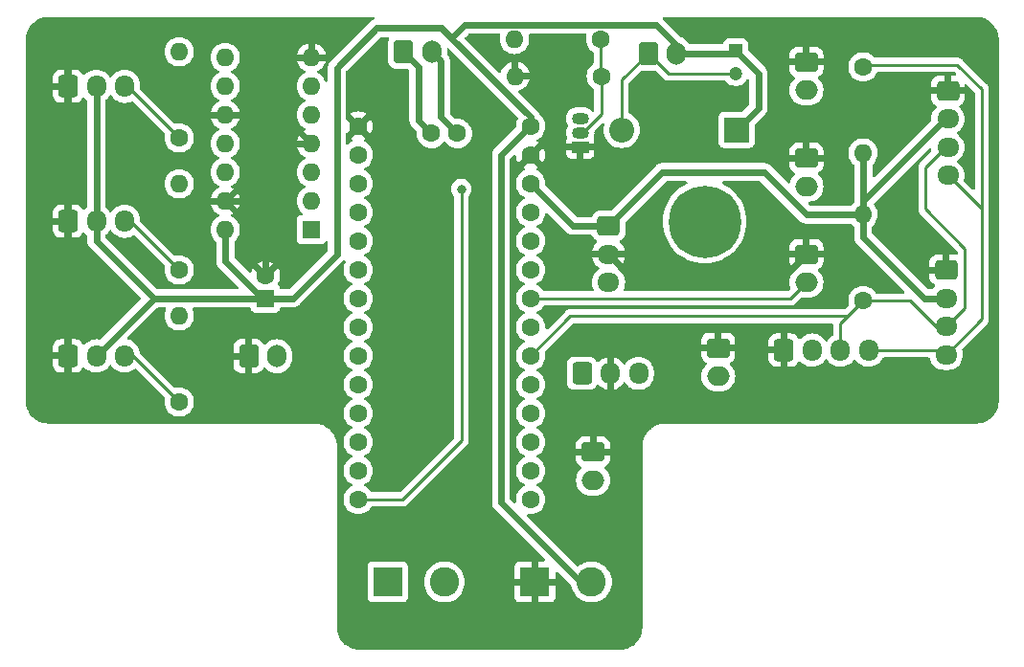
<source format=gtl>
%TF.GenerationSoftware,KiCad,Pcbnew,7.0.7*%
%TF.CreationDate,2023-12-19T14:51:20+00:00*%
%TF.ProjectId,Wand Board,57616e64-2042-46f6-9172-642e6b696361,rev?*%
%TF.SameCoordinates,Original*%
%TF.FileFunction,Copper,L1,Top*%
%TF.FilePolarity,Positive*%
%FSLAX46Y46*%
G04 Gerber Fmt 4.6, Leading zero omitted, Abs format (unit mm)*
G04 Created by KiCad (PCBNEW 7.0.7) date 2023-12-19 14:51:20*
%MOMM*%
%LPD*%
G01*
G04 APERTURE LIST*
G04 Aperture macros list*
%AMRoundRect*
0 Rectangle with rounded corners*
0 $1 Rounding radius*
0 $2 $3 $4 $5 $6 $7 $8 $9 X,Y pos of 4 corners*
0 Add a 4 corners polygon primitive as box body*
4,1,4,$2,$3,$4,$5,$6,$7,$8,$9,$2,$3,0*
0 Add four circle primitives for the rounded corners*
1,1,$1+$1,$2,$3*
1,1,$1+$1,$4,$5*
1,1,$1+$1,$6,$7*
1,1,$1+$1,$8,$9*
0 Add four rect primitives between the rounded corners*
20,1,$1+$1,$2,$3,$4,$5,0*
20,1,$1+$1,$4,$5,$6,$7,0*
20,1,$1+$1,$6,$7,$8,$9,0*
20,1,$1+$1,$8,$9,$2,$3,0*%
G04 Aperture macros list end*
%TA.AperFunction,ComponentPad*%
%ADD10RoundRect,0.250000X-0.600000X-0.725000X0.600000X-0.725000X0.600000X0.725000X-0.600000X0.725000X0*%
%TD*%
%TA.AperFunction,ComponentPad*%
%ADD11O,1.700000X1.950000*%
%TD*%
%TA.AperFunction,ComponentPad*%
%ADD12R,1.200000X1.200000*%
%TD*%
%TA.AperFunction,ComponentPad*%
%ADD13C,1.200000*%
%TD*%
%TA.AperFunction,ComponentPad*%
%ADD14C,1.600000*%
%TD*%
%TA.AperFunction,ComponentPad*%
%ADD15O,1.600000X1.600000*%
%TD*%
%TA.AperFunction,ComponentPad*%
%ADD16RoundRect,0.250000X-0.725000X0.600000X-0.725000X-0.600000X0.725000X-0.600000X0.725000X0.600000X0*%
%TD*%
%TA.AperFunction,ComponentPad*%
%ADD17O,1.950000X1.700000*%
%TD*%
%TA.AperFunction,ComponentPad*%
%ADD18R,2.200000X2.200000*%
%TD*%
%TA.AperFunction,ComponentPad*%
%ADD19O,2.200000X2.200000*%
%TD*%
%TA.AperFunction,ComponentPad*%
%ADD20R,2.600000X2.600000*%
%TD*%
%TA.AperFunction,ComponentPad*%
%ADD21C,2.600000*%
%TD*%
%TA.AperFunction,ComponentPad*%
%ADD22RoundRect,0.250000X-0.750000X0.600000X-0.750000X-0.600000X0.750000X-0.600000X0.750000X0.600000X0*%
%TD*%
%TA.AperFunction,ComponentPad*%
%ADD23O,2.000000X1.700000*%
%TD*%
%TA.AperFunction,ComponentPad*%
%ADD24RoundRect,0.250000X-0.600000X-0.750000X0.600000X-0.750000X0.600000X0.750000X-0.600000X0.750000X0*%
%TD*%
%TA.AperFunction,ComponentPad*%
%ADD25O,1.700000X2.000000*%
%TD*%
%TA.AperFunction,ComponentPad*%
%ADD26R,1.600000X1.600000*%
%TD*%
%TA.AperFunction,ComponentPad*%
%ADD27R,1.500000X1.050000*%
%TD*%
%TA.AperFunction,ComponentPad*%
%ADD28O,1.500000X1.050000*%
%TD*%
%TA.AperFunction,ComponentPad*%
%ADD29C,6.400000*%
%TD*%
%TA.AperFunction,ViaPad*%
%ADD30C,0.800000*%
%TD*%
%TA.AperFunction,Conductor*%
%ADD31C,0.600000*%
%TD*%
%TA.AperFunction,Conductor*%
%ADD32C,0.250000*%
%TD*%
G04 APERTURE END LIST*
D10*
X57230000Y-96503000D03*
D11*
X59730000Y-96503000D03*
X62230000Y-96503000D03*
D12*
X116250000Y-69527401D03*
D13*
X116250000Y-71527401D03*
D14*
X82880000Y-76180000D03*
X82880000Y-78720000D03*
X82880000Y-81260000D03*
X82880000Y-83800000D03*
X82880000Y-86340000D03*
X82880000Y-88880000D03*
X82880000Y-91420000D03*
X82880000Y-93960000D03*
X82880000Y-96500000D03*
X82880000Y-99040000D03*
X82880000Y-101580000D03*
X82880000Y-104120000D03*
X82880000Y-106660000D03*
X82880000Y-109200000D03*
X98120000Y-109200000D03*
X98120000Y-106660000D03*
X98120000Y-104120000D03*
X98120000Y-101580000D03*
X98120000Y-99040000D03*
X98120000Y-96500000D03*
X98120000Y-93960000D03*
X98120000Y-91420000D03*
X98120000Y-88880000D03*
X98120000Y-86340000D03*
X98120000Y-83800000D03*
X98120000Y-81260000D03*
X98120000Y-78720000D03*
X98120000Y-76180000D03*
X91645000Y-76820000D03*
X89355000Y-76820000D03*
X104370000Y-71750000D03*
D15*
X96750000Y-71750000D03*
D10*
X57230000Y-72644000D03*
D11*
X59730000Y-72644000D03*
X62230000Y-72644000D03*
D10*
X120500000Y-96000000D03*
D11*
X123000000Y-96000000D03*
X125500000Y-96000000D03*
X128000000Y-96000000D03*
D14*
X67056000Y-77216000D03*
D15*
X67056000Y-69596000D03*
D16*
X105000000Y-85000000D03*
D17*
X105000000Y-87500000D03*
X105000000Y-90000000D03*
D14*
X67056000Y-88900000D03*
D15*
X67056000Y-81280000D03*
D14*
X127500000Y-70940000D03*
D15*
X127500000Y-78560000D03*
D18*
X116330000Y-76500000D03*
D19*
X106170000Y-76500000D03*
D20*
X98500000Y-116500000D03*
D21*
X103500000Y-116500000D03*
D16*
X135000000Y-73054000D03*
D17*
X135000000Y-75554000D03*
X135000000Y-78054000D03*
X135000000Y-80554000D03*
D22*
X103632000Y-105000000D03*
D23*
X103632000Y-107500000D03*
D24*
X108500000Y-69750000D03*
D25*
X111000000Y-69750000D03*
D14*
X67056000Y-100584000D03*
D15*
X67056000Y-92964000D03*
D10*
X57230000Y-84582000D03*
D11*
X59730000Y-84582000D03*
X62230000Y-84582000D03*
D26*
X74676000Y-91408000D03*
D14*
X74676000Y-89408000D03*
D22*
X122500000Y-87500000D03*
D23*
X122500000Y-90000000D03*
D10*
X102656000Y-98044000D03*
D11*
X105156000Y-98044000D03*
X107656000Y-98044000D03*
D14*
X127500000Y-91620000D03*
D15*
X127500000Y-84000000D03*
D22*
X122500000Y-79000000D03*
D23*
X122500000Y-81500000D03*
D24*
X86868000Y-69596000D03*
D25*
X89368000Y-69596000D03*
D16*
X134850000Y-88900000D03*
D17*
X134850000Y-91400000D03*
X134850000Y-93900000D03*
X134850000Y-96400000D03*
D22*
X122500000Y-70500000D03*
D23*
X122500000Y-73000000D03*
D26*
X78740000Y-85344000D03*
D15*
X78740000Y-82804000D03*
X78740000Y-80264000D03*
X78740000Y-77724000D03*
X78740000Y-75184000D03*
X78740000Y-72644000D03*
X78740000Y-70104000D03*
X71120000Y-70104000D03*
X71120000Y-72644000D03*
X71120000Y-75184000D03*
X71120000Y-77724000D03*
X71120000Y-80264000D03*
X71120000Y-82804000D03*
X71120000Y-85344000D03*
D22*
X114700000Y-95800000D03*
D23*
X114700000Y-98300000D03*
D24*
X73192000Y-96520000D03*
D25*
X75692000Y-96520000D03*
D20*
X85500000Y-116500000D03*
D21*
X90500000Y-116500000D03*
D14*
X104310000Y-68500000D03*
D15*
X96690000Y-68500000D03*
D27*
X102500000Y-78040000D03*
D28*
X102500000Y-76770000D03*
X102500000Y-75500000D03*
D29*
X113500000Y-84625000D03*
D30*
X92000000Y-81750000D03*
D31*
X59730000Y-84582000D02*
X59730000Y-72644000D01*
X81000000Y-87500000D02*
X81000000Y-71000000D01*
X59730000Y-86313000D02*
X59730000Y-84582000D01*
X90250000Y-67500000D02*
X91125000Y-68375000D01*
X64825000Y-91408000D02*
X59730000Y-96503000D01*
X111000000Y-69750000D02*
X116027401Y-69750000D01*
X109200000Y-67200000D02*
X92300000Y-67200000D01*
X116250000Y-69527401D02*
X118250000Y-71527401D01*
X64825000Y-91408000D02*
X59730000Y-86313000D01*
X98120000Y-75370000D02*
X98120000Y-76180000D01*
X98044000Y-76180000D02*
X95500000Y-78724000D01*
X111000000Y-69750000D02*
X111000000Y-69000000D01*
X91125000Y-68375000D02*
X98120000Y-75370000D01*
X74676000Y-91408000D02*
X77092000Y-91408000D01*
X102500000Y-116500000D02*
X103500000Y-116500000D01*
X111000000Y-69000000D02*
X109200000Y-67200000D01*
X84500000Y-67500000D02*
X90250000Y-67500000D01*
X95500000Y-109500000D02*
X102500000Y-116500000D01*
X74676000Y-91408000D02*
X64825000Y-91408000D01*
X74676000Y-91408000D02*
X74408000Y-91408000D01*
X116027401Y-69750000D02*
X116250000Y-69527401D01*
X71120000Y-88120000D02*
X71120000Y-85344000D01*
X81000000Y-71000000D02*
X84500000Y-67500000D01*
X77092000Y-91408000D02*
X81000000Y-87500000D01*
X95500000Y-78724000D02*
X95500000Y-109500000D01*
X92300000Y-67200000D02*
X91125000Y-68375000D01*
X118250000Y-74580000D02*
X116330000Y-76500000D01*
X74408000Y-91408000D02*
X71120000Y-88120000D01*
X118250000Y-71527401D02*
X118250000Y-74580000D01*
X78740000Y-77724000D02*
X76200000Y-77724000D01*
X74676000Y-86360000D02*
X74676000Y-89408000D01*
X76200000Y-75184000D02*
X71120000Y-75184000D01*
X120750000Y-89250000D02*
X122500000Y-87500000D01*
X76200000Y-77724000D02*
X71120000Y-82804000D01*
X105000000Y-87500000D02*
X106750000Y-89250000D01*
X106750000Y-89250000D02*
X120750000Y-89250000D01*
X71120000Y-82804000D02*
X74676000Y-86360000D01*
X78740000Y-77724000D02*
X76200000Y-75184000D01*
D32*
X67056000Y-77216000D02*
X62484000Y-72644000D01*
X62484000Y-72644000D02*
X62230000Y-72644000D01*
X62738000Y-84582000D02*
X62230000Y-84582000D01*
X67056000Y-88900000D02*
X62738000Y-84582000D01*
X62975000Y-96503000D02*
X62230000Y-96503000D01*
X67056000Y-100584000D02*
X62975000Y-96503000D01*
X121080000Y-91420000D02*
X122500000Y-90000000D01*
X98120000Y-91420000D02*
X121080000Y-91420000D01*
D31*
X101860000Y-85000000D02*
X98120000Y-81260000D01*
X105000000Y-85000000D02*
X109750000Y-80250000D01*
X109750000Y-80250000D02*
X118750000Y-80250000D01*
X127508000Y-78568000D02*
X127508000Y-83992000D01*
X105000000Y-85000000D02*
X101860000Y-85000000D01*
X127500000Y-84000000D02*
X127500000Y-86000000D01*
X127500000Y-82824000D02*
X134770000Y-75554000D01*
X127500000Y-78560000D02*
X127508000Y-78568000D01*
X118750000Y-80250000D02*
X122500000Y-84000000D01*
X132900000Y-91400000D02*
X134620000Y-91400000D01*
X134770000Y-75554000D02*
X135000000Y-75554000D01*
X127500000Y-86000000D02*
X132900000Y-91400000D01*
X122500000Y-84000000D02*
X127500000Y-84000000D01*
X127500000Y-84000000D02*
X127500000Y-82824000D01*
X127508000Y-83992000D02*
X127500000Y-84000000D01*
D32*
X101620000Y-93000000D02*
X126120000Y-93000000D01*
X134850000Y-93900000D02*
X136500000Y-92250000D01*
X133000000Y-79824000D02*
X134770000Y-78054000D01*
X125500000Y-93620000D02*
X127500000Y-91620000D01*
X125500000Y-96000000D02*
X125500000Y-93620000D01*
X131620000Y-91620000D02*
X133900000Y-93900000D01*
X136500000Y-87000000D02*
X133000000Y-83500000D01*
X136500000Y-92250000D02*
X136500000Y-87000000D01*
X133900000Y-93900000D02*
X134850000Y-93900000D01*
X127500000Y-91620000D02*
X131620000Y-91620000D01*
X101620000Y-93000000D02*
X98120000Y-96500000D01*
X126120000Y-93000000D02*
X127500000Y-91620000D01*
X133000000Y-83500000D02*
X133000000Y-79824000D01*
X127690000Y-70750000D02*
X135838543Y-70750000D01*
X134450000Y-96000000D02*
X134850000Y-96400000D01*
X138000000Y-83500000D02*
X135054000Y-80554000D01*
X134620000Y-96400000D02*
X134850000Y-96400000D01*
X138000000Y-93250000D02*
X138000000Y-83500000D01*
X135054000Y-80554000D02*
X134770000Y-80554000D01*
X138000000Y-72911457D02*
X138000000Y-83500000D01*
X127500000Y-70940000D02*
X127690000Y-70750000D01*
X135838543Y-70750000D02*
X138000000Y-72911457D01*
X128000000Y-96000000D02*
X134450000Y-96000000D01*
X134850000Y-96400000D02*
X138000000Y-93250000D01*
D31*
X86868000Y-69596000D02*
X88214000Y-70942000D01*
X88214000Y-75679000D02*
X89355000Y-76820000D01*
X88214000Y-70942000D02*
X88214000Y-75679000D01*
X91645000Y-76820000D02*
X90195200Y-75370200D01*
X90195200Y-75370200D02*
X90195200Y-70423200D01*
X90195200Y-70423200D02*
X89368000Y-69596000D01*
D32*
X106170000Y-76500000D02*
X106170000Y-72080000D01*
X116250000Y-71527401D02*
X110277401Y-71527401D01*
X106170000Y-72080000D02*
X108500000Y-69750000D01*
X110277401Y-71527401D02*
X108500000Y-69750000D01*
X104310000Y-71690000D02*
X104370000Y-71750000D01*
X104370000Y-71750000D02*
X104370000Y-75125000D01*
X104310000Y-68500000D02*
X104310000Y-71690000D01*
X104370000Y-75125000D02*
X102725000Y-76770000D01*
X102725000Y-76770000D02*
X102500000Y-76770000D01*
X82880000Y-109200000D02*
X86800000Y-109200000D01*
X92000000Y-104000000D02*
X92000000Y-81750000D01*
X86800000Y-109200000D02*
X92000000Y-104000000D01*
%TA.AperFunction,Conductor*%
G36*
X84254592Y-66520185D02*
G01*
X84300347Y-66572989D01*
X84310291Y-66642147D01*
X84281266Y-66705703D01*
X84239112Y-66734339D01*
X84240211Y-66736621D01*
X84196326Y-66757753D01*
X84189901Y-66760414D01*
X84150482Y-66774209D01*
X84150474Y-66774213D01*
X84115117Y-66796428D01*
X84109032Y-66799791D01*
X84071413Y-66817908D01*
X84071411Y-66817909D01*
X84038769Y-66843941D01*
X84033096Y-66847966D01*
X83997739Y-66870183D01*
X83948307Y-66919614D01*
X80480296Y-70387625D01*
X80370183Y-70497739D01*
X80347966Y-70533096D01*
X80343941Y-70538769D01*
X80317910Y-70571410D01*
X80299791Y-70609033D01*
X80296427Y-70615120D01*
X80274212Y-70650476D01*
X80274208Y-70650483D01*
X80260416Y-70689895D01*
X80257755Y-70696320D01*
X80239639Y-70733939D01*
X80230344Y-70774659D01*
X80228419Y-70781341D01*
X80214632Y-70820744D01*
X80209955Y-70862235D01*
X80208791Y-70869089D01*
X80199500Y-70909806D01*
X80199500Y-72137334D01*
X80179815Y-72204373D01*
X80127011Y-72250128D01*
X80057853Y-72260072D01*
X79994297Y-72231047D01*
X79963118Y-72189739D01*
X79961037Y-72185277D01*
X79870568Y-71991266D01*
X79740047Y-71804861D01*
X79740045Y-71804858D01*
X79579141Y-71643954D01*
X79392734Y-71513432D01*
X79392732Y-71513431D01*
X79334725Y-71486382D01*
X79334132Y-71486105D01*
X79281694Y-71439934D01*
X79262542Y-71372740D01*
X79282758Y-71305859D01*
X79334134Y-71261341D01*
X79392484Y-71234132D01*
X79578820Y-71103657D01*
X79739657Y-70942820D01*
X79870134Y-70756482D01*
X79966265Y-70550326D01*
X79966268Y-70550320D01*
X80005475Y-70404000D01*
X79238423Y-70404000D01*
X79171384Y-70384315D01*
X79125629Y-70331511D01*
X79115685Y-70262353D01*
X79123165Y-70238755D01*
X79122150Y-70238426D01*
X79125163Y-70229151D01*
X79125165Y-70229148D01*
X79125166Y-70229143D01*
X79144986Y-70104003D01*
X79144986Y-70103996D01*
X79125166Y-69978856D01*
X79122150Y-69969574D01*
X79124997Y-69968648D01*
X79115043Y-69915611D01*
X79141328Y-69850874D01*
X79198439Y-69810623D01*
X79238423Y-69804000D01*
X80005475Y-69804000D01*
X80005474Y-69803999D01*
X79966268Y-69657679D01*
X79966265Y-69657673D01*
X79870134Y-69451517D01*
X79739657Y-69265179D01*
X79578820Y-69104342D01*
X79392482Y-68973865D01*
X79186326Y-68877734D01*
X79186320Y-68877731D01*
X79040000Y-68838525D01*
X79040000Y-69605577D01*
X79020315Y-69672616D01*
X78967511Y-69718371D01*
X78898353Y-69728315D01*
X78874755Y-69720834D01*
X78874426Y-69721850D01*
X78865144Y-69718833D01*
X78771486Y-69704000D01*
X78771481Y-69704000D01*
X78708519Y-69704000D01*
X78708514Y-69704000D01*
X78614855Y-69718833D01*
X78605574Y-69721850D01*
X78604648Y-69719002D01*
X78551611Y-69728957D01*
X78486874Y-69702672D01*
X78446623Y-69645561D01*
X78440000Y-69605577D01*
X78440000Y-68838525D01*
X78439999Y-68838525D01*
X78293679Y-68877731D01*
X78293673Y-68877734D01*
X78087517Y-68973865D01*
X77901179Y-69104342D01*
X77740342Y-69265179D01*
X77609865Y-69451517D01*
X77513734Y-69657673D01*
X77513731Y-69657679D01*
X77474525Y-69803999D01*
X77474525Y-69804000D01*
X78241577Y-69804000D01*
X78308616Y-69823685D01*
X78354371Y-69876489D01*
X78364315Y-69945647D01*
X78356834Y-69969244D01*
X78357850Y-69969574D01*
X78354833Y-69978856D01*
X78335014Y-70103996D01*
X78335014Y-70104003D01*
X78354833Y-70229143D01*
X78357850Y-70238426D01*
X78355002Y-70239351D01*
X78364957Y-70292389D01*
X78338672Y-70357126D01*
X78281561Y-70397377D01*
X78241577Y-70404000D01*
X77474525Y-70404000D01*
X77513731Y-70550320D01*
X77513734Y-70550326D01*
X77609865Y-70756482D01*
X77740342Y-70942820D01*
X77901179Y-71103657D01*
X78087518Y-71234134D01*
X78087520Y-71234135D01*
X78145865Y-71261342D01*
X78198305Y-71307514D01*
X78217457Y-71374707D01*
X78197242Y-71441589D01*
X78145867Y-71486105D01*
X78087268Y-71513431D01*
X78087264Y-71513433D01*
X77900858Y-71643954D01*
X77739954Y-71804858D01*
X77609432Y-71991265D01*
X77609431Y-71991267D01*
X77513261Y-72197502D01*
X77513258Y-72197511D01*
X77454366Y-72417302D01*
X77454364Y-72417313D01*
X77434532Y-72643998D01*
X77434532Y-72644001D01*
X77454364Y-72870686D01*
X77454366Y-72870697D01*
X77513258Y-73090488D01*
X77513261Y-73090497D01*
X77609431Y-73296732D01*
X77609432Y-73296734D01*
X77739954Y-73483141D01*
X77900858Y-73644045D01*
X77900861Y-73644047D01*
X78087266Y-73774568D01*
X78145275Y-73801618D01*
X78197714Y-73847791D01*
X78216866Y-73914984D01*
X78196650Y-73981865D01*
X78145275Y-74026382D01*
X78087267Y-74053431D01*
X78087265Y-74053432D01*
X77900858Y-74183954D01*
X77739954Y-74344858D01*
X77609432Y-74531265D01*
X77609431Y-74531267D01*
X77513261Y-74737502D01*
X77513258Y-74737511D01*
X77454366Y-74957302D01*
X77454364Y-74957313D01*
X77434532Y-75183998D01*
X77434532Y-75184001D01*
X77454364Y-75410686D01*
X77454366Y-75410697D01*
X77513258Y-75630488D01*
X77513261Y-75630497D01*
X77609431Y-75836732D01*
X77609432Y-75836734D01*
X77739954Y-76023141D01*
X77900858Y-76184045D01*
X77900861Y-76184047D01*
X78087266Y-76314568D01*
X78145865Y-76341893D01*
X78198305Y-76388065D01*
X78217457Y-76455258D01*
X78197242Y-76522139D01*
X78145867Y-76566657D01*
X78087515Y-76593867D01*
X77901179Y-76724342D01*
X77740342Y-76885179D01*
X77609865Y-77071517D01*
X77513734Y-77277673D01*
X77513731Y-77277679D01*
X77474525Y-77423999D01*
X77474525Y-77424000D01*
X78241577Y-77424000D01*
X78308616Y-77443685D01*
X78354371Y-77496489D01*
X78364315Y-77565647D01*
X78356834Y-77589244D01*
X78357850Y-77589574D01*
X78354833Y-77598856D01*
X78335014Y-77723996D01*
X78335014Y-77724003D01*
X78354833Y-77849143D01*
X78357850Y-77858426D01*
X78355002Y-77859351D01*
X78364957Y-77912389D01*
X78338672Y-77977126D01*
X78281561Y-78017377D01*
X78241577Y-78024000D01*
X77474525Y-78024000D01*
X77513731Y-78170320D01*
X77513734Y-78170326D01*
X77609865Y-78376482D01*
X77740342Y-78562820D01*
X77901179Y-78723657D01*
X78087518Y-78854134D01*
X78087520Y-78854135D01*
X78145865Y-78881342D01*
X78198305Y-78927514D01*
X78217457Y-78994707D01*
X78197242Y-79061589D01*
X78145867Y-79106105D01*
X78087268Y-79133431D01*
X78087264Y-79133433D01*
X77900858Y-79263954D01*
X77739954Y-79424858D01*
X77609432Y-79611265D01*
X77609431Y-79611267D01*
X77513261Y-79817502D01*
X77513258Y-79817511D01*
X77454366Y-80037302D01*
X77454364Y-80037313D01*
X77434532Y-80263998D01*
X77434532Y-80264001D01*
X77454364Y-80490686D01*
X77454366Y-80490697D01*
X77513258Y-80710488D01*
X77513261Y-80710497D01*
X77609431Y-80916732D01*
X77609432Y-80916734D01*
X77739954Y-81103141D01*
X77900858Y-81264045D01*
X77900861Y-81264047D01*
X78087266Y-81394568D01*
X78145275Y-81421618D01*
X78197714Y-81467791D01*
X78216866Y-81534984D01*
X78196650Y-81601865D01*
X78145275Y-81646382D01*
X78087267Y-81673431D01*
X78087265Y-81673432D01*
X77900858Y-81803954D01*
X77739954Y-81964858D01*
X77609432Y-82151265D01*
X77609431Y-82151267D01*
X77513261Y-82357502D01*
X77513258Y-82357511D01*
X77454366Y-82577302D01*
X77454364Y-82577313D01*
X77434532Y-82803998D01*
X77434532Y-82804001D01*
X77454364Y-83030686D01*
X77454366Y-83030697D01*
X77513258Y-83250488D01*
X77513261Y-83250497D01*
X77609431Y-83456732D01*
X77609432Y-83456734D01*
X77739954Y-83643141D01*
X77900858Y-83804045D01*
X77925462Y-83821273D01*
X77969087Y-83875849D01*
X77976281Y-83945348D01*
X77944758Y-84007703D01*
X77884529Y-84043117D01*
X77867593Y-84046138D01*
X77832516Y-84049908D01*
X77697671Y-84100202D01*
X77697664Y-84100206D01*
X77582455Y-84186452D01*
X77582452Y-84186455D01*
X77496206Y-84301664D01*
X77496202Y-84301671D01*
X77445908Y-84436517D01*
X77439501Y-84496116D01*
X77439500Y-84496135D01*
X77439500Y-86191870D01*
X77439501Y-86191876D01*
X77445908Y-86251483D01*
X77496202Y-86386328D01*
X77496206Y-86386335D01*
X77582452Y-86501544D01*
X77582455Y-86501547D01*
X77697664Y-86587793D01*
X77697671Y-86587797D01*
X77832517Y-86638091D01*
X77832516Y-86638091D01*
X77839444Y-86638835D01*
X77892127Y-86644500D01*
X79587872Y-86644499D01*
X79647483Y-86638091D01*
X79782331Y-86587796D01*
X79897546Y-86501546D01*
X79976234Y-86396431D01*
X80032167Y-86354562D01*
X80101859Y-86349578D01*
X80163182Y-86383063D01*
X80196666Y-86444387D01*
X80199500Y-86470744D01*
X80199500Y-87117059D01*
X80179815Y-87184098D01*
X80163181Y-87204740D01*
X76796741Y-90571181D01*
X76735418Y-90604666D01*
X76709060Y-90607500D01*
X76092977Y-90607500D01*
X76025938Y-90587815D01*
X75980183Y-90535011D01*
X75972733Y-90507865D01*
X75971876Y-90508068D01*
X75970092Y-90500520D01*
X75965956Y-90489432D01*
X75919796Y-90365669D01*
X75919795Y-90365668D01*
X75919793Y-90365664D01*
X75833547Y-90250456D01*
X75833548Y-90250456D01*
X75833546Y-90250454D01*
X75824449Y-90243644D01*
X75782581Y-90187710D01*
X75777599Y-90118018D01*
X75797191Y-90073253D01*
X75806134Y-90060481D01*
X75902265Y-89854326D01*
X75902269Y-89854317D01*
X75961139Y-89634610D01*
X75961141Y-89634599D01*
X75980966Y-89408002D01*
X75980966Y-89407997D01*
X75961141Y-89181400D01*
X75961139Y-89181389D01*
X75902269Y-88961682D01*
X75902265Y-88961673D01*
X75806134Y-88755518D01*
X75806133Y-88755516D01*
X75784146Y-88724116D01*
X75784145Y-88724115D01*
X75237286Y-89270975D01*
X75175963Y-89304460D01*
X75106271Y-89299476D01*
X75050338Y-89257604D01*
X75039122Y-89239591D01*
X75003641Y-89169955D01*
X75003638Y-89169952D01*
X75003636Y-89169949D01*
X74914050Y-89080363D01*
X74914047Y-89080361D01*
X74914045Y-89080359D01*
X74844408Y-89044877D01*
X74793613Y-88996903D01*
X74776818Y-88929082D01*
X74799356Y-88862947D01*
X74813023Y-88846712D01*
X75359883Y-88299851D01*
X75328485Y-88277867D01*
X75122326Y-88181734D01*
X75122317Y-88181730D01*
X74902610Y-88122860D01*
X74902599Y-88122858D01*
X74676002Y-88103034D01*
X74675998Y-88103034D01*
X74449400Y-88122858D01*
X74449389Y-88122860D01*
X74229682Y-88181730D01*
X74229673Y-88181734D01*
X74023514Y-88277867D01*
X73992115Y-88299851D01*
X74538976Y-88846712D01*
X74572461Y-88908035D01*
X74567477Y-88977727D01*
X74525605Y-89033660D01*
X74507591Y-89044877D01*
X74437956Y-89080358D01*
X74437949Y-89080363D01*
X74348363Y-89169949D01*
X74348358Y-89169956D01*
X74312877Y-89239591D01*
X74264903Y-89290386D01*
X74197081Y-89307181D01*
X74130947Y-89284643D01*
X74114712Y-89270976D01*
X73567851Y-88724115D01*
X73545867Y-88755514D01*
X73449734Y-88961673D01*
X73449731Y-88961679D01*
X73430093Y-89034972D01*
X73393728Y-89094632D01*
X73330881Y-89125161D01*
X73261505Y-89116866D01*
X73222637Y-89090559D01*
X71956819Y-87824741D01*
X71923334Y-87763418D01*
X71920500Y-87737060D01*
X71920500Y-86434048D01*
X71940185Y-86367009D01*
X71956819Y-86346366D01*
X71959135Y-86344049D01*
X71959139Y-86344047D01*
X72120047Y-86183139D01*
X72250568Y-85996734D01*
X72346739Y-85790496D01*
X72405635Y-85570692D01*
X72425468Y-85344000D01*
X72405635Y-85117308D01*
X72346739Y-84897504D01*
X72250568Y-84691266D01*
X72120047Y-84504861D01*
X72120045Y-84504858D01*
X71959141Y-84343954D01*
X71772734Y-84213432D01*
X71772732Y-84213431D01*
X71742857Y-84199500D01*
X71714132Y-84186105D01*
X71661694Y-84139934D01*
X71642542Y-84072740D01*
X71662758Y-84005859D01*
X71714134Y-83961341D01*
X71772484Y-83934132D01*
X71958820Y-83803657D01*
X72119657Y-83642820D01*
X72250134Y-83456482D01*
X72346265Y-83250326D01*
X72346268Y-83250320D01*
X72385475Y-83104000D01*
X71618423Y-83104000D01*
X71551384Y-83084315D01*
X71505629Y-83031511D01*
X71495685Y-82962353D01*
X71503165Y-82938755D01*
X71502150Y-82938426D01*
X71505163Y-82929151D01*
X71505165Y-82929148D01*
X71505166Y-82929143D01*
X71524986Y-82804003D01*
X71524986Y-82803996D01*
X71505166Y-82678856D01*
X71502150Y-82669574D01*
X71504997Y-82668648D01*
X71495043Y-82615611D01*
X71521328Y-82550874D01*
X71578439Y-82510623D01*
X71618423Y-82504000D01*
X72385475Y-82504000D01*
X72385474Y-82503999D01*
X72346268Y-82357679D01*
X72346265Y-82357673D01*
X72250134Y-82151517D01*
X72119657Y-81965179D01*
X71958820Y-81804342D01*
X71772482Y-81673865D01*
X71714133Y-81646657D01*
X71661694Y-81600484D01*
X71642542Y-81533291D01*
X71662758Y-81466410D01*
X71714129Y-81421895D01*
X71772734Y-81394568D01*
X71959139Y-81264047D01*
X72120047Y-81103139D01*
X72250568Y-80916734D01*
X72346739Y-80710496D01*
X72405635Y-80490692D01*
X72425468Y-80264000D01*
X72405635Y-80037308D01*
X72346739Y-79817504D01*
X72250568Y-79611266D01*
X72144620Y-79459955D01*
X72120045Y-79424858D01*
X71959141Y-79263954D01*
X71772734Y-79133432D01*
X71772728Y-79133429D01*
X71714725Y-79106382D01*
X71662285Y-79060210D01*
X71643133Y-78993017D01*
X71663348Y-78926135D01*
X71714725Y-78881618D01*
X71715319Y-78881341D01*
X71772734Y-78854568D01*
X71959139Y-78724047D01*
X72120047Y-78563139D01*
X72250568Y-78376734D01*
X72346739Y-78170496D01*
X72405635Y-77950692D01*
X72425468Y-77724000D01*
X72425193Y-77720861D01*
X72414373Y-77597189D01*
X72405635Y-77497308D01*
X72346739Y-77277504D01*
X72250568Y-77071266D01*
X72120047Y-76884861D01*
X72120045Y-76884858D01*
X71959141Y-76723954D01*
X71772734Y-76593432D01*
X71772732Y-76593431D01*
X71720271Y-76568968D01*
X71714132Y-76566105D01*
X71661694Y-76519934D01*
X71642542Y-76452740D01*
X71662758Y-76385859D01*
X71714134Y-76341341D01*
X71772484Y-76314132D01*
X71958820Y-76183657D01*
X72119657Y-76022820D01*
X72250134Y-75836482D01*
X72346265Y-75630326D01*
X72346268Y-75630320D01*
X72385475Y-75484000D01*
X71618423Y-75484000D01*
X71551384Y-75464315D01*
X71505629Y-75411511D01*
X71495685Y-75342353D01*
X71503165Y-75318755D01*
X71502150Y-75318426D01*
X71505163Y-75309151D01*
X71505165Y-75309148D01*
X71506472Y-75300896D01*
X71524986Y-75184003D01*
X71524986Y-75183996D01*
X71505166Y-75058856D01*
X71502150Y-75049574D01*
X71504997Y-75048648D01*
X71495043Y-74995611D01*
X71521328Y-74930874D01*
X71578439Y-74890623D01*
X71618423Y-74884000D01*
X72385475Y-74884000D01*
X72385474Y-74883999D01*
X72346268Y-74737679D01*
X72346265Y-74737673D01*
X72250134Y-74531517D01*
X72119657Y-74345179D01*
X71958820Y-74184342D01*
X71772482Y-74053865D01*
X71714133Y-74026657D01*
X71661694Y-73980484D01*
X71642542Y-73913291D01*
X71662758Y-73846410D01*
X71714129Y-73801895D01*
X71772734Y-73774568D01*
X71959139Y-73644047D01*
X72120047Y-73483139D01*
X72250568Y-73296734D01*
X72346739Y-73090496D01*
X72405635Y-72870692D01*
X72425468Y-72644000D01*
X72423925Y-72626368D01*
X72416049Y-72536337D01*
X72405635Y-72417308D01*
X72346739Y-72197504D01*
X72250568Y-71991266D01*
X72120047Y-71804861D01*
X72120045Y-71804858D01*
X71959141Y-71643954D01*
X71772734Y-71513432D01*
X71772728Y-71513429D01*
X71714725Y-71486382D01*
X71662285Y-71440210D01*
X71643133Y-71373017D01*
X71663348Y-71306135D01*
X71714725Y-71261618D01*
X71715319Y-71261341D01*
X71772734Y-71234568D01*
X71959139Y-71104047D01*
X72120047Y-70943139D01*
X72250568Y-70756734D01*
X72346739Y-70550496D01*
X72405635Y-70330692D01*
X72422661Y-70136087D01*
X72425468Y-70104001D01*
X72425468Y-70103998D01*
X72413133Y-69963014D01*
X72405635Y-69877308D01*
X72346739Y-69657504D01*
X72250568Y-69451266D01*
X72120047Y-69264861D01*
X72120045Y-69264858D01*
X71959141Y-69103954D01*
X71772734Y-68973432D01*
X71772732Y-68973431D01*
X71566497Y-68877261D01*
X71566488Y-68877258D01*
X71346697Y-68818366D01*
X71346693Y-68818365D01*
X71346692Y-68818365D01*
X71346691Y-68818364D01*
X71346686Y-68818364D01*
X71120002Y-68798532D01*
X71119998Y-68798532D01*
X70893313Y-68818364D01*
X70893302Y-68818366D01*
X70673511Y-68877258D01*
X70673502Y-68877261D01*
X70467267Y-68973431D01*
X70467265Y-68973432D01*
X70280858Y-69103954D01*
X70119954Y-69264858D01*
X69989432Y-69451265D01*
X69989431Y-69451267D01*
X69893261Y-69657502D01*
X69893258Y-69657511D01*
X69834366Y-69877302D01*
X69834364Y-69877313D01*
X69814532Y-70103998D01*
X69814532Y-70104001D01*
X69834364Y-70330686D01*
X69834366Y-70330697D01*
X69893258Y-70550488D01*
X69893261Y-70550497D01*
X69989431Y-70756732D01*
X69989432Y-70756734D01*
X70119954Y-70943141D01*
X70280858Y-71104045D01*
X70280861Y-71104047D01*
X70467266Y-71234568D01*
X70524681Y-71261341D01*
X70525275Y-71261618D01*
X70577714Y-71307791D01*
X70596866Y-71374984D01*
X70576650Y-71441865D01*
X70525275Y-71486382D01*
X70467267Y-71513431D01*
X70467265Y-71513432D01*
X70280858Y-71643954D01*
X70119954Y-71804858D01*
X69989432Y-71991265D01*
X69989431Y-71991267D01*
X69893261Y-72197502D01*
X69893258Y-72197511D01*
X69834366Y-72417302D01*
X69834364Y-72417313D01*
X69814532Y-72643998D01*
X69814532Y-72644001D01*
X69834364Y-72870686D01*
X69834366Y-72870697D01*
X69893258Y-73090488D01*
X69893261Y-73090497D01*
X69989431Y-73296732D01*
X69989432Y-73296734D01*
X70119954Y-73483141D01*
X70280858Y-73644045D01*
X70280861Y-73644047D01*
X70467266Y-73774568D01*
X70525865Y-73801893D01*
X70578305Y-73848065D01*
X70597457Y-73915258D01*
X70577242Y-73982139D01*
X70525867Y-74026657D01*
X70467515Y-74053867D01*
X70281179Y-74184342D01*
X70120342Y-74345179D01*
X69989865Y-74531517D01*
X69893734Y-74737673D01*
X69893731Y-74737679D01*
X69854525Y-74883999D01*
X69854525Y-74884000D01*
X70621577Y-74884000D01*
X70688616Y-74903685D01*
X70734371Y-74956489D01*
X70744315Y-75025647D01*
X70736834Y-75049244D01*
X70737850Y-75049574D01*
X70734833Y-75058856D01*
X70715014Y-75183996D01*
X70715014Y-75184003D01*
X70734833Y-75309143D01*
X70737850Y-75318426D01*
X70735002Y-75319351D01*
X70744957Y-75372389D01*
X70718672Y-75437126D01*
X70661561Y-75477377D01*
X70621577Y-75484000D01*
X69854525Y-75484000D01*
X69893731Y-75630320D01*
X69893734Y-75630326D01*
X69989865Y-75836482D01*
X70120342Y-76022820D01*
X70281179Y-76183657D01*
X70467518Y-76314134D01*
X70467520Y-76314135D01*
X70525865Y-76341342D01*
X70578305Y-76387514D01*
X70597457Y-76454707D01*
X70577242Y-76521589D01*
X70525867Y-76566105D01*
X70467545Y-76593302D01*
X70467264Y-76593433D01*
X70280858Y-76723954D01*
X70119954Y-76884858D01*
X69989432Y-77071265D01*
X69989431Y-77071267D01*
X69893261Y-77277502D01*
X69893258Y-77277511D01*
X69834366Y-77497302D01*
X69834364Y-77497313D01*
X69814532Y-77723998D01*
X69814532Y-77724001D01*
X69834364Y-77950686D01*
X69834366Y-77950697D01*
X69893258Y-78170488D01*
X69893261Y-78170497D01*
X69989431Y-78376732D01*
X69989432Y-78376734D01*
X70119954Y-78563141D01*
X70280858Y-78724045D01*
X70280861Y-78724047D01*
X70467266Y-78854568D01*
X70524681Y-78881341D01*
X70525275Y-78881618D01*
X70577714Y-78927791D01*
X70596866Y-78994984D01*
X70576650Y-79061865D01*
X70525275Y-79106382D01*
X70467267Y-79133431D01*
X70467265Y-79133432D01*
X70280858Y-79263954D01*
X70119954Y-79424858D01*
X69989432Y-79611265D01*
X69989431Y-79611267D01*
X69893261Y-79817502D01*
X69893258Y-79817511D01*
X69834366Y-80037302D01*
X69834364Y-80037313D01*
X69814532Y-80263998D01*
X69814532Y-80264001D01*
X69834364Y-80490686D01*
X69834366Y-80490697D01*
X69893258Y-80710488D01*
X69893261Y-80710497D01*
X69989431Y-80916732D01*
X69989432Y-80916734D01*
X70119954Y-81103141D01*
X70280858Y-81264045D01*
X70280861Y-81264047D01*
X70467266Y-81394568D01*
X70525865Y-81421893D01*
X70578305Y-81468065D01*
X70597457Y-81535258D01*
X70577242Y-81602139D01*
X70525867Y-81646657D01*
X70467515Y-81673867D01*
X70281179Y-81804342D01*
X70120342Y-81965179D01*
X69989865Y-82151517D01*
X69893734Y-82357673D01*
X69893731Y-82357679D01*
X69854525Y-82503999D01*
X69854525Y-82504000D01*
X70621577Y-82504000D01*
X70688616Y-82523685D01*
X70734371Y-82576489D01*
X70744315Y-82645647D01*
X70736834Y-82669244D01*
X70737850Y-82669574D01*
X70734833Y-82678856D01*
X70715014Y-82803996D01*
X70715014Y-82804003D01*
X70734833Y-82929143D01*
X70737850Y-82938426D01*
X70735002Y-82939351D01*
X70744957Y-82992389D01*
X70718672Y-83057126D01*
X70661561Y-83097377D01*
X70621577Y-83104000D01*
X69854525Y-83104000D01*
X69893731Y-83250320D01*
X69893734Y-83250326D01*
X69989865Y-83456482D01*
X70120342Y-83642820D01*
X70281179Y-83803657D01*
X70467518Y-83934134D01*
X70467520Y-83934135D01*
X70525865Y-83961342D01*
X70578305Y-84007514D01*
X70597457Y-84074707D01*
X70577242Y-84141589D01*
X70525867Y-84186105D01*
X70497143Y-84199500D01*
X70467264Y-84213433D01*
X70280858Y-84343954D01*
X70119954Y-84504858D01*
X69989432Y-84691265D01*
X69989431Y-84691267D01*
X69893261Y-84897502D01*
X69893258Y-84897511D01*
X69834366Y-85117302D01*
X69834364Y-85117313D01*
X69814532Y-85343998D01*
X69814532Y-85344001D01*
X69834364Y-85570686D01*
X69834366Y-85570697D01*
X69893258Y-85790488D01*
X69893261Y-85790497D01*
X69989431Y-85996732D01*
X69989432Y-85996734D01*
X70119954Y-86183141D01*
X70283181Y-86346368D01*
X70316666Y-86407691D01*
X70319500Y-86434049D01*
X70319500Y-88210191D01*
X70319501Y-88210200D01*
X70328791Y-88250908D01*
X70329955Y-88257763D01*
X70334632Y-88299259D01*
X70348420Y-88338662D01*
X70350345Y-88345345D01*
X70359639Y-88386061D01*
X70377759Y-88423688D01*
X70380421Y-88430114D01*
X70394212Y-88469525D01*
X70416422Y-88504872D01*
X70419787Y-88510959D01*
X70437910Y-88548589D01*
X70463940Y-88581229D01*
X70467966Y-88586904D01*
X70490182Y-88622259D01*
X70490184Y-88622262D01*
X72263741Y-90395819D01*
X72297226Y-90457142D01*
X72292242Y-90526834D01*
X72250370Y-90582767D01*
X72184906Y-90607184D01*
X72176060Y-90607500D01*
X65207940Y-90607500D01*
X65140901Y-90587815D01*
X65120259Y-90571181D01*
X60566819Y-86017741D01*
X60533334Y-85956418D01*
X60530500Y-85930062D01*
X60530500Y-85899315D01*
X60530500Y-85859688D01*
X60550183Y-85792652D01*
X60583379Y-85758113D01*
X60601401Y-85745495D01*
X60768495Y-85578401D01*
X60878427Y-85421400D01*
X60933000Y-85377778D01*
X61002498Y-85370584D01*
X61064853Y-85402106D01*
X61081574Y-85421403D01*
X61191505Y-85578402D01*
X61281526Y-85668422D01*
X61358599Y-85745495D01*
X61437153Y-85800499D01*
X61552165Y-85881032D01*
X61552167Y-85881033D01*
X61552170Y-85881035D01*
X61766337Y-85980903D01*
X61766343Y-85980904D01*
X61766344Y-85980905D01*
X61805356Y-85991358D01*
X61994592Y-86042063D01*
X62182918Y-86058539D01*
X62229999Y-86062659D01*
X62230000Y-86062659D01*
X62230001Y-86062659D01*
X62269234Y-86059226D01*
X62465408Y-86042063D01*
X62693663Y-85980903D01*
X62907829Y-85881035D01*
X62966472Y-85839972D01*
X63032676Y-85817645D01*
X63100444Y-85834654D01*
X63125275Y-85853865D01*
X64450548Y-87179139D01*
X65756586Y-88485177D01*
X65790071Y-88546500D01*
X65788680Y-88604949D01*
X65770367Y-88673296D01*
X65770364Y-88673313D01*
X65750532Y-88899999D01*
X65750532Y-88900001D01*
X65770364Y-89126686D01*
X65770366Y-89126697D01*
X65829258Y-89346488D01*
X65829261Y-89346497D01*
X65925431Y-89552732D01*
X65925432Y-89552734D01*
X66055954Y-89739141D01*
X66216858Y-89900045D01*
X66216861Y-89900047D01*
X66403266Y-90030568D01*
X66609504Y-90126739D01*
X66829308Y-90185635D01*
X66991230Y-90199801D01*
X67055998Y-90205468D01*
X67056000Y-90205468D01*
X67056002Y-90205468D01*
X67112673Y-90200509D01*
X67282692Y-90185635D01*
X67502496Y-90126739D01*
X67708734Y-90030568D01*
X67895139Y-89900047D01*
X68056047Y-89739139D01*
X68186568Y-89552734D01*
X68282739Y-89346496D01*
X68341635Y-89126692D01*
X68361468Y-88900000D01*
X68341635Y-88673308D01*
X68282739Y-88453504D01*
X68186568Y-88247266D01*
X68056047Y-88060861D01*
X68056045Y-88060858D01*
X67895141Y-87899954D01*
X67708734Y-87769432D01*
X67708732Y-87769431D01*
X67502497Y-87673261D01*
X67502488Y-87673258D01*
X67282697Y-87614366D01*
X67282693Y-87614365D01*
X67282692Y-87614365D01*
X67282691Y-87614364D01*
X67282686Y-87614364D01*
X67056002Y-87594532D01*
X67055999Y-87594532D01*
X66829313Y-87614364D01*
X66829296Y-87614367D01*
X66760949Y-87632680D01*
X66691099Y-87631016D01*
X66641177Y-87600586D01*
X63616819Y-84576228D01*
X63583334Y-84514905D01*
X63580500Y-84488547D01*
X63580500Y-84398034D01*
X63576690Y-84354489D01*
X63565063Y-84221592D01*
X63503903Y-83993337D01*
X63404035Y-83779171D01*
X63399934Y-83773313D01*
X63268494Y-83585597D01*
X63101402Y-83418506D01*
X63101395Y-83418501D01*
X62907834Y-83282967D01*
X62907830Y-83282965D01*
X62838183Y-83250488D01*
X62693663Y-83183097D01*
X62693659Y-83183096D01*
X62693655Y-83183094D01*
X62465413Y-83121938D01*
X62465403Y-83121936D01*
X62230001Y-83101341D01*
X62229999Y-83101341D01*
X61994596Y-83121936D01*
X61994586Y-83121938D01*
X61766344Y-83183094D01*
X61766335Y-83183098D01*
X61552171Y-83282964D01*
X61552169Y-83282965D01*
X61358597Y-83418505D01*
X61191505Y-83585597D01*
X61081575Y-83742595D01*
X61026998Y-83786220D01*
X60957500Y-83793414D01*
X60895145Y-83761891D01*
X60878425Y-83742595D01*
X60768494Y-83585597D01*
X60601404Y-83418508D01*
X60601402Y-83418506D01*
X60601401Y-83418505D01*
X60583374Y-83405882D01*
X60539751Y-83351306D01*
X60530500Y-83304309D01*
X60530500Y-81280001D01*
X65750532Y-81280001D01*
X65770364Y-81506686D01*
X65770366Y-81506697D01*
X65829258Y-81726488D01*
X65829261Y-81726497D01*
X65925431Y-81932732D01*
X65925432Y-81932734D01*
X66055954Y-82119141D01*
X66216858Y-82280045D01*
X66216861Y-82280047D01*
X66403266Y-82410568D01*
X66609504Y-82506739D01*
X66829308Y-82565635D01*
X66991230Y-82579801D01*
X67055998Y-82585468D01*
X67056000Y-82585468D01*
X67056002Y-82585468D01*
X67112673Y-82580509D01*
X67282692Y-82565635D01*
X67502496Y-82506739D01*
X67708734Y-82410568D01*
X67895139Y-82280047D01*
X68056047Y-82119139D01*
X68186568Y-81932734D01*
X68282739Y-81726496D01*
X68341635Y-81506692D01*
X68361468Y-81280000D01*
X68360119Y-81264586D01*
X68345995Y-81103141D01*
X68341635Y-81053308D01*
X68282739Y-80833504D01*
X68186568Y-80627266D01*
X68056047Y-80440861D01*
X68056045Y-80440858D01*
X67895141Y-80279954D01*
X67708734Y-80149432D01*
X67708732Y-80149431D01*
X67502497Y-80053261D01*
X67502488Y-80053258D01*
X67282697Y-79994366D01*
X67282693Y-79994365D01*
X67282692Y-79994365D01*
X67282691Y-79994364D01*
X67282686Y-79994364D01*
X67056002Y-79974532D01*
X67055998Y-79974532D01*
X66829313Y-79994364D01*
X66829302Y-79994366D01*
X66609511Y-80053258D01*
X66609502Y-80053261D01*
X66403267Y-80149431D01*
X66403265Y-80149432D01*
X66216858Y-80279954D01*
X66055954Y-80440858D01*
X65925432Y-80627265D01*
X65925431Y-80627267D01*
X65829261Y-80833502D01*
X65829258Y-80833511D01*
X65770366Y-81053302D01*
X65770364Y-81053313D01*
X65750532Y-81279998D01*
X65750532Y-81280001D01*
X60530500Y-81280001D01*
X60530500Y-73921690D01*
X60550185Y-73854651D01*
X60583375Y-73820116D01*
X60601401Y-73807495D01*
X60768495Y-73640401D01*
X60878426Y-73483401D01*
X60933001Y-73439778D01*
X61002500Y-73432584D01*
X61064855Y-73464106D01*
X61081571Y-73483398D01*
X61103311Y-73514446D01*
X61191506Y-73640403D01*
X61325670Y-73774566D01*
X61358599Y-73807495D01*
X61448921Y-73870739D01*
X61552165Y-73943032D01*
X61552167Y-73943033D01*
X61552170Y-73943035D01*
X61766337Y-74042903D01*
X61766343Y-74042904D01*
X61766344Y-74042905D01*
X61805632Y-74053432D01*
X61994592Y-74104063D01*
X62182918Y-74120539D01*
X62229999Y-74124659D01*
X62230000Y-74124659D01*
X62230001Y-74124659D01*
X62269234Y-74121226D01*
X62465408Y-74104063D01*
X62693663Y-74042903D01*
X62822740Y-73982712D01*
X62891815Y-73972221D01*
X62955599Y-74000740D01*
X62962823Y-74007413D01*
X64366095Y-75410686D01*
X65756586Y-76801177D01*
X65790071Y-76862500D01*
X65788680Y-76920949D01*
X65770367Y-76989296D01*
X65770364Y-76989313D01*
X65750532Y-77215999D01*
X65750532Y-77216001D01*
X65770364Y-77442686D01*
X65770366Y-77442697D01*
X65829258Y-77662488D01*
X65829261Y-77662497D01*
X65925431Y-77868732D01*
X65925432Y-77868734D01*
X66055954Y-78055141D01*
X66216858Y-78216045D01*
X66216861Y-78216047D01*
X66403266Y-78346568D01*
X66609504Y-78442739D01*
X66829308Y-78501635D01*
X66985728Y-78515320D01*
X67055998Y-78521468D01*
X67056000Y-78521468D01*
X67056002Y-78521468D01*
X67124157Y-78515505D01*
X67282692Y-78501635D01*
X67502496Y-78442739D01*
X67708734Y-78346568D01*
X67895139Y-78216047D01*
X68056047Y-78055139D01*
X68186568Y-77868734D01*
X68282739Y-77662496D01*
X68341635Y-77442692D01*
X68361468Y-77216000D01*
X68361018Y-77210862D01*
X68341635Y-76989313D01*
X68341635Y-76989308D01*
X68285953Y-76781500D01*
X68282741Y-76769511D01*
X68282738Y-76769502D01*
X68264318Y-76730000D01*
X68186568Y-76563266D01*
X68056047Y-76376861D01*
X68056045Y-76376858D01*
X67895141Y-76215954D01*
X67708734Y-76085432D01*
X67708732Y-76085431D01*
X67502497Y-75989261D01*
X67502488Y-75989258D01*
X67282697Y-75930366D01*
X67282693Y-75930365D01*
X67282692Y-75930365D01*
X67282691Y-75930364D01*
X67282686Y-75930364D01*
X67056002Y-75910532D01*
X67055999Y-75910532D01*
X66829313Y-75930364D01*
X66829296Y-75930367D01*
X66760949Y-75948680D01*
X66691099Y-75947016D01*
X66641177Y-75916586D01*
X63616819Y-72892228D01*
X63583334Y-72830905D01*
X63580500Y-72804547D01*
X63580500Y-72460034D01*
X63576690Y-72416489D01*
X63565063Y-72283592D01*
X63503903Y-72055337D01*
X63404035Y-71841171D01*
X63403050Y-71839763D01*
X63268494Y-71647597D01*
X63101402Y-71480506D01*
X63101395Y-71480501D01*
X62907834Y-71344967D01*
X62907830Y-71344965D01*
X62894034Y-71338532D01*
X62693663Y-71245097D01*
X62693659Y-71245096D01*
X62693655Y-71245094D01*
X62465413Y-71183938D01*
X62465403Y-71183936D01*
X62230001Y-71163341D01*
X62229999Y-71163341D01*
X61994596Y-71183936D01*
X61994586Y-71183938D01*
X61766344Y-71245094D01*
X61766335Y-71245098D01*
X61552171Y-71344964D01*
X61552169Y-71344965D01*
X61358597Y-71480505D01*
X61191505Y-71647597D01*
X61081575Y-71804595D01*
X61026998Y-71848220D01*
X60957500Y-71855414D01*
X60895145Y-71823891D01*
X60878425Y-71804595D01*
X60768494Y-71647597D01*
X60601402Y-71480506D01*
X60601395Y-71480501D01*
X60407834Y-71344967D01*
X60407830Y-71344965D01*
X60394034Y-71338532D01*
X60193663Y-71245097D01*
X60193659Y-71245096D01*
X60193655Y-71245094D01*
X59965413Y-71183938D01*
X59965403Y-71183936D01*
X59730001Y-71163341D01*
X59729999Y-71163341D01*
X59494596Y-71183936D01*
X59494586Y-71183938D01*
X59266344Y-71245094D01*
X59266335Y-71245098D01*
X59052171Y-71344964D01*
X59052169Y-71344965D01*
X58858597Y-71480505D01*
X58711035Y-71628068D01*
X58649712Y-71661553D01*
X58580020Y-71656569D01*
X58524087Y-71614697D01*
X58517815Y-71605484D01*
X58422315Y-71450654D01*
X58298345Y-71326684D01*
X58149124Y-71234643D01*
X58149119Y-71234641D01*
X57982697Y-71179494D01*
X57982690Y-71179493D01*
X57879986Y-71169000D01*
X57530000Y-71169000D01*
X57530000Y-72066298D01*
X57510315Y-72133337D01*
X57457511Y-72179092D01*
X57388353Y-72189036D01*
X57371072Y-72185277D01*
X57365204Y-72183554D01*
X57280845Y-72171425D01*
X57263975Y-72169000D01*
X57196025Y-72169000D01*
X57094795Y-72183554D01*
X57088928Y-72185277D01*
X57019058Y-72185273D01*
X56960282Y-72147495D01*
X56931261Y-72083938D01*
X56930000Y-72066298D01*
X56930000Y-71169000D01*
X56580028Y-71169000D01*
X56580012Y-71169001D01*
X56477302Y-71179494D01*
X56310880Y-71234641D01*
X56310875Y-71234643D01*
X56161654Y-71326684D01*
X56037684Y-71450654D01*
X55945643Y-71599875D01*
X55945641Y-71599880D01*
X55890494Y-71766302D01*
X55890493Y-71766309D01*
X55880000Y-71869013D01*
X55880000Y-72344000D01*
X56657390Y-72344000D01*
X56724429Y-72363685D01*
X56770184Y-72416489D01*
X56780128Y-72485647D01*
X56776367Y-72502933D01*
X56755000Y-72575705D01*
X56755000Y-72712295D01*
X56776138Y-72784287D01*
X56776367Y-72785065D01*
X56776367Y-72854935D01*
X56738593Y-72913713D01*
X56675037Y-72942738D01*
X56657390Y-72944000D01*
X55880001Y-72944000D01*
X55880001Y-73418986D01*
X55890494Y-73521697D01*
X55945641Y-73688119D01*
X55945643Y-73688124D01*
X56037684Y-73837345D01*
X56161654Y-73961315D01*
X56310875Y-74053356D01*
X56310880Y-74053358D01*
X56477302Y-74108505D01*
X56477309Y-74108506D01*
X56580019Y-74118999D01*
X56929999Y-74118999D01*
X56930000Y-74118998D01*
X56930000Y-73221701D01*
X56949685Y-73154662D01*
X57002489Y-73108907D01*
X57071647Y-73098963D01*
X57088936Y-73102724D01*
X57094800Y-73104446D01*
X57094801Y-73104446D01*
X57196025Y-73119000D01*
X57196026Y-73119000D01*
X57263974Y-73119000D01*
X57263975Y-73119000D01*
X57365199Y-73104446D01*
X57365200Y-73104445D01*
X57371064Y-73102724D01*
X57440934Y-73102724D01*
X57499712Y-73140498D01*
X57528738Y-73204053D01*
X57530000Y-73221701D01*
X57530000Y-74118999D01*
X57879972Y-74118999D01*
X57879986Y-74118998D01*
X57982697Y-74108505D01*
X58149119Y-74053358D01*
X58149124Y-74053356D01*
X58298345Y-73961315D01*
X58422315Y-73837345D01*
X58517815Y-73682516D01*
X58569763Y-73635792D01*
X58638726Y-73624569D01*
X58702808Y-73652413D01*
X58711035Y-73659932D01*
X58858594Y-73807491D01*
X58858597Y-73807493D01*
X58858599Y-73807495D01*
X58876622Y-73820115D01*
X58920247Y-73874689D01*
X58929500Y-73921690D01*
X58929500Y-83304309D01*
X58909815Y-83371348D01*
X58876625Y-83405883D01*
X58858601Y-83418503D01*
X58711035Y-83566069D01*
X58649712Y-83599553D01*
X58580020Y-83594569D01*
X58524087Y-83552697D01*
X58517815Y-83543484D01*
X58422315Y-83388654D01*
X58298345Y-83264684D01*
X58149124Y-83172643D01*
X58149119Y-83172641D01*
X57982697Y-83117494D01*
X57982690Y-83117493D01*
X57879986Y-83107000D01*
X57530000Y-83107000D01*
X57530000Y-84004298D01*
X57510315Y-84071337D01*
X57457511Y-84117092D01*
X57388353Y-84127036D01*
X57371072Y-84123277D01*
X57365204Y-84121554D01*
X57280845Y-84109425D01*
X57263975Y-84107000D01*
X57196025Y-84107000D01*
X57094795Y-84121554D01*
X57088928Y-84123277D01*
X57019058Y-84123273D01*
X56960282Y-84085495D01*
X56931261Y-84021938D01*
X56930000Y-84004298D01*
X56930000Y-83107000D01*
X56580028Y-83107000D01*
X56580012Y-83107001D01*
X56477302Y-83117494D01*
X56310880Y-83172641D01*
X56310875Y-83172643D01*
X56161654Y-83264684D01*
X56037684Y-83388654D01*
X55945643Y-83537875D01*
X55945641Y-83537880D01*
X55890494Y-83704302D01*
X55890493Y-83704309D01*
X55880000Y-83807013D01*
X55880000Y-84282000D01*
X56657390Y-84282000D01*
X56724429Y-84301685D01*
X56770184Y-84354489D01*
X56780128Y-84423647D01*
X56776367Y-84440935D01*
X56755000Y-84513704D01*
X56755000Y-84650295D01*
X56776367Y-84723065D01*
X56776367Y-84792935D01*
X56738593Y-84851713D01*
X56675037Y-84880738D01*
X56657390Y-84882000D01*
X55880001Y-84882000D01*
X55880001Y-85356986D01*
X55890494Y-85459697D01*
X55945641Y-85626119D01*
X55945643Y-85626124D01*
X56037684Y-85775345D01*
X56161654Y-85899315D01*
X56310875Y-85991356D01*
X56310880Y-85991358D01*
X56477302Y-86046505D01*
X56477309Y-86046506D01*
X56580019Y-86056999D01*
X56929999Y-86056999D01*
X56930000Y-86056998D01*
X56930000Y-85159701D01*
X56949685Y-85092662D01*
X57002489Y-85046907D01*
X57071647Y-85036963D01*
X57088936Y-85040724D01*
X57094800Y-85042446D01*
X57094801Y-85042446D01*
X57196025Y-85057000D01*
X57196026Y-85057000D01*
X57263974Y-85057000D01*
X57263975Y-85057000D01*
X57365199Y-85042446D01*
X57365200Y-85042445D01*
X57371064Y-85040724D01*
X57440934Y-85040724D01*
X57499712Y-85078498D01*
X57528738Y-85142053D01*
X57530000Y-85159701D01*
X57530000Y-86056999D01*
X57879972Y-86056999D01*
X57879986Y-86056998D01*
X57982697Y-86046505D01*
X58149119Y-85991358D01*
X58149124Y-85991356D01*
X58298345Y-85899315D01*
X58422315Y-85775345D01*
X58517815Y-85620516D01*
X58569763Y-85573792D01*
X58638726Y-85562569D01*
X58702808Y-85590413D01*
X58711035Y-85597932D01*
X58858594Y-85745491D01*
X58858597Y-85745493D01*
X58858599Y-85745495D01*
X58876622Y-85758115D01*
X58920247Y-85812689D01*
X58929500Y-85859690D01*
X58929500Y-86403191D01*
X58929501Y-86403200D01*
X58938791Y-86443908D01*
X58939955Y-86450763D01*
X58944632Y-86492259D01*
X58958420Y-86531662D01*
X58960345Y-86538345D01*
X58969639Y-86579061D01*
X58987759Y-86616688D01*
X58990421Y-86623114D01*
X59004212Y-86662525D01*
X59026422Y-86697872D01*
X59029787Y-86703959D01*
X59047910Y-86741589D01*
X59073940Y-86774229D01*
X59077966Y-86779904D01*
X59100182Y-86815259D01*
X59100184Y-86815262D01*
X63605240Y-91320318D01*
X63638725Y-91381641D01*
X63633741Y-91451333D01*
X63605240Y-91495680D01*
X60089043Y-95011877D01*
X60027720Y-95045362D01*
X59969280Y-95043974D01*
X59965409Y-95042937D01*
X59730001Y-95022341D01*
X59729999Y-95022341D01*
X59494596Y-95042936D01*
X59494586Y-95042938D01*
X59266344Y-95104094D01*
X59266335Y-95104098D01*
X59052171Y-95203964D01*
X59052169Y-95203965D01*
X58858597Y-95339505D01*
X58711035Y-95487068D01*
X58649712Y-95520553D01*
X58580020Y-95515569D01*
X58524087Y-95473697D01*
X58517815Y-95464484D01*
X58422315Y-95309654D01*
X58298345Y-95185684D01*
X58149124Y-95093643D01*
X58149119Y-95093641D01*
X57982697Y-95038494D01*
X57982690Y-95038493D01*
X57879986Y-95028000D01*
X57530000Y-95028000D01*
X57530000Y-95925298D01*
X57510315Y-95992337D01*
X57457511Y-96038092D01*
X57388353Y-96048036D01*
X57371072Y-96044277D01*
X57365204Y-96042554D01*
X57269323Y-96028769D01*
X57263975Y-96028000D01*
X57196025Y-96028000D01*
X57094795Y-96042554D01*
X57088928Y-96044277D01*
X57019058Y-96044273D01*
X56960282Y-96006495D01*
X56931261Y-95942938D01*
X56930000Y-95925298D01*
X56930000Y-95028000D01*
X56580028Y-95028000D01*
X56580012Y-95028001D01*
X56477302Y-95038494D01*
X56310880Y-95093641D01*
X56310875Y-95093643D01*
X56161654Y-95185684D01*
X56037684Y-95309654D01*
X55945643Y-95458875D01*
X55945641Y-95458880D01*
X55890494Y-95625302D01*
X55890493Y-95625309D01*
X55880000Y-95728013D01*
X55880000Y-96203000D01*
X56657390Y-96203000D01*
X56724429Y-96222685D01*
X56770184Y-96275489D01*
X56780128Y-96344647D01*
X56776367Y-96361933D01*
X56755000Y-96434705D01*
X56755000Y-96571295D01*
X56775150Y-96639922D01*
X56776367Y-96644065D01*
X56776367Y-96713935D01*
X56738593Y-96772713D01*
X56675037Y-96801738D01*
X56657390Y-96803000D01*
X55880001Y-96803000D01*
X55880001Y-97277986D01*
X55890494Y-97380697D01*
X55945641Y-97547119D01*
X55945643Y-97547124D01*
X56037684Y-97696345D01*
X56161654Y-97820315D01*
X56310875Y-97912356D01*
X56310880Y-97912358D01*
X56477302Y-97967505D01*
X56477309Y-97967506D01*
X56580019Y-97977999D01*
X56929999Y-97977999D01*
X56930000Y-97977998D01*
X56930000Y-97080701D01*
X56949685Y-97013662D01*
X57002489Y-96967907D01*
X57071647Y-96957963D01*
X57088936Y-96961724D01*
X57094800Y-96963446D01*
X57094801Y-96963446D01*
X57196025Y-96978000D01*
X57196026Y-96978000D01*
X57263974Y-96978000D01*
X57263975Y-96978000D01*
X57365199Y-96963446D01*
X57365200Y-96963445D01*
X57371064Y-96961724D01*
X57440934Y-96961724D01*
X57499712Y-96999498D01*
X57528738Y-97063053D01*
X57530000Y-97080701D01*
X57530000Y-97977999D01*
X57879972Y-97977999D01*
X57879986Y-97977998D01*
X57982697Y-97967505D01*
X58149119Y-97912358D01*
X58149124Y-97912356D01*
X58298345Y-97820315D01*
X58422315Y-97696345D01*
X58517815Y-97541516D01*
X58569763Y-97494792D01*
X58638726Y-97483569D01*
X58702808Y-97511413D01*
X58711034Y-97518930D01*
X58858599Y-97666495D01*
X58858602Y-97666497D01*
X58858603Y-97666498D01*
X59052165Y-97802032D01*
X59052167Y-97802033D01*
X59052170Y-97802035D01*
X59266337Y-97901903D01*
X59266343Y-97901904D01*
X59266344Y-97901905D01*
X59305356Y-97912358D01*
X59494592Y-97963063D01*
X59682918Y-97979539D01*
X59729999Y-97983659D01*
X59730000Y-97983659D01*
X59730001Y-97983659D01*
X59769234Y-97980226D01*
X59965408Y-97963063D01*
X60193663Y-97901903D01*
X60407829Y-97802035D01*
X60601401Y-97666495D01*
X60768495Y-97499401D01*
X60878426Y-97342401D01*
X60933001Y-97298778D01*
X61002500Y-97291584D01*
X61064855Y-97323106D01*
X61081571Y-97342398D01*
X61137797Y-97422697D01*
X61191506Y-97499403D01*
X61275620Y-97583516D01*
X61358599Y-97666495D01*
X61444636Y-97726739D01*
X61552165Y-97802032D01*
X61552167Y-97802033D01*
X61552170Y-97802035D01*
X61766337Y-97901903D01*
X61766343Y-97901904D01*
X61766344Y-97901905D01*
X61805356Y-97912358D01*
X61994592Y-97963063D01*
X62182918Y-97979539D01*
X62229999Y-97983659D01*
X62230000Y-97983659D01*
X62230001Y-97983659D01*
X62269234Y-97980226D01*
X62465408Y-97963063D01*
X62693663Y-97901903D01*
X62907829Y-97802035D01*
X63058771Y-97696345D01*
X63105836Y-97663390D01*
X63107525Y-97665803D01*
X63159653Y-97642158D01*
X63228786Y-97652277D01*
X63264669Y-97677259D01*
X65756586Y-100169176D01*
X65790071Y-100230499D01*
X65788681Y-100288948D01*
X65770365Y-100357307D01*
X65770364Y-100357313D01*
X65750532Y-100583999D01*
X65750532Y-100584001D01*
X65770364Y-100810686D01*
X65770366Y-100810697D01*
X65829258Y-101030488D01*
X65829261Y-101030497D01*
X65925431Y-101236732D01*
X65925432Y-101236734D01*
X66055954Y-101423141D01*
X66216858Y-101584045D01*
X66216861Y-101584047D01*
X66403266Y-101714568D01*
X66609504Y-101810739D01*
X66829308Y-101869635D01*
X66991230Y-101883801D01*
X67055998Y-101889468D01*
X67056000Y-101889468D01*
X67056002Y-101889468D01*
X67112672Y-101884509D01*
X67282692Y-101869635D01*
X67502496Y-101810739D01*
X67708734Y-101714568D01*
X67895139Y-101584047D01*
X68056047Y-101423139D01*
X68186568Y-101236734D01*
X68282739Y-101030496D01*
X68341635Y-100810692D01*
X68361468Y-100584000D01*
X68361437Y-100583650D01*
X68349695Y-100449431D01*
X68341635Y-100357308D01*
X68282739Y-100137504D01*
X68186568Y-99931266D01*
X68056047Y-99744861D01*
X68056045Y-99744858D01*
X67895141Y-99583954D01*
X67708734Y-99453432D01*
X67708732Y-99453431D01*
X67502497Y-99357261D01*
X67502488Y-99357258D01*
X67282697Y-99298366D01*
X67282693Y-99298365D01*
X67282692Y-99298365D01*
X67282691Y-99298364D01*
X67282686Y-99298364D01*
X67056002Y-99278532D01*
X67055999Y-99278532D01*
X66829313Y-99298364D01*
X66829296Y-99298367D01*
X66760949Y-99316680D01*
X66691099Y-99315016D01*
X66641177Y-99284586D01*
X63603292Y-96246701D01*
X63588712Y-96220000D01*
X71842000Y-96220000D01*
X72593334Y-96220000D01*
X72660373Y-96239685D01*
X72706128Y-96292489D01*
X72716072Y-96361647D01*
X72712311Y-96378934D01*
X72692000Y-96448107D01*
X72692000Y-96591892D01*
X72712311Y-96661066D01*
X72712311Y-96730936D01*
X72674536Y-96789714D01*
X72610980Y-96818738D01*
X72593334Y-96820000D01*
X71842001Y-96820000D01*
X71842001Y-97319986D01*
X71852494Y-97422697D01*
X71907641Y-97589119D01*
X71907643Y-97589124D01*
X71999684Y-97738345D01*
X72123654Y-97862315D01*
X72272875Y-97954356D01*
X72272880Y-97954358D01*
X72439302Y-98009505D01*
X72439309Y-98009506D01*
X72542019Y-98019999D01*
X72891999Y-98019999D01*
X72892000Y-98019998D01*
X72892000Y-97124024D01*
X72911685Y-97056985D01*
X72964489Y-97011230D01*
X73033647Y-97001286D01*
X73048396Y-97004494D01*
X73049682Y-97004679D01*
X73049685Y-97004680D01*
X73156237Y-97020000D01*
X73156238Y-97020000D01*
X73227762Y-97020000D01*
X73227763Y-97020000D01*
X73323037Y-97006301D01*
X73343094Y-97003418D01*
X73343328Y-97005048D01*
X73402926Y-97005044D01*
X73461707Y-97042815D01*
X73490737Y-97106368D01*
X73492000Y-97124024D01*
X73492000Y-98019999D01*
X73841972Y-98019999D01*
X73841986Y-98019998D01*
X73944697Y-98009505D01*
X74111119Y-97954358D01*
X74111124Y-97954356D01*
X74260345Y-97862315D01*
X74384315Y-97738345D01*
X74479815Y-97583516D01*
X74531763Y-97536792D01*
X74600726Y-97525569D01*
X74664808Y-97553413D01*
X74673034Y-97560930D01*
X74820599Y-97708495D01*
X74820602Y-97708497D01*
X74820603Y-97708498D01*
X75014165Y-97844032D01*
X75014167Y-97844033D01*
X75014170Y-97844035D01*
X75228337Y-97943903D01*
X75228343Y-97943904D01*
X75228344Y-97943905D01*
X75267356Y-97954358D01*
X75456592Y-98005063D01*
X75644918Y-98021539D01*
X75691999Y-98025659D01*
X75692000Y-98025659D01*
X75692001Y-98025659D01*
X75731234Y-98022226D01*
X75927408Y-98005063D01*
X76155663Y-97943903D01*
X76369829Y-97844035D01*
X76563401Y-97708495D01*
X76730495Y-97541401D01*
X76866035Y-97347829D01*
X76965903Y-97133663D01*
X77027063Y-96905408D01*
X77042500Y-96728966D01*
X77042500Y-96311034D01*
X77027063Y-96134592D01*
X76975710Y-95942938D01*
X76965905Y-95906344D01*
X76965904Y-95906343D01*
X76965903Y-95906337D01*
X76866035Y-95692171D01*
X76861534Y-95685742D01*
X76730494Y-95498597D01*
X76563402Y-95331506D01*
X76563395Y-95331501D01*
X76369834Y-95195967D01*
X76369830Y-95195965D01*
X76319509Y-95172500D01*
X76155663Y-95096097D01*
X76155659Y-95096096D01*
X76155655Y-95096094D01*
X75927413Y-95034938D01*
X75927403Y-95034936D01*
X75692001Y-95014341D01*
X75691999Y-95014341D01*
X75456596Y-95034936D01*
X75456586Y-95034938D01*
X75228344Y-95096094D01*
X75228335Y-95096098D01*
X75014171Y-95195964D01*
X75014169Y-95195965D01*
X74820597Y-95331505D01*
X74673035Y-95479068D01*
X74611712Y-95512553D01*
X74542020Y-95507569D01*
X74486087Y-95465697D01*
X74479815Y-95456484D01*
X74384315Y-95301654D01*
X74260345Y-95177684D01*
X74111124Y-95085643D01*
X74111119Y-95085641D01*
X73944697Y-95030494D01*
X73944690Y-95030493D01*
X73841986Y-95020000D01*
X73492000Y-95020000D01*
X73492000Y-95915975D01*
X73472315Y-95983014D01*
X73419511Y-96028769D01*
X73350353Y-96038713D01*
X73335608Y-96035505D01*
X73242519Y-96022121D01*
X73227763Y-96020000D01*
X73156237Y-96020000D01*
X73040906Y-96036582D01*
X73040671Y-96034953D01*
X72981059Y-96034950D01*
X72922283Y-95997173D01*
X72893261Y-95933615D01*
X72892000Y-95915975D01*
X72892000Y-95020000D01*
X72542028Y-95020000D01*
X72542012Y-95020001D01*
X72439302Y-95030494D01*
X72272880Y-95085641D01*
X72272875Y-95085643D01*
X72123654Y-95177684D01*
X71999684Y-95301654D01*
X71907643Y-95450875D01*
X71907641Y-95450880D01*
X71852494Y-95617302D01*
X71852493Y-95617309D01*
X71842000Y-95720013D01*
X71842000Y-96220000D01*
X63588712Y-96220000D01*
X63569807Y-96185378D01*
X63567445Y-96169825D01*
X63566987Y-96164592D01*
X63565063Y-96142592D01*
X63509798Y-95936337D01*
X63503905Y-95914344D01*
X63503904Y-95914343D01*
X63503903Y-95914337D01*
X63404035Y-95700171D01*
X63403916Y-95700000D01*
X63268494Y-95506597D01*
X63101402Y-95339506D01*
X63101395Y-95339501D01*
X62907834Y-95203967D01*
X62907830Y-95203965D01*
X62890672Y-95195964D01*
X62693663Y-95104097D01*
X62693659Y-95104096D01*
X62693655Y-95104094D01*
X62559872Y-95068248D01*
X62500211Y-95031883D01*
X62469682Y-94969036D01*
X62477977Y-94899661D01*
X62504281Y-94860795D01*
X65120258Y-92244819D01*
X65181582Y-92211334D01*
X65207940Y-92208500D01*
X65778712Y-92208500D01*
X65845751Y-92228185D01*
X65891506Y-92280989D01*
X65901450Y-92350147D01*
X65891095Y-92384901D01*
X65871979Y-92425896D01*
X65829261Y-92517502D01*
X65829258Y-92517511D01*
X65770366Y-92737302D01*
X65770364Y-92737313D01*
X65750532Y-92963998D01*
X65750532Y-92964001D01*
X65770364Y-93190686D01*
X65770366Y-93190697D01*
X65829258Y-93410488D01*
X65829261Y-93410497D01*
X65925431Y-93616732D01*
X65925432Y-93616734D01*
X66055954Y-93803141D01*
X66216858Y-93964045D01*
X66216861Y-93964047D01*
X66403266Y-94094568D01*
X66609504Y-94190739D01*
X66829308Y-94249635D01*
X66991230Y-94263801D01*
X67055998Y-94269468D01*
X67056000Y-94269468D01*
X67056002Y-94269468D01*
X67112673Y-94264509D01*
X67282692Y-94249635D01*
X67502496Y-94190739D01*
X67708734Y-94094568D01*
X67895139Y-93964047D01*
X68056047Y-93803139D01*
X68186568Y-93616734D01*
X68282739Y-93410496D01*
X68341635Y-93190692D01*
X68361468Y-92964000D01*
X68341635Y-92737308D01*
X68284878Y-92525488D01*
X68282741Y-92517511D01*
X68282738Y-92517502D01*
X68257178Y-92462689D01*
X68220905Y-92384902D01*
X68210414Y-92315828D01*
X68238933Y-92252044D01*
X68297410Y-92213804D01*
X68333288Y-92208500D01*
X73259023Y-92208500D01*
X73326062Y-92228185D01*
X73371817Y-92280989D01*
X73379266Y-92308134D01*
X73380124Y-92307932D01*
X73381907Y-92315479D01*
X73432202Y-92450328D01*
X73432206Y-92450335D01*
X73518452Y-92565544D01*
X73518455Y-92565547D01*
X73633664Y-92651793D01*
X73633671Y-92651797D01*
X73768517Y-92702091D01*
X73768516Y-92702091D01*
X73775444Y-92702835D01*
X73828127Y-92708500D01*
X75523872Y-92708499D01*
X75583483Y-92702091D01*
X75718331Y-92651796D01*
X75833546Y-92565546D01*
X75919796Y-92450331D01*
X75970091Y-92315483D01*
X75970091Y-92315481D01*
X75971874Y-92307938D01*
X75974146Y-92308474D01*
X75996429Y-92254688D01*
X76053823Y-92214843D01*
X76092976Y-92208500D01*
X77182194Y-92208500D01*
X77222903Y-92199208D01*
X77229760Y-92198043D01*
X77271255Y-92193368D01*
X77310680Y-92179571D01*
X77317321Y-92177658D01*
X77358061Y-92168360D01*
X77395693Y-92150236D01*
X77402105Y-92147580D01*
X77441522Y-92133789D01*
X77476889Y-92111565D01*
X77482961Y-92108209D01*
X77520587Y-92090091D01*
X77553236Y-92064052D01*
X77558895Y-92060037D01*
X77594262Y-92037816D01*
X77721816Y-91910262D01*
X77721816Y-91910261D01*
X81554190Y-88077887D01*
X81615511Y-88044404D01*
X81685203Y-88049388D01*
X81741136Y-88091260D01*
X81765553Y-88156724D01*
X81751315Y-88222171D01*
X81751720Y-88222360D01*
X81750885Y-88224150D01*
X81750701Y-88224997D01*
X81749460Y-88227205D01*
X81653261Y-88433502D01*
X81653258Y-88433511D01*
X81594366Y-88653302D01*
X81594364Y-88653313D01*
X81574532Y-88879998D01*
X81574532Y-88880001D01*
X81594364Y-89106686D01*
X81594366Y-89106697D01*
X81653258Y-89326488D01*
X81653261Y-89326497D01*
X81749431Y-89532732D01*
X81749432Y-89532734D01*
X81879954Y-89719141D01*
X82040858Y-89880045D01*
X82040861Y-89880047D01*
X82227266Y-90010568D01*
X82270154Y-90030567D01*
X82285275Y-90037618D01*
X82337714Y-90083791D01*
X82356866Y-90150984D01*
X82336650Y-90217865D01*
X82285275Y-90262382D01*
X82227267Y-90289431D01*
X82227265Y-90289432D01*
X82040858Y-90419954D01*
X81879954Y-90580858D01*
X81749432Y-90767265D01*
X81749431Y-90767267D01*
X81653261Y-90973502D01*
X81653258Y-90973511D01*
X81594366Y-91193302D01*
X81594364Y-91193313D01*
X81574532Y-91419998D01*
X81574532Y-91420001D01*
X81594364Y-91646686D01*
X81594366Y-91646697D01*
X81653258Y-91866488D01*
X81653261Y-91866497D01*
X81749431Y-92072732D01*
X81749432Y-92072734D01*
X81879954Y-92259141D01*
X82040858Y-92420045D01*
X82040861Y-92420047D01*
X82227266Y-92550568D01*
X82277591Y-92574035D01*
X82285275Y-92577618D01*
X82337714Y-92623791D01*
X82356866Y-92690984D01*
X82336650Y-92757865D01*
X82285275Y-92802382D01*
X82227267Y-92829431D01*
X82227265Y-92829432D01*
X82040858Y-92959954D01*
X81879954Y-93120858D01*
X81749432Y-93307265D01*
X81749431Y-93307267D01*
X81653261Y-93513502D01*
X81653258Y-93513511D01*
X81594366Y-93733302D01*
X81594364Y-93733313D01*
X81574532Y-93959998D01*
X81574532Y-93960001D01*
X81594364Y-94186686D01*
X81594366Y-94186697D01*
X81653258Y-94406488D01*
X81653261Y-94406497D01*
X81749431Y-94612732D01*
X81749432Y-94612734D01*
X81879954Y-94799141D01*
X82040858Y-94960045D01*
X82040861Y-94960047D01*
X82227266Y-95090568D01*
X82285275Y-95117618D01*
X82337714Y-95163791D01*
X82356866Y-95230984D01*
X82336650Y-95297865D01*
X82285275Y-95342382D01*
X82227267Y-95369431D01*
X82227265Y-95369432D01*
X82040858Y-95499954D01*
X81879954Y-95660858D01*
X81749432Y-95847265D01*
X81749431Y-95847267D01*
X81653261Y-96053502D01*
X81653258Y-96053511D01*
X81594366Y-96273302D01*
X81594364Y-96273313D01*
X81574532Y-96499998D01*
X81574532Y-96500001D01*
X81594364Y-96726686D01*
X81594366Y-96726697D01*
X81653258Y-96946488D01*
X81653261Y-96946497D01*
X81749431Y-97152732D01*
X81749432Y-97152734D01*
X81879954Y-97339141D01*
X82040858Y-97500045D01*
X82087693Y-97532839D01*
X82227266Y-97630568D01*
X82252121Y-97642158D01*
X82285275Y-97657618D01*
X82337714Y-97703791D01*
X82356866Y-97770984D01*
X82336650Y-97837865D01*
X82285275Y-97882382D01*
X82227267Y-97909431D01*
X82227265Y-97909432D01*
X82040858Y-98039954D01*
X81879954Y-98200858D01*
X81749432Y-98387265D01*
X81749431Y-98387267D01*
X81653261Y-98593502D01*
X81653258Y-98593511D01*
X81594366Y-98813302D01*
X81594364Y-98813313D01*
X81574532Y-99039998D01*
X81574532Y-99040001D01*
X81594364Y-99266686D01*
X81594366Y-99266697D01*
X81653258Y-99486488D01*
X81653261Y-99486497D01*
X81749431Y-99692732D01*
X81749432Y-99692734D01*
X81879954Y-99879141D01*
X82040858Y-100040045D01*
X82040861Y-100040047D01*
X82227266Y-100170568D01*
X82285275Y-100197618D01*
X82337714Y-100243791D01*
X82356866Y-100310984D01*
X82336650Y-100377865D01*
X82285275Y-100422382D01*
X82227267Y-100449431D01*
X82227265Y-100449432D01*
X82040858Y-100579954D01*
X81879954Y-100740858D01*
X81749432Y-100927265D01*
X81749431Y-100927267D01*
X81653261Y-101133502D01*
X81653258Y-101133511D01*
X81594366Y-101353302D01*
X81594364Y-101353313D01*
X81574532Y-101579998D01*
X81574532Y-101580001D01*
X81594364Y-101806686D01*
X81594366Y-101806697D01*
X81653258Y-102026488D01*
X81653261Y-102026497D01*
X81749431Y-102232732D01*
X81749432Y-102232734D01*
X81879954Y-102419141D01*
X82040858Y-102580045D01*
X82040861Y-102580047D01*
X82227266Y-102710568D01*
X82285275Y-102737618D01*
X82337714Y-102783791D01*
X82356866Y-102850984D01*
X82336650Y-102917865D01*
X82285275Y-102962382D01*
X82227267Y-102989431D01*
X82227265Y-102989432D01*
X82040858Y-103119954D01*
X81879954Y-103280858D01*
X81749432Y-103467265D01*
X81749431Y-103467267D01*
X81653261Y-103673502D01*
X81653258Y-103673511D01*
X81594366Y-103893302D01*
X81594364Y-103893313D01*
X81574532Y-104119998D01*
X81574532Y-104120001D01*
X81594364Y-104346686D01*
X81594366Y-104346697D01*
X81653258Y-104566488D01*
X81653261Y-104566497D01*
X81749431Y-104772732D01*
X81749432Y-104772734D01*
X81879954Y-104959141D01*
X82040858Y-105120045D01*
X82087693Y-105152839D01*
X82227266Y-105250568D01*
X82285275Y-105277618D01*
X82337714Y-105323791D01*
X82356866Y-105390984D01*
X82336650Y-105457865D01*
X82285275Y-105502382D01*
X82227267Y-105529431D01*
X82227265Y-105529432D01*
X82040858Y-105659954D01*
X81879954Y-105820858D01*
X81749432Y-106007265D01*
X81749431Y-106007267D01*
X81653261Y-106213502D01*
X81653258Y-106213511D01*
X81594366Y-106433302D01*
X81594364Y-106433313D01*
X81574532Y-106659998D01*
X81574532Y-106660001D01*
X81594364Y-106886686D01*
X81594366Y-106886697D01*
X81653258Y-107106488D01*
X81653261Y-107106497D01*
X81749431Y-107312732D01*
X81749432Y-107312734D01*
X81879954Y-107499141D01*
X82040858Y-107660045D01*
X82040861Y-107660047D01*
X82227266Y-107790568D01*
X82285275Y-107817618D01*
X82337714Y-107863791D01*
X82356866Y-107930984D01*
X82336650Y-107997865D01*
X82285275Y-108042382D01*
X82227267Y-108069431D01*
X82227265Y-108069432D01*
X82040858Y-108199954D01*
X81879954Y-108360858D01*
X81749432Y-108547265D01*
X81749431Y-108547267D01*
X81653261Y-108753502D01*
X81653258Y-108753511D01*
X81594366Y-108973302D01*
X81594364Y-108973313D01*
X81574532Y-109199998D01*
X81574532Y-109200001D01*
X81594364Y-109426686D01*
X81594366Y-109426697D01*
X81653258Y-109646488D01*
X81653261Y-109646497D01*
X81749431Y-109852732D01*
X81749432Y-109852734D01*
X81879954Y-110039141D01*
X82040858Y-110200045D01*
X82040861Y-110200047D01*
X82227266Y-110330568D01*
X82433504Y-110426739D01*
X82653308Y-110485635D01*
X82815230Y-110499801D01*
X82879998Y-110505468D01*
X82880000Y-110505468D01*
X82880002Y-110505468D01*
X82936673Y-110500509D01*
X83106692Y-110485635D01*
X83326496Y-110426739D01*
X83532734Y-110330568D01*
X83719139Y-110200047D01*
X83880047Y-110039139D01*
X83992612Y-109878377D01*
X84047189Y-109834752D01*
X84094188Y-109825500D01*
X86717257Y-109825500D01*
X86732877Y-109827224D01*
X86732904Y-109826939D01*
X86740660Y-109827671D01*
X86740667Y-109827673D01*
X86809814Y-109825500D01*
X86839350Y-109825500D01*
X86846228Y-109824630D01*
X86852041Y-109824172D01*
X86898627Y-109822709D01*
X86917869Y-109817117D01*
X86936912Y-109813174D01*
X86956792Y-109810664D01*
X87000122Y-109793507D01*
X87005646Y-109791617D01*
X87009396Y-109790527D01*
X87050390Y-109778618D01*
X87067629Y-109768422D01*
X87085103Y-109759862D01*
X87103727Y-109752488D01*
X87103727Y-109752487D01*
X87103732Y-109752486D01*
X87141449Y-109725082D01*
X87146305Y-109721892D01*
X87186420Y-109698170D01*
X87200589Y-109683999D01*
X87215379Y-109671368D01*
X87231587Y-109659594D01*
X87261299Y-109623676D01*
X87265212Y-109619376D01*
X92383786Y-104500802D01*
X92396048Y-104490980D01*
X92395865Y-104490759D01*
X92401867Y-104485792D01*
X92401877Y-104485786D01*
X92449241Y-104435348D01*
X92470120Y-104414470D01*
X92474373Y-104408986D01*
X92478150Y-104404563D01*
X92510062Y-104370582D01*
X92519714Y-104353023D01*
X92530389Y-104336772D01*
X92542674Y-104320936D01*
X92561186Y-104278152D01*
X92563742Y-104272935D01*
X92586197Y-104232092D01*
X92591180Y-104212680D01*
X92597477Y-104194291D01*
X92605438Y-104175895D01*
X92612729Y-104129853D01*
X92613908Y-104124162D01*
X92625500Y-104079019D01*
X92625500Y-104058982D01*
X92627027Y-104039582D01*
X92630160Y-104019804D01*
X92625775Y-103973415D01*
X92625500Y-103967577D01*
X92625500Y-82448687D01*
X92645185Y-82381648D01*
X92657350Y-82365715D01*
X92675891Y-82345122D01*
X92732533Y-82282216D01*
X92827179Y-82118284D01*
X92885674Y-81938256D01*
X92905460Y-81750000D01*
X92885674Y-81561744D01*
X92827179Y-81381716D01*
X92732533Y-81217784D01*
X92605871Y-81077112D01*
X92596337Y-81070185D01*
X92452734Y-80965851D01*
X92452729Y-80965848D01*
X92279807Y-80888857D01*
X92279802Y-80888855D01*
X92134000Y-80857865D01*
X92094646Y-80849500D01*
X91905354Y-80849500D01*
X91872897Y-80856398D01*
X91720197Y-80888855D01*
X91720192Y-80888857D01*
X91547270Y-80965848D01*
X91547265Y-80965851D01*
X91394129Y-81077111D01*
X91267466Y-81217785D01*
X91172821Y-81381715D01*
X91172818Y-81381722D01*
X91118260Y-81549635D01*
X91114326Y-81561744D01*
X91094540Y-81750000D01*
X91114326Y-81938256D01*
X91114327Y-81938259D01*
X91172818Y-82118277D01*
X91172821Y-82118284D01*
X91267467Y-82282216D01*
X91300632Y-82319049D01*
X91342650Y-82365715D01*
X91372880Y-82428706D01*
X91374500Y-82448687D01*
X91374500Y-103689547D01*
X91354815Y-103756586D01*
X91338181Y-103777228D01*
X86577228Y-108538181D01*
X86515905Y-108571666D01*
X86489547Y-108574500D01*
X84094188Y-108574500D01*
X84027149Y-108554815D01*
X83992613Y-108521623D01*
X83880045Y-108360858D01*
X83719141Y-108199954D01*
X83532734Y-108069432D01*
X83532728Y-108069429D01*
X83474725Y-108042382D01*
X83422285Y-107996210D01*
X83403133Y-107929017D01*
X83423348Y-107862135D01*
X83474725Y-107817618D01*
X83532734Y-107790568D01*
X83719139Y-107660047D01*
X83880047Y-107499139D01*
X84010568Y-107312734D01*
X84106739Y-107106496D01*
X84165635Y-106886692D01*
X84185468Y-106660000D01*
X84165635Y-106433308D01*
X84106739Y-106213504D01*
X84010568Y-106007266D01*
X83880047Y-105820861D01*
X83880045Y-105820858D01*
X83719141Y-105659954D01*
X83532735Y-105529433D01*
X83532736Y-105529433D01*
X83532734Y-105529432D01*
X83474722Y-105502380D01*
X83422284Y-105456208D01*
X83403133Y-105389014D01*
X83423349Y-105322133D01*
X83474721Y-105277619D01*
X83532734Y-105250568D01*
X83719139Y-105120047D01*
X83880047Y-104959139D01*
X84010568Y-104772734D01*
X84106739Y-104566496D01*
X84165635Y-104346692D01*
X84185468Y-104120000D01*
X84184495Y-104108884D01*
X84176702Y-104019804D01*
X84165635Y-103893308D01*
X84106739Y-103673504D01*
X84010568Y-103467266D01*
X83905408Y-103317080D01*
X83880045Y-103280858D01*
X83719141Y-103119954D01*
X83532734Y-102989432D01*
X83532728Y-102989429D01*
X83474725Y-102962382D01*
X83422285Y-102916210D01*
X83403133Y-102849017D01*
X83423348Y-102782135D01*
X83474725Y-102737618D01*
X83532734Y-102710568D01*
X83719139Y-102580047D01*
X83880047Y-102419139D01*
X84010568Y-102232734D01*
X84106739Y-102026496D01*
X84165635Y-101806692D01*
X84185468Y-101580000D01*
X84165635Y-101353308D01*
X84106739Y-101133504D01*
X84010568Y-100927266D01*
X83880047Y-100740861D01*
X83880045Y-100740858D01*
X83719141Y-100579954D01*
X83532734Y-100449432D01*
X83532728Y-100449429D01*
X83474725Y-100422382D01*
X83422285Y-100376210D01*
X83403133Y-100309017D01*
X83423348Y-100242135D01*
X83474725Y-100197618D01*
X83532734Y-100170568D01*
X83719139Y-100040047D01*
X83880047Y-99879139D01*
X84010568Y-99692734D01*
X84106739Y-99486496D01*
X84165635Y-99266692D01*
X84185468Y-99040000D01*
X84184111Y-99024494D01*
X84175127Y-98921799D01*
X84165635Y-98813308D01*
X84106739Y-98593504D01*
X84010568Y-98387266D01*
X83880047Y-98200861D01*
X83880045Y-98200858D01*
X83719141Y-98039954D01*
X83532734Y-97909432D01*
X83532728Y-97909429D01*
X83474725Y-97882382D01*
X83422285Y-97836210D01*
X83403133Y-97769017D01*
X83423348Y-97702135D01*
X83474725Y-97657618D01*
X83532734Y-97630568D01*
X83719139Y-97500047D01*
X83880047Y-97339139D01*
X84010568Y-97152734D01*
X84106739Y-96946496D01*
X84165635Y-96726692D01*
X84185468Y-96500000D01*
X84182007Y-96460446D01*
X84173389Y-96361935D01*
X84165635Y-96273308D01*
X84113923Y-96080315D01*
X84106741Y-96053511D01*
X84106738Y-96053502D01*
X84054308Y-95941066D01*
X84010568Y-95847266D01*
X83880047Y-95660861D01*
X83880045Y-95660858D01*
X83719141Y-95499954D01*
X83532734Y-95369432D01*
X83532728Y-95369429D01*
X83474725Y-95342382D01*
X83422285Y-95296210D01*
X83403133Y-95229017D01*
X83423348Y-95162135D01*
X83474725Y-95117618D01*
X83532734Y-95090568D01*
X83719139Y-94960047D01*
X83880047Y-94799139D01*
X84010568Y-94612734D01*
X84106739Y-94406496D01*
X84165635Y-94186692D01*
X84185468Y-93960000D01*
X84165635Y-93733308D01*
X84106739Y-93513504D01*
X84010568Y-93307266D01*
X83880047Y-93120861D01*
X83880045Y-93120858D01*
X83719141Y-92959954D01*
X83532734Y-92829432D01*
X83532728Y-92829429D01*
X83474725Y-92802382D01*
X83422285Y-92756210D01*
X83403133Y-92689017D01*
X83423348Y-92622135D01*
X83474725Y-92577618D01*
X83482409Y-92574035D01*
X83532734Y-92550568D01*
X83719139Y-92420047D01*
X83880047Y-92259139D01*
X84010568Y-92072734D01*
X84106739Y-91866496D01*
X84165635Y-91646692D01*
X84185468Y-91420000D01*
X84165635Y-91193308D01*
X84106739Y-90973504D01*
X84010568Y-90767266D01*
X83880047Y-90580861D01*
X83880045Y-90580858D01*
X83719141Y-90419954D01*
X83532734Y-90289432D01*
X83532728Y-90289429D01*
X83474725Y-90262382D01*
X83422285Y-90216210D01*
X83403133Y-90149017D01*
X83423348Y-90082135D01*
X83474725Y-90037618D01*
X83532734Y-90010568D01*
X83719139Y-89880047D01*
X83880047Y-89719139D01*
X84010568Y-89532734D01*
X84106739Y-89326496D01*
X84165635Y-89106692D01*
X84185468Y-88880000D01*
X84165635Y-88653308D01*
X84106739Y-88433504D01*
X84010568Y-88227266D01*
X83880047Y-88040861D01*
X83880045Y-88040858D01*
X83719141Y-87879954D01*
X83532734Y-87749432D01*
X83532728Y-87749429D01*
X83505038Y-87736517D01*
X83474724Y-87722381D01*
X83422285Y-87676210D01*
X83403133Y-87609017D01*
X83423348Y-87542135D01*
X83474725Y-87497618D01*
X83532734Y-87470568D01*
X83719139Y-87340047D01*
X83880047Y-87179139D01*
X84010568Y-86992734D01*
X84106739Y-86786496D01*
X84165635Y-86566692D01*
X84184549Y-86350500D01*
X84185468Y-86340001D01*
X84185468Y-86339998D01*
X84172509Y-86191876D01*
X84165635Y-86113308D01*
X84113659Y-85919331D01*
X84106741Y-85893511D01*
X84106738Y-85893502D01*
X84103004Y-85885494D01*
X84010568Y-85687266D01*
X83880047Y-85500861D01*
X83880045Y-85500858D01*
X83719141Y-85339954D01*
X83612546Y-85265317D01*
X83532734Y-85209432D01*
X83474722Y-85182380D01*
X83422284Y-85136208D01*
X83403133Y-85069014D01*
X83423349Y-85002133D01*
X83474721Y-84957619D01*
X83532734Y-84930568D01*
X83719139Y-84800047D01*
X83880047Y-84639139D01*
X84010568Y-84452734D01*
X84106739Y-84246496D01*
X84165635Y-84026692D01*
X84184830Y-83807288D01*
X84185468Y-83800001D01*
X84185468Y-83799998D01*
X84177096Y-83704309D01*
X84165635Y-83573308D01*
X84106739Y-83353504D01*
X84010568Y-83147266D01*
X83880047Y-82960861D01*
X83880045Y-82960858D01*
X83719141Y-82799954D01*
X83532734Y-82669432D01*
X83532728Y-82669429D01*
X83474725Y-82642382D01*
X83422285Y-82596210D01*
X83403133Y-82529017D01*
X83423348Y-82462135D01*
X83474725Y-82417618D01*
X83532734Y-82390568D01*
X83719139Y-82260047D01*
X83880047Y-82099139D01*
X84010568Y-81912734D01*
X84106739Y-81706496D01*
X84165635Y-81486692D01*
X84185468Y-81260000D01*
X84165635Y-81033308D01*
X84106739Y-80813504D01*
X84010568Y-80607266D01*
X83880047Y-80420861D01*
X83880045Y-80420858D01*
X83719141Y-80259954D01*
X83532734Y-80129432D01*
X83532728Y-80129429D01*
X83474725Y-80102382D01*
X83422285Y-80056210D01*
X83403133Y-79989017D01*
X83423348Y-79922135D01*
X83474725Y-79877618D01*
X83475319Y-79877341D01*
X83532734Y-79850568D01*
X83719139Y-79720047D01*
X83880047Y-79559139D01*
X84010568Y-79372734D01*
X84106739Y-79166496D01*
X84165635Y-78946692D01*
X84185468Y-78720000D01*
X84185440Y-78719685D01*
X84176093Y-78612844D01*
X84165635Y-78493308D01*
X84113167Y-78297492D01*
X84106741Y-78273511D01*
X84106738Y-78273502D01*
X84099088Y-78257096D01*
X84010568Y-78067266D01*
X83880047Y-77880861D01*
X83880045Y-77880858D01*
X83719141Y-77719954D01*
X83534026Y-77590337D01*
X83532734Y-77589432D01*
X83474132Y-77562105D01*
X83421694Y-77515933D01*
X83402543Y-77448739D01*
X83422759Y-77381858D01*
X83474135Y-77337341D01*
X83532483Y-77310133D01*
X83563882Y-77288146D01*
X83131099Y-76855363D01*
X83097614Y-76794040D01*
X83102598Y-76724348D01*
X83144470Y-76668415D01*
X83163503Y-76657361D01*
X83168451Y-76654352D01*
X83168458Y-76654349D01*
X83285739Y-76558934D01*
X83365312Y-76446204D01*
X83420052Y-76402788D01*
X83489577Y-76395858D01*
X83551812Y-76427616D01*
X83554296Y-76430032D01*
X83988146Y-76863882D01*
X84010135Y-76832480D01*
X84010136Y-76832478D01*
X84106264Y-76626331D01*
X84106269Y-76626317D01*
X84165139Y-76406610D01*
X84165141Y-76406599D01*
X84184966Y-76180002D01*
X84184966Y-76179997D01*
X84165141Y-75953400D01*
X84165139Y-75953389D01*
X84106269Y-75733682D01*
X84106265Y-75733673D01*
X84010134Y-75527518D01*
X84010133Y-75527516D01*
X83988146Y-75496116D01*
X83988146Y-75496115D01*
X83552651Y-75931611D01*
X83491328Y-75965096D01*
X83421636Y-75960112D01*
X83365703Y-75918240D01*
X83354872Y-75900978D01*
X83333557Y-75859843D01*
X83230360Y-75749346D01*
X83230356Y-75749343D01*
X83151329Y-75701285D01*
X83104277Y-75649634D01*
X83092620Y-75580743D01*
X83120058Y-75516487D01*
X83128077Y-75507657D01*
X83563883Y-75071852D01*
X83563882Y-75071851D01*
X83532485Y-75049867D01*
X83326326Y-74953734D01*
X83326317Y-74953730D01*
X83106610Y-74894860D01*
X83106599Y-74894858D01*
X82880002Y-74875034D01*
X82879998Y-74875034D01*
X82653400Y-74894858D01*
X82653389Y-74894860D01*
X82433682Y-74953730D01*
X82433673Y-74953734D01*
X82227514Y-75049867D01*
X82196115Y-75071851D01*
X82628900Y-75504636D01*
X82662385Y-75565959D01*
X82657401Y-75635651D01*
X82615529Y-75691584D01*
X82596480Y-75702647D01*
X82591543Y-75705650D01*
X82474261Y-75801066D01*
X82474255Y-75801072D01*
X82394688Y-75913794D01*
X82339946Y-75957212D01*
X82270421Y-75964141D01*
X82208186Y-75932382D01*
X82205703Y-75929967D01*
X81836819Y-75561083D01*
X81803334Y-75499760D01*
X81800500Y-75473402D01*
X81800500Y-71382940D01*
X81820185Y-71315901D01*
X81836819Y-71295259D01*
X84795259Y-68336819D01*
X84856582Y-68303334D01*
X84882940Y-68300500D01*
X85500512Y-68300500D01*
X85567551Y-68320185D01*
X85613306Y-68372989D01*
X85623250Y-68442147D01*
X85606050Y-68489597D01*
X85583190Y-68526657D01*
X85583185Y-68526668D01*
X85560226Y-68595954D01*
X85528001Y-68693203D01*
X85528001Y-68693204D01*
X85528000Y-68693204D01*
X85517500Y-68795983D01*
X85517500Y-70396001D01*
X85517501Y-70396018D01*
X85528000Y-70498796D01*
X85528001Y-70498799D01*
X85583185Y-70665331D01*
X85583187Y-70665336D01*
X85618068Y-70721888D01*
X85675288Y-70814656D01*
X85799344Y-70938712D01*
X85948666Y-71030814D01*
X86115203Y-71085999D01*
X86217991Y-71096500D01*
X87185058Y-71096499D01*
X87252097Y-71116183D01*
X87272737Y-71132816D01*
X87377182Y-71237260D01*
X87410665Y-71298580D01*
X87413499Y-71324939D01*
X87413500Y-75588806D01*
X87413500Y-75769191D01*
X87413501Y-75769200D01*
X87422791Y-75809908D01*
X87423955Y-75816763D01*
X87428632Y-75858259D01*
X87442420Y-75897662D01*
X87444345Y-75904345D01*
X87453639Y-75945060D01*
X87471757Y-75982682D01*
X87474419Y-75989110D01*
X87488209Y-76028519D01*
X87510422Y-76063871D01*
X87513787Y-76069959D01*
X87531909Y-76107588D01*
X87557940Y-76140229D01*
X87561966Y-76145904D01*
X87575390Y-76167267D01*
X87584184Y-76181262D01*
X87616173Y-76213251D01*
X87616174Y-76213252D01*
X87838337Y-76435415D01*
X88022594Y-76619671D01*
X88056079Y-76680994D01*
X88058441Y-76718158D01*
X88049532Y-76819996D01*
X88049532Y-76820001D01*
X88069364Y-77046686D01*
X88069366Y-77046697D01*
X88128258Y-77266488D01*
X88128261Y-77266497D01*
X88224431Y-77472732D01*
X88224432Y-77472734D01*
X88354954Y-77659141D01*
X88515858Y-77820045D01*
X88515861Y-77820047D01*
X88702266Y-77950568D01*
X88908504Y-78046739D01*
X88908509Y-78046740D01*
X88908511Y-78046741D01*
X88939853Y-78055139D01*
X89128308Y-78105635D01*
X89290230Y-78119801D01*
X89354998Y-78125468D01*
X89355000Y-78125468D01*
X89355002Y-78125468D01*
X89411672Y-78120509D01*
X89581692Y-78105635D01*
X89801496Y-78046739D01*
X90007734Y-77950568D01*
X90194139Y-77820047D01*
X90355047Y-77659139D01*
X90398425Y-77597188D01*
X90453001Y-77553563D01*
X90522499Y-77546369D01*
X90584854Y-77577891D01*
X90601576Y-77597189D01*
X90644955Y-77659142D01*
X90805858Y-77820045D01*
X90805861Y-77820047D01*
X90992266Y-77950568D01*
X91198504Y-78046739D01*
X91198509Y-78046740D01*
X91198511Y-78046741D01*
X91229853Y-78055139D01*
X91418308Y-78105635D01*
X91580230Y-78119801D01*
X91644998Y-78125468D01*
X91645000Y-78125468D01*
X91645002Y-78125468D01*
X91701673Y-78120509D01*
X91871692Y-78105635D01*
X92091496Y-78046739D01*
X92297734Y-77950568D01*
X92484139Y-77820047D01*
X92645047Y-77659139D01*
X92775568Y-77472734D01*
X92871739Y-77266496D01*
X92930635Y-77046692D01*
X92950468Y-76820000D01*
X92946093Y-76769999D01*
X92942422Y-76728035D01*
X92930635Y-76593308D01*
X92875197Y-76386410D01*
X92871741Y-76373511D01*
X92871738Y-76373502D01*
X92856998Y-76341892D01*
X92775568Y-76167266D01*
X92661171Y-76003889D01*
X92645045Y-75980858D01*
X92484141Y-75819954D01*
X92297734Y-75689432D01*
X92297732Y-75689431D01*
X92091497Y-75593261D01*
X92091488Y-75593258D01*
X91871697Y-75534366D01*
X91871693Y-75534365D01*
X91871692Y-75534365D01*
X91871691Y-75534364D01*
X91871686Y-75534364D01*
X91645002Y-75514532D01*
X91644998Y-75514532D01*
X91543160Y-75523441D01*
X91474660Y-75509674D01*
X91444672Y-75487594D01*
X91032019Y-75074941D01*
X90998534Y-75013618D01*
X90995700Y-74987260D01*
X90995700Y-70333005D01*
X90995699Y-70333002D01*
X90995172Y-70330692D01*
X90986403Y-70292276D01*
X90985244Y-70285451D01*
X90980568Y-70243945D01*
X90966774Y-70204524D01*
X90964852Y-70197855D01*
X90955559Y-70157139D01*
X90937445Y-70119526D01*
X90934783Y-70113098D01*
X90920989Y-70073678D01*
X90920988Y-70073678D01*
X90898763Y-70038306D01*
X90895413Y-70032244D01*
X90877291Y-69994613D01*
X90851249Y-69961957D01*
X90847238Y-69956304D01*
X90833217Y-69933990D01*
X90825018Y-69920940D01*
X90754819Y-69850741D01*
X90721334Y-69789418D01*
X90718500Y-69763060D01*
X90718500Y-69399940D01*
X90738185Y-69332901D01*
X90790989Y-69287146D01*
X90860147Y-69277202D01*
X90923703Y-69306227D01*
X90930181Y-69312259D01*
X96980004Y-75362082D01*
X97013489Y-75423405D01*
X97008505Y-75493097D01*
X96993901Y-75520882D01*
X96989434Y-75527261D01*
X96893261Y-75733502D01*
X96893258Y-75733511D01*
X96834366Y-75953302D01*
X96834364Y-75953313D01*
X96814532Y-76179998D01*
X96814532Y-76180003D01*
X96817327Y-76211953D01*
X96803560Y-76280452D01*
X96781480Y-76310440D01*
X94997738Y-78094184D01*
X94870186Y-78221735D01*
X94870183Y-78221739D01*
X94847966Y-78257096D01*
X94843941Y-78262769D01*
X94817910Y-78295410D01*
X94799791Y-78333033D01*
X94796427Y-78339120D01*
X94774212Y-78374476D01*
X94774208Y-78374483D01*
X94760416Y-78413895D01*
X94757755Y-78420320D01*
X94739639Y-78457939D01*
X94730344Y-78498659D01*
X94728419Y-78505341D01*
X94714632Y-78544744D01*
X94709955Y-78586235D01*
X94708791Y-78593089D01*
X94699500Y-78633806D01*
X94699500Y-109590191D01*
X94699501Y-109590200D01*
X94708791Y-109630908D01*
X94709955Y-109637763D01*
X94714632Y-109679259D01*
X94728420Y-109718662D01*
X94730345Y-109725345D01*
X94739639Y-109766061D01*
X94757759Y-109803688D01*
X94760421Y-109810114D01*
X94774212Y-109849525D01*
X94796422Y-109884872D01*
X94799787Y-109890959D01*
X94817910Y-109928589D01*
X94843940Y-109961229D01*
X94847966Y-109966904D01*
X94870182Y-110002259D01*
X94870184Y-110002262D01*
X99356241Y-114488319D01*
X99389726Y-114549642D01*
X99384742Y-114619334D01*
X99342870Y-114675267D01*
X99277406Y-114699684D01*
X99268560Y-114700000D01*
X98800000Y-114700000D01*
X98800000Y-115746084D01*
X98780315Y-115813123D01*
X98727511Y-115858878D01*
X98658353Y-115868822D01*
X98645163Y-115866188D01*
X98582117Y-115850000D01*
X98582114Y-115850000D01*
X98459106Y-115850000D01*
X98459094Y-115850000D01*
X98339541Y-115865104D01*
X98270563Y-115853977D01*
X98218551Y-115807324D01*
X98200000Y-115742082D01*
X98200000Y-114700000D01*
X97152155Y-114700000D01*
X97092627Y-114706401D01*
X97092620Y-114706403D01*
X96957913Y-114756645D01*
X96957906Y-114756649D01*
X96842812Y-114842809D01*
X96842809Y-114842812D01*
X96756649Y-114957906D01*
X96756645Y-114957913D01*
X96706403Y-115092620D01*
X96706401Y-115092627D01*
X96700000Y-115152155D01*
X96700000Y-116200000D01*
X97745617Y-116200000D01*
X97812656Y-116219685D01*
X97858411Y-116272489D01*
X97868355Y-116341647D01*
X97867422Y-116347227D01*
X97846127Y-116458862D01*
X97846127Y-116458864D01*
X97846127Y-116458865D01*
X97856439Y-116622766D01*
X97861286Y-116637684D01*
X97863280Y-116707525D01*
X97827198Y-116767357D01*
X97764497Y-116798184D01*
X97743354Y-116800000D01*
X96700000Y-116800000D01*
X96700000Y-117847844D01*
X96706401Y-117907372D01*
X96706403Y-117907379D01*
X96756645Y-118042086D01*
X96756649Y-118042093D01*
X96842809Y-118157187D01*
X96842812Y-118157190D01*
X96957906Y-118243350D01*
X96957913Y-118243354D01*
X97092620Y-118293596D01*
X97092627Y-118293598D01*
X97152155Y-118299999D01*
X97152172Y-118300000D01*
X98200000Y-118300000D01*
X98200000Y-117253915D01*
X98219685Y-117186876D01*
X98272489Y-117141121D01*
X98341647Y-117131177D01*
X98354816Y-117133806D01*
X98417886Y-117150000D01*
X98417890Y-117150000D01*
X98540892Y-117150000D01*
X98540894Y-117150000D01*
X98540899Y-117149999D01*
X98540903Y-117149999D01*
X98572391Y-117146021D01*
X98660460Y-117134895D01*
X98729436Y-117146021D01*
X98781448Y-117192674D01*
X98800000Y-117257917D01*
X98800000Y-118300000D01*
X99847828Y-118300000D01*
X99847844Y-118299999D01*
X99907372Y-118293598D01*
X99907379Y-118293596D01*
X100042086Y-118243354D01*
X100042093Y-118243350D01*
X100157187Y-118157190D01*
X100157190Y-118157187D01*
X100243350Y-118042093D01*
X100243354Y-118042086D01*
X100293596Y-117907379D01*
X100293598Y-117907372D01*
X100299999Y-117847844D01*
X100300000Y-117847827D01*
X100300000Y-116800000D01*
X99254383Y-116800000D01*
X99187344Y-116780315D01*
X99141589Y-116727511D01*
X99131645Y-116658353D01*
X99132579Y-116652765D01*
X99135456Y-116637684D01*
X99153873Y-116541138D01*
X99143561Y-116377234D01*
X99138714Y-116362316D01*
X99136720Y-116292475D01*
X99172802Y-116232643D01*
X99235503Y-116201816D01*
X99256646Y-116200000D01*
X100300000Y-116200000D01*
X100300000Y-115731439D01*
X100319685Y-115664400D01*
X100372489Y-115618645D01*
X100441647Y-115608701D01*
X100505203Y-115637726D01*
X100511666Y-115643744D01*
X101140411Y-116272489D01*
X101712303Y-116844381D01*
X101745513Y-116904469D01*
X101774664Y-117032188D01*
X101774666Y-117032195D01*
X101861685Y-117253915D01*
X101873257Y-117283398D01*
X102008185Y-117517102D01*
X102144080Y-117687509D01*
X102176442Y-117728089D01*
X102363183Y-117901358D01*
X102374259Y-117911635D01*
X102597226Y-118063651D01*
X102840359Y-118180738D01*
X103098228Y-118260280D01*
X103098229Y-118260280D01*
X103098232Y-118260281D01*
X103365063Y-118300499D01*
X103365068Y-118300499D01*
X103365071Y-118300500D01*
X103365072Y-118300500D01*
X103634928Y-118300500D01*
X103634929Y-118300500D01*
X103634936Y-118300499D01*
X103901767Y-118260281D01*
X103901768Y-118260280D01*
X103901772Y-118260280D01*
X104159641Y-118180738D01*
X104402775Y-118063651D01*
X104625741Y-117911635D01*
X104823561Y-117728085D01*
X104991815Y-117517102D01*
X105126743Y-117283398D01*
X105225334Y-117032195D01*
X105285383Y-116769103D01*
X105305549Y-116500000D01*
X105302466Y-116458865D01*
X105285383Y-116230898D01*
X105237796Y-116022405D01*
X105225334Y-115967805D01*
X105126743Y-115716602D01*
X104991815Y-115482898D01*
X104823561Y-115271915D01*
X104823560Y-115271914D01*
X104823557Y-115271910D01*
X104625741Y-115088365D01*
X104610905Y-115078250D01*
X104402775Y-114936349D01*
X104402769Y-114936346D01*
X104402768Y-114936345D01*
X104402767Y-114936344D01*
X104159643Y-114819263D01*
X104159645Y-114819263D01*
X103901773Y-114739720D01*
X103901767Y-114739718D01*
X103634936Y-114699500D01*
X103634929Y-114699500D01*
X103365071Y-114699500D01*
X103365063Y-114699500D01*
X103098232Y-114739718D01*
X103098226Y-114739720D01*
X102840358Y-114819262D01*
X102597230Y-114936346D01*
X102565597Y-114957913D01*
X102374259Y-115088365D01*
X102374256Y-115088367D01*
X102370426Y-115090979D01*
X102369651Y-115089842D01*
X102310590Y-115113929D01*
X102241900Y-115101148D01*
X102210328Y-115078250D01*
X97832191Y-110700113D01*
X97798706Y-110638790D01*
X97803690Y-110569098D01*
X97845562Y-110513165D01*
X97911026Y-110488748D01*
X97930672Y-110488903D01*
X98096901Y-110503447D01*
X98119999Y-110505468D01*
X98120000Y-110505468D01*
X98120002Y-110505468D01*
X98176672Y-110500509D01*
X98346692Y-110485635D01*
X98566496Y-110426739D01*
X98772734Y-110330568D01*
X98959139Y-110200047D01*
X99120047Y-110039139D01*
X99250568Y-109852734D01*
X99346739Y-109646496D01*
X99405635Y-109426692D01*
X99425468Y-109200000D01*
X99405635Y-108973308D01*
X99346739Y-108753504D01*
X99250568Y-108547266D01*
X99120047Y-108360861D01*
X99120045Y-108360858D01*
X98959141Y-108199954D01*
X98772734Y-108069432D01*
X98772728Y-108069429D01*
X98714725Y-108042382D01*
X98662285Y-107996210D01*
X98643133Y-107929017D01*
X98663348Y-107862135D01*
X98714725Y-107817618D01*
X98772734Y-107790568D01*
X98959139Y-107660047D01*
X99119186Y-107500000D01*
X102126341Y-107500000D01*
X102146936Y-107735403D01*
X102146938Y-107735413D01*
X102208094Y-107963655D01*
X102208096Y-107963659D01*
X102208097Y-107963663D01*
X102212573Y-107973261D01*
X102307964Y-108177828D01*
X102307965Y-108177830D01*
X102443505Y-108371402D01*
X102610597Y-108538494D01*
X102804169Y-108674034D01*
X102804171Y-108674035D01*
X103018337Y-108773903D01*
X103246592Y-108835063D01*
X103423034Y-108850500D01*
X103840966Y-108850500D01*
X104017408Y-108835063D01*
X104245663Y-108773903D01*
X104459829Y-108674035D01*
X104653401Y-108538495D01*
X104820495Y-108371401D01*
X104956035Y-108177830D01*
X105055903Y-107963663D01*
X105117063Y-107735408D01*
X105137659Y-107500000D01*
X105117063Y-107264592D01*
X105055903Y-107036337D01*
X104956035Y-106822171D01*
X104956034Y-106822169D01*
X104820494Y-106628597D01*
X104672932Y-106481035D01*
X104639447Y-106419712D01*
X104644431Y-106350020D01*
X104686303Y-106294087D01*
X104695516Y-106287815D01*
X104850345Y-106192315D01*
X104974315Y-106068345D01*
X105066356Y-105919124D01*
X105066358Y-105919119D01*
X105121505Y-105752697D01*
X105121506Y-105752690D01*
X105131999Y-105649986D01*
X105132000Y-105649973D01*
X105132000Y-105300000D01*
X104230666Y-105300000D01*
X104163627Y-105280315D01*
X104117872Y-105227511D01*
X104107928Y-105158353D01*
X104111689Y-105141066D01*
X104131999Y-105071892D01*
X104132000Y-105071889D01*
X104132000Y-104928110D01*
X104131999Y-104928107D01*
X104111689Y-104858934D01*
X104111689Y-104789064D01*
X104149464Y-104730286D01*
X104213020Y-104701262D01*
X104230666Y-104700000D01*
X105131999Y-104700000D01*
X105131999Y-104350028D01*
X105131998Y-104350013D01*
X105121505Y-104247302D01*
X105066358Y-104080880D01*
X105066356Y-104080875D01*
X104974315Y-103931654D01*
X104850345Y-103807684D01*
X104701124Y-103715643D01*
X104701119Y-103715641D01*
X104534697Y-103660494D01*
X104534690Y-103660493D01*
X104431986Y-103650000D01*
X103932000Y-103650000D01*
X103932000Y-104395975D01*
X103912315Y-104463014D01*
X103859511Y-104508769D01*
X103790353Y-104518713D01*
X103775608Y-104515505D01*
X103682519Y-104502121D01*
X103667763Y-104500000D01*
X103596237Y-104500000D01*
X103480906Y-104516582D01*
X103480671Y-104514953D01*
X103421059Y-104514950D01*
X103362283Y-104477173D01*
X103333261Y-104413615D01*
X103332000Y-104395975D01*
X103332000Y-103650000D01*
X102832028Y-103650000D01*
X102832012Y-103650001D01*
X102729302Y-103660494D01*
X102562880Y-103715641D01*
X102562875Y-103715643D01*
X102413654Y-103807684D01*
X102289684Y-103931654D01*
X102197643Y-104080875D01*
X102197641Y-104080880D01*
X102142494Y-104247302D01*
X102142493Y-104247309D01*
X102132000Y-104350013D01*
X102132000Y-104700000D01*
X103033334Y-104700000D01*
X103100373Y-104719685D01*
X103146128Y-104772489D01*
X103156072Y-104841647D01*
X103152311Y-104858934D01*
X103132000Y-104928107D01*
X103132000Y-105071892D01*
X103152311Y-105141066D01*
X103152311Y-105210936D01*
X103114536Y-105269714D01*
X103050980Y-105298738D01*
X103033334Y-105300000D01*
X102132001Y-105300000D01*
X102132001Y-105649986D01*
X102142494Y-105752697D01*
X102197641Y-105919119D01*
X102197643Y-105919124D01*
X102289684Y-106068345D01*
X102413654Y-106192315D01*
X102568484Y-106287815D01*
X102615208Y-106339763D01*
X102626431Y-106408726D01*
X102598587Y-106472808D01*
X102591069Y-106481035D01*
X102443501Y-106628603D01*
X102443501Y-106628604D01*
X102307967Y-106822165D01*
X102307965Y-106822169D01*
X102208098Y-107036335D01*
X102208094Y-107036344D01*
X102146938Y-107264586D01*
X102146936Y-107264596D01*
X102126341Y-107499999D01*
X102126341Y-107500000D01*
X99119186Y-107500000D01*
X99120047Y-107499139D01*
X99250568Y-107312734D01*
X99346739Y-107106496D01*
X99405635Y-106886692D01*
X99425468Y-106660000D01*
X99405635Y-106433308D01*
X99346739Y-106213504D01*
X99250568Y-106007266D01*
X99120047Y-105820861D01*
X99120045Y-105820858D01*
X98959141Y-105659954D01*
X98772734Y-105529432D01*
X98772728Y-105529429D01*
X98714725Y-105502382D01*
X98662285Y-105456210D01*
X98643133Y-105389017D01*
X98663348Y-105322135D01*
X98714725Y-105277618D01*
X98772734Y-105250568D01*
X98959139Y-105120047D01*
X99120047Y-104959139D01*
X99250568Y-104772734D01*
X99346739Y-104566496D01*
X99405635Y-104346692D01*
X99425468Y-104120000D01*
X99424495Y-104108884D01*
X99416702Y-104019804D01*
X99405635Y-103893308D01*
X99346739Y-103673504D01*
X99250568Y-103467266D01*
X99145408Y-103317080D01*
X99120045Y-103280858D01*
X98959141Y-103119954D01*
X98772734Y-102989432D01*
X98772728Y-102989429D01*
X98714725Y-102962382D01*
X98662285Y-102916210D01*
X98643133Y-102849017D01*
X98663348Y-102782135D01*
X98714725Y-102737618D01*
X98772734Y-102710568D01*
X98959139Y-102580047D01*
X99120047Y-102419139D01*
X99250568Y-102232734D01*
X99346739Y-102026496D01*
X99405635Y-101806692D01*
X99425468Y-101580000D01*
X99405635Y-101353308D01*
X99346739Y-101133504D01*
X99250568Y-100927266D01*
X99120047Y-100740861D01*
X99120045Y-100740858D01*
X98959141Y-100579954D01*
X98772734Y-100449432D01*
X98772728Y-100449429D01*
X98714725Y-100422382D01*
X98662285Y-100376210D01*
X98643133Y-100309017D01*
X98663348Y-100242135D01*
X98714725Y-100197618D01*
X98772734Y-100170568D01*
X98959139Y-100040047D01*
X99120047Y-99879139D01*
X99250568Y-99692734D01*
X99346739Y-99486496D01*
X99405635Y-99266692D01*
X99425468Y-99040000D01*
X99424111Y-99024494D01*
X99415127Y-98921799D01*
X99406133Y-98819001D01*
X101305500Y-98819001D01*
X101305501Y-98819018D01*
X101316000Y-98921796D01*
X101316001Y-98921799D01*
X101355303Y-99040402D01*
X101371186Y-99088334D01*
X101463288Y-99237656D01*
X101587344Y-99361712D01*
X101736666Y-99453814D01*
X101903203Y-99508999D01*
X102005991Y-99519500D01*
X103306008Y-99519499D01*
X103408797Y-99508999D01*
X103575334Y-99453814D01*
X103724656Y-99361712D01*
X103848712Y-99237656D01*
X103940814Y-99088334D01*
X103940814Y-99088333D01*
X103944448Y-99082442D01*
X103996396Y-99035717D01*
X104065358Y-99024494D01*
X104129441Y-99052337D01*
X104137668Y-99059856D01*
X104284921Y-99207108D01*
X104478421Y-99342600D01*
X104692507Y-99442429D01*
X104692516Y-99442433D01*
X104855999Y-99486238D01*
X104856000Y-99486237D01*
X104856000Y-98621701D01*
X104875685Y-98554662D01*
X104928489Y-98508907D01*
X104997647Y-98498963D01*
X105014936Y-98502724D01*
X105020800Y-98504446D01*
X105020801Y-98504446D01*
X105122025Y-98519000D01*
X105122026Y-98519000D01*
X105189974Y-98519000D01*
X105189975Y-98519000D01*
X105291199Y-98504446D01*
X105291200Y-98504445D01*
X105297064Y-98502724D01*
X105366934Y-98502724D01*
X105425712Y-98540498D01*
X105454738Y-98604053D01*
X105456000Y-98621701D01*
X105456000Y-99486238D01*
X105619483Y-99442433D01*
X105619492Y-99442429D01*
X105833577Y-99342600D01*
X105833579Y-99342599D01*
X106027073Y-99207113D01*
X106027079Y-99207108D01*
X106194108Y-99040079D01*
X106194113Y-99040073D01*
X106304119Y-98882967D01*
X106358695Y-98839342D01*
X106428194Y-98832148D01*
X106490549Y-98863670D01*
X106507269Y-98882967D01*
X106617505Y-99040402D01*
X106748499Y-99171395D01*
X106784599Y-99207495D01*
X106869141Y-99266692D01*
X106978165Y-99343032D01*
X106978167Y-99343033D01*
X106978170Y-99343035D01*
X107192337Y-99442903D01*
X107192343Y-99442904D01*
X107192344Y-99442905D01*
X107231632Y-99453432D01*
X107420592Y-99504063D01*
X107597034Y-99519500D01*
X107655999Y-99524659D01*
X107656000Y-99524659D01*
X107656001Y-99524659D01*
X107714966Y-99519500D01*
X107891408Y-99504063D01*
X108119663Y-99442903D01*
X108333829Y-99343035D01*
X108527401Y-99207495D01*
X108694495Y-99040401D01*
X108830035Y-98846829D01*
X108929903Y-98632663D01*
X108991063Y-98404408D01*
X109000198Y-98300000D01*
X113194341Y-98300000D01*
X113214936Y-98535403D01*
X113214938Y-98535413D01*
X113276094Y-98763655D01*
X113276096Y-98763659D01*
X113276097Y-98763663D01*
X113311387Y-98839342D01*
X113375964Y-98977828D01*
X113375965Y-98977830D01*
X113511505Y-99171402D01*
X113678597Y-99338494D01*
X113872169Y-99474034D01*
X113872171Y-99474035D01*
X114086337Y-99573903D01*
X114086343Y-99573904D01*
X114086344Y-99573905D01*
X114123848Y-99583954D01*
X114314592Y-99635063D01*
X114491034Y-99650500D01*
X114908966Y-99650500D01*
X115085408Y-99635063D01*
X115313663Y-99573903D01*
X115527829Y-99474035D01*
X115721401Y-99338495D01*
X115888495Y-99171401D01*
X116024035Y-98977830D01*
X116123903Y-98763663D01*
X116185063Y-98535408D01*
X116205659Y-98300000D01*
X116185063Y-98064592D01*
X116125965Y-97844032D01*
X116123905Y-97836344D01*
X116123904Y-97836343D01*
X116123903Y-97836337D01*
X116024035Y-97622171D01*
X116024034Y-97622169D01*
X115888494Y-97428597D01*
X115740932Y-97281035D01*
X115707447Y-97219712D01*
X115712431Y-97150020D01*
X115754303Y-97094087D01*
X115763516Y-97087815D01*
X115918345Y-96992315D01*
X116042315Y-96868345D01*
X116134356Y-96719124D01*
X116134358Y-96719119D01*
X116189505Y-96552697D01*
X116189506Y-96552690D01*
X116199999Y-96449986D01*
X116200000Y-96449973D01*
X116200000Y-96100000D01*
X115298666Y-96100000D01*
X115231627Y-96080315D01*
X115185872Y-96027511D01*
X115175928Y-95958353D01*
X115179689Y-95941066D01*
X115199999Y-95871892D01*
X115200000Y-95871889D01*
X115200000Y-95728110D01*
X115199999Y-95728107D01*
X115179689Y-95658934D01*
X115179689Y-95589064D01*
X115217464Y-95530286D01*
X115281020Y-95501262D01*
X115298666Y-95500000D01*
X116199999Y-95500000D01*
X116199999Y-95150028D01*
X116199998Y-95150013D01*
X116189505Y-95047302D01*
X116134358Y-94880880D01*
X116134356Y-94880875D01*
X116042315Y-94731654D01*
X115918345Y-94607684D01*
X115769124Y-94515643D01*
X115769119Y-94515641D01*
X115602697Y-94460494D01*
X115602690Y-94460493D01*
X115499986Y-94450000D01*
X115000000Y-94450000D01*
X115000000Y-95195975D01*
X114980315Y-95263014D01*
X114927511Y-95308769D01*
X114858353Y-95318713D01*
X114843608Y-95315505D01*
X114747267Y-95301654D01*
X114735763Y-95300000D01*
X114664237Y-95300000D01*
X114548906Y-95316582D01*
X114548671Y-95314953D01*
X114489059Y-95314950D01*
X114430283Y-95277173D01*
X114401261Y-95213615D01*
X114400000Y-95195975D01*
X114400000Y-94450000D01*
X113900028Y-94450000D01*
X113900012Y-94450001D01*
X113797302Y-94460494D01*
X113630880Y-94515641D01*
X113630875Y-94515643D01*
X113481654Y-94607684D01*
X113357684Y-94731654D01*
X113265643Y-94880875D01*
X113265641Y-94880880D01*
X113210494Y-95047302D01*
X113210493Y-95047309D01*
X113200000Y-95150013D01*
X113200000Y-95500000D01*
X114101334Y-95500000D01*
X114168373Y-95519685D01*
X114214128Y-95572489D01*
X114224072Y-95641647D01*
X114220311Y-95658934D01*
X114200000Y-95728107D01*
X114200000Y-95871892D01*
X114220311Y-95941066D01*
X114220311Y-96010936D01*
X114182536Y-96069714D01*
X114118980Y-96098738D01*
X114101334Y-96100000D01*
X113200001Y-96100000D01*
X113200001Y-96449986D01*
X113210494Y-96552697D01*
X113265641Y-96719119D01*
X113265643Y-96719124D01*
X113357684Y-96868345D01*
X113481654Y-96992315D01*
X113636484Y-97087815D01*
X113683208Y-97139763D01*
X113694431Y-97208726D01*
X113666587Y-97272808D01*
X113659069Y-97281035D01*
X113511501Y-97428603D01*
X113511501Y-97428604D01*
X113375967Y-97622165D01*
X113375965Y-97622169D01*
X113276098Y-97836335D01*
X113276094Y-97836344D01*
X113214938Y-98064586D01*
X113214936Y-98064596D01*
X113194341Y-98299999D01*
X113194341Y-98300000D01*
X109000198Y-98300000D01*
X109006500Y-98227966D01*
X109006500Y-97860034D01*
X108991063Y-97683592D01*
X108929903Y-97455337D01*
X108830035Y-97241171D01*
X108815010Y-97219712D01*
X108694494Y-97047597D01*
X108527402Y-96880506D01*
X108527395Y-96880501D01*
X108503349Y-96863664D01*
X108468701Y-96839403D01*
X108333834Y-96744967D01*
X108333830Y-96744965D01*
X108294654Y-96726697D01*
X108119663Y-96645097D01*
X108119659Y-96645096D01*
X108119655Y-96645094D01*
X107891413Y-96583938D01*
X107891403Y-96583936D01*
X107656001Y-96563341D01*
X107655999Y-96563341D01*
X107420596Y-96583936D01*
X107420586Y-96583938D01*
X107192344Y-96645094D01*
X107192335Y-96645098D01*
X106978171Y-96744964D01*
X106978169Y-96744965D01*
X106784597Y-96880505D01*
X106617508Y-97047594D01*
X106507269Y-97205032D01*
X106452692Y-97248656D01*
X106383193Y-97255849D01*
X106320839Y-97224327D01*
X106304119Y-97205031D01*
X106194113Y-97047926D01*
X106194108Y-97047920D01*
X106027082Y-96880894D01*
X105833578Y-96745399D01*
X105619495Y-96645571D01*
X105456000Y-96601761D01*
X105456000Y-97466298D01*
X105436315Y-97533337D01*
X105383511Y-97579092D01*
X105314353Y-97589036D01*
X105297072Y-97585277D01*
X105291204Y-97583554D01*
X105206845Y-97571425D01*
X105189975Y-97569000D01*
X105122025Y-97569000D01*
X105020795Y-97583554D01*
X105014928Y-97585277D01*
X104945058Y-97585273D01*
X104886282Y-97547495D01*
X104857261Y-97483938D01*
X104856000Y-97466298D01*
X104856000Y-96601761D01*
X104692504Y-96645571D01*
X104478422Y-96745399D01*
X104478420Y-96745400D01*
X104284926Y-96880886D01*
X104137668Y-97028144D01*
X104076345Y-97061628D01*
X104006653Y-97056644D01*
X103950720Y-97014772D01*
X103944448Y-97005558D01*
X103915091Y-96957963D01*
X103848712Y-96850344D01*
X103724656Y-96726288D01*
X103593792Y-96645571D01*
X103575336Y-96634187D01*
X103575331Y-96634185D01*
X103549121Y-96625500D01*
X103408797Y-96579001D01*
X103408795Y-96579000D01*
X103306010Y-96568500D01*
X102005998Y-96568500D01*
X102005981Y-96568501D01*
X101903203Y-96579000D01*
X101903200Y-96579001D01*
X101736668Y-96634185D01*
X101736663Y-96634187D01*
X101587342Y-96726289D01*
X101463289Y-96850342D01*
X101371187Y-96999663D01*
X101371185Y-96999668D01*
X101355196Y-97047920D01*
X101316001Y-97166203D01*
X101316001Y-97166204D01*
X101316000Y-97166204D01*
X101305500Y-97268983D01*
X101305500Y-98819001D01*
X99406133Y-98819001D01*
X99405635Y-98813308D01*
X99346739Y-98593504D01*
X99250568Y-98387266D01*
X99120047Y-98200861D01*
X99120045Y-98200858D01*
X98959141Y-98039954D01*
X98772734Y-97909432D01*
X98772728Y-97909429D01*
X98714725Y-97882382D01*
X98662285Y-97836210D01*
X98643133Y-97769017D01*
X98663348Y-97702135D01*
X98714725Y-97657618D01*
X98772734Y-97630568D01*
X98959139Y-97500047D01*
X99120047Y-97339139D01*
X99250568Y-97152734D01*
X99346739Y-96946496D01*
X99405635Y-96726692D01*
X99425468Y-96500000D01*
X99422007Y-96460446D01*
X99413389Y-96361935D01*
X99405635Y-96273308D01*
X99387318Y-96204948D01*
X99388981Y-96135103D01*
X99419410Y-96085179D01*
X101842771Y-93661819D01*
X101904095Y-93628334D01*
X101930453Y-93625500D01*
X124750500Y-93625500D01*
X124817539Y-93645185D01*
X124863294Y-93697989D01*
X124874500Y-93749500D01*
X124874500Y-94599773D01*
X124854815Y-94666812D01*
X124821623Y-94701348D01*
X124628597Y-94836505D01*
X124461505Y-95003597D01*
X124351575Y-95160595D01*
X124296998Y-95204220D01*
X124227500Y-95211414D01*
X124165145Y-95179891D01*
X124148425Y-95160595D01*
X124038494Y-95003597D01*
X123871402Y-94836506D01*
X123871395Y-94836501D01*
X123677834Y-94700967D01*
X123677830Y-94700965D01*
X123625500Y-94676563D01*
X123463663Y-94601097D01*
X123463659Y-94601096D01*
X123463655Y-94601094D01*
X123235413Y-94539938D01*
X123235403Y-94539936D01*
X123000001Y-94519341D01*
X122999999Y-94519341D01*
X122764596Y-94539936D01*
X122764586Y-94539938D01*
X122536344Y-94601094D01*
X122536335Y-94601098D01*
X122322171Y-94700964D01*
X122322169Y-94700965D01*
X122128597Y-94836505D01*
X121981035Y-94984068D01*
X121919712Y-95017553D01*
X121850020Y-95012569D01*
X121794087Y-94970697D01*
X121787815Y-94961484D01*
X121692315Y-94806654D01*
X121568345Y-94682684D01*
X121419124Y-94590643D01*
X121419119Y-94590641D01*
X121252697Y-94535494D01*
X121252690Y-94535493D01*
X121149986Y-94525000D01*
X120800000Y-94525000D01*
X120800000Y-95422298D01*
X120780315Y-95489337D01*
X120727511Y-95535092D01*
X120658353Y-95545036D01*
X120641072Y-95541277D01*
X120635204Y-95539554D01*
X120550845Y-95527425D01*
X120533975Y-95525000D01*
X120466025Y-95525000D01*
X120364802Y-95539553D01*
X120358933Y-95541277D01*
X120289063Y-95541276D01*
X120230285Y-95503501D01*
X120201261Y-95439945D01*
X120199999Y-95422299D01*
X120199999Y-94525000D01*
X119850028Y-94525000D01*
X119850012Y-94525001D01*
X119747302Y-94535494D01*
X119580880Y-94590641D01*
X119580875Y-94590643D01*
X119431654Y-94682684D01*
X119307684Y-94806654D01*
X119215643Y-94955875D01*
X119215641Y-94955880D01*
X119160494Y-95122302D01*
X119160493Y-95122309D01*
X119150000Y-95225013D01*
X119150000Y-95700000D01*
X119927390Y-95700000D01*
X119994429Y-95719685D01*
X120040184Y-95772489D01*
X120050128Y-95841647D01*
X120046367Y-95858935D01*
X120029619Y-95915975D01*
X120025000Y-95931705D01*
X120025000Y-96068295D01*
X120044467Y-96134596D01*
X120046367Y-96141065D01*
X120046367Y-96210935D01*
X120008593Y-96269713D01*
X119945037Y-96298738D01*
X119927390Y-96300000D01*
X119150001Y-96300000D01*
X119150001Y-96774986D01*
X119160494Y-96877697D01*
X119215641Y-97044119D01*
X119215643Y-97044124D01*
X119307684Y-97193345D01*
X119431654Y-97317315D01*
X119580875Y-97409356D01*
X119580880Y-97409358D01*
X119747302Y-97464505D01*
X119747309Y-97464506D01*
X119850019Y-97474999D01*
X120199999Y-97474999D01*
X120199999Y-96577700D01*
X120219683Y-96510661D01*
X120272487Y-96464906D01*
X120341646Y-96454962D01*
X120358940Y-96458725D01*
X120364800Y-96460446D01*
X120377524Y-96462275D01*
X120466025Y-96475000D01*
X120466026Y-96475000D01*
X120533974Y-96475000D01*
X120533975Y-96475000D01*
X120635199Y-96460446D01*
X120635200Y-96460445D01*
X120641064Y-96458724D01*
X120710934Y-96458724D01*
X120769712Y-96496498D01*
X120798738Y-96560053D01*
X120800000Y-96577701D01*
X120800000Y-97474999D01*
X121149972Y-97474999D01*
X121149986Y-97474998D01*
X121252697Y-97464505D01*
X121419119Y-97409358D01*
X121419124Y-97409356D01*
X121568345Y-97317315D01*
X121692315Y-97193345D01*
X121787815Y-97038516D01*
X121839763Y-96991792D01*
X121908726Y-96980569D01*
X121972808Y-97008413D01*
X121981034Y-97015930D01*
X122128599Y-97163495D01*
X122128602Y-97163497D01*
X122128603Y-97163498D01*
X122322165Y-97299032D01*
X122322167Y-97299033D01*
X122322170Y-97299035D01*
X122536337Y-97398903D01*
X122536343Y-97398904D01*
X122536344Y-97398905D01*
X122575356Y-97409358D01*
X122764592Y-97460063D01*
X122952918Y-97476539D01*
X122999999Y-97480659D01*
X123000000Y-97480659D01*
X123000001Y-97480659D01*
X123039234Y-97477226D01*
X123235408Y-97460063D01*
X123463663Y-97398903D01*
X123677829Y-97299035D01*
X123871401Y-97163495D01*
X124038495Y-96996401D01*
X124148426Y-96839401D01*
X124203001Y-96795778D01*
X124272500Y-96788584D01*
X124334855Y-96820106D01*
X124351571Y-96839398D01*
X124422144Y-96940187D01*
X124461506Y-96996403D01*
X124545805Y-97080701D01*
X124628599Y-97163495D01*
X124687919Y-97205031D01*
X124822165Y-97299032D01*
X124822167Y-97299033D01*
X124822170Y-97299035D01*
X125036337Y-97398903D01*
X125036343Y-97398904D01*
X125036344Y-97398905D01*
X125075356Y-97409358D01*
X125264592Y-97460063D01*
X125452918Y-97476539D01*
X125499999Y-97480659D01*
X125500000Y-97480659D01*
X125500001Y-97480659D01*
X125539234Y-97477226D01*
X125735408Y-97460063D01*
X125963663Y-97398903D01*
X126177829Y-97299035D01*
X126371401Y-97163495D01*
X126538495Y-96996401D01*
X126648426Y-96839401D01*
X126703001Y-96795778D01*
X126772500Y-96788584D01*
X126834855Y-96820106D01*
X126851571Y-96839398D01*
X126922144Y-96940187D01*
X126961506Y-96996403D01*
X127045805Y-97080701D01*
X127128599Y-97163495D01*
X127187919Y-97205031D01*
X127322165Y-97299032D01*
X127322167Y-97299033D01*
X127322170Y-97299035D01*
X127536337Y-97398903D01*
X127536343Y-97398904D01*
X127536344Y-97398905D01*
X127575356Y-97409358D01*
X127764592Y-97460063D01*
X127952918Y-97476539D01*
X127999999Y-97480659D01*
X128000000Y-97480659D01*
X128000001Y-97480659D01*
X128039234Y-97477226D01*
X128235408Y-97460063D01*
X128463663Y-97398903D01*
X128677829Y-97299035D01*
X128871401Y-97163495D01*
X129038495Y-96996401D01*
X129174035Y-96802829D01*
X129223339Y-96697095D01*
X129269513Y-96644656D01*
X129335722Y-96625500D01*
X133292133Y-96625500D01*
X133359172Y-96645185D01*
X133404927Y-96697989D01*
X133411908Y-96717407D01*
X133451094Y-96863655D01*
X133451096Y-96863659D01*
X133451097Y-96863663D01*
X133491124Y-96949500D01*
X133550964Y-97077828D01*
X133550965Y-97077830D01*
X133686505Y-97271402D01*
X133853597Y-97438494D01*
X134047169Y-97574034D01*
X134047171Y-97574035D01*
X134261337Y-97673903D01*
X134489592Y-97735063D01*
X134666034Y-97750500D01*
X135033966Y-97750500D01*
X135210408Y-97735063D01*
X135438663Y-97673903D01*
X135652829Y-97574035D01*
X135846401Y-97438495D01*
X136013495Y-97271401D01*
X136149035Y-97077830D01*
X136248903Y-96863663D01*
X136310063Y-96635408D01*
X136330659Y-96400000D01*
X136310063Y-96164592D01*
X136271320Y-96020000D01*
X136256728Y-95965540D01*
X136258391Y-95895690D01*
X136288820Y-95845768D01*
X138383786Y-93750802D01*
X138396048Y-93740980D01*
X138395865Y-93740759D01*
X138401867Y-93735792D01*
X138401877Y-93735786D01*
X138449241Y-93685348D01*
X138470120Y-93664470D01*
X138474373Y-93658986D01*
X138478150Y-93654563D01*
X138510062Y-93620582D01*
X138519714Y-93603023D01*
X138530389Y-93586772D01*
X138542674Y-93570936D01*
X138561186Y-93528152D01*
X138563742Y-93522935D01*
X138586197Y-93482092D01*
X138591180Y-93462680D01*
X138597477Y-93444291D01*
X138605438Y-93425895D01*
X138612729Y-93379853D01*
X138613908Y-93374162D01*
X138625500Y-93329019D01*
X138625500Y-93308982D01*
X138627027Y-93289582D01*
X138630160Y-93269804D01*
X138625775Y-93223415D01*
X138625500Y-93217577D01*
X138625500Y-83582738D01*
X138627224Y-83567124D01*
X138626938Y-83567097D01*
X138627672Y-83559334D01*
X138627463Y-83552697D01*
X138625500Y-83490203D01*
X138625500Y-83460650D01*
X138625500Y-72994199D01*
X138627224Y-72978579D01*
X138626939Y-72978553D01*
X138627671Y-72970797D01*
X138627673Y-72970790D01*
X138625500Y-72901642D01*
X138625500Y-72872107D01*
X138624631Y-72865229D01*
X138624172Y-72859400D01*
X138622709Y-72812829D01*
X138617122Y-72793601D01*
X138613174Y-72774541D01*
X138611918Y-72764596D01*
X138610664Y-72754665D01*
X138610663Y-72754663D01*
X138610663Y-72754661D01*
X138593512Y-72711344D01*
X138591619Y-72705815D01*
X138578618Y-72661066D01*
X138578616Y-72661063D01*
X138568423Y-72643828D01*
X138559861Y-72626351D01*
X138552487Y-72607727D01*
X138552486Y-72607725D01*
X138525079Y-72570002D01*
X138521888Y-72565143D01*
X138508992Y-72543337D01*
X138498170Y-72525037D01*
X138498168Y-72525035D01*
X138498165Y-72525031D01*
X138484006Y-72510872D01*
X138471368Y-72496076D01*
X138463791Y-72485647D01*
X138459594Y-72479870D01*
X138455276Y-72476298D01*
X138423688Y-72450166D01*
X138419376Y-72446243D01*
X136339346Y-70366212D01*
X136329523Y-70353950D01*
X136329302Y-70354134D01*
X136324329Y-70348123D01*
X136305767Y-70330692D01*
X136273907Y-70300773D01*
X136258565Y-70285431D01*
X136253018Y-70279883D01*
X136247529Y-70275625D01*
X136243104Y-70271847D01*
X136209125Y-70239938D01*
X136209123Y-70239936D01*
X136209120Y-70239935D01*
X136191572Y-70230288D01*
X136175306Y-70219604D01*
X136159479Y-70207327D01*
X136159478Y-70207326D01*
X136159476Y-70207325D01*
X136116711Y-70188818D01*
X136111465Y-70186248D01*
X136070636Y-70163803D01*
X136070635Y-70163802D01*
X136051236Y-70158822D01*
X136032824Y-70152518D01*
X136014441Y-70144562D01*
X136014435Y-70144560D01*
X135968417Y-70137272D01*
X135962695Y-70136087D01*
X135917564Y-70124500D01*
X135917562Y-70124500D01*
X135897527Y-70124500D01*
X135878129Y-70122973D01*
X135870705Y-70121797D01*
X135858348Y-70119840D01*
X135858347Y-70119840D01*
X135811959Y-70124225D01*
X135806121Y-70124500D01*
X128575049Y-70124500D01*
X128508010Y-70104815D01*
X128487368Y-70088181D01*
X128339141Y-69939954D01*
X128152734Y-69809432D01*
X128152732Y-69809431D01*
X127946497Y-69713261D01*
X127946488Y-69713258D01*
X127726697Y-69654366D01*
X127726693Y-69654365D01*
X127726692Y-69654365D01*
X127726691Y-69654364D01*
X127726686Y-69654364D01*
X127500002Y-69634532D01*
X127499998Y-69634532D01*
X127273313Y-69654364D01*
X127273302Y-69654366D01*
X127053511Y-69713258D01*
X127053502Y-69713261D01*
X126847267Y-69809431D01*
X126847265Y-69809432D01*
X126660858Y-69939954D01*
X126499954Y-70100858D01*
X126369432Y-70287265D01*
X126369431Y-70287267D01*
X126273261Y-70493502D01*
X126273258Y-70493511D01*
X126214366Y-70713302D01*
X126214364Y-70713313D01*
X126194532Y-70939998D01*
X126194532Y-70940001D01*
X126214364Y-71166686D01*
X126214366Y-71166697D01*
X126273258Y-71386488D01*
X126273261Y-71386497D01*
X126369431Y-71592732D01*
X126369432Y-71592734D01*
X126499954Y-71779141D01*
X126660858Y-71940045D01*
X126660861Y-71940047D01*
X126847266Y-72070568D01*
X127053504Y-72166739D01*
X127273308Y-72225635D01*
X127435230Y-72239801D01*
X127499998Y-72245468D01*
X127500000Y-72245468D01*
X127500002Y-72245468D01*
X127559128Y-72240295D01*
X127726692Y-72225635D01*
X127946496Y-72166739D01*
X128152734Y-72070568D01*
X128339139Y-71940047D01*
X128500047Y-71779139D01*
X128630568Y-71592734D01*
X128698481Y-71447094D01*
X128744654Y-71394656D01*
X128810863Y-71375500D01*
X135528091Y-71375500D01*
X135595130Y-71395185D01*
X135615772Y-71411819D01*
X135696272Y-71492319D01*
X135729757Y-71553642D01*
X135724773Y-71623334D01*
X135682901Y-71679267D01*
X135617437Y-71703684D01*
X135608591Y-71704000D01*
X135300000Y-71704000D01*
X135300000Y-72476298D01*
X135280315Y-72543337D01*
X135227511Y-72589092D01*
X135158353Y-72599036D01*
X135141072Y-72595277D01*
X135135204Y-72593554D01*
X135050845Y-72581425D01*
X135033975Y-72579000D01*
X134966025Y-72579000D01*
X134864795Y-72593554D01*
X134858928Y-72595277D01*
X134789058Y-72595273D01*
X134730282Y-72557495D01*
X134701261Y-72493938D01*
X134700000Y-72476298D01*
X134700000Y-71704000D01*
X134225028Y-71704000D01*
X134225012Y-71704001D01*
X134122302Y-71714494D01*
X133955880Y-71769641D01*
X133955875Y-71769643D01*
X133806654Y-71861684D01*
X133682684Y-71985654D01*
X133590643Y-72134875D01*
X133590641Y-72134880D01*
X133535494Y-72301302D01*
X133535493Y-72301309D01*
X133525000Y-72404013D01*
X133525000Y-72404026D01*
X133524999Y-72754000D01*
X134427390Y-72754000D01*
X134494429Y-72773685D01*
X134540184Y-72826489D01*
X134550128Y-72895647D01*
X134546367Y-72912933D01*
X134545118Y-72917187D01*
X134525000Y-72985704D01*
X134525000Y-73122295D01*
X134546367Y-73195065D01*
X134546367Y-73264935D01*
X134508593Y-73323713D01*
X134445037Y-73352738D01*
X134427390Y-73354000D01*
X133525001Y-73354000D01*
X133525001Y-73703986D01*
X133535494Y-73806697D01*
X133590641Y-73973119D01*
X133590643Y-73973124D01*
X133682684Y-74122345D01*
X133806654Y-74246315D01*
X133961484Y-74341815D01*
X134008208Y-74393763D01*
X134019431Y-74462726D01*
X133991587Y-74526808D01*
X133984069Y-74535035D01*
X133836501Y-74682603D01*
X133836501Y-74682604D01*
X133700967Y-74876165D01*
X133700965Y-74876169D01*
X133601098Y-75090335D01*
X133601094Y-75090344D01*
X133539938Y-75318586D01*
X133539936Y-75318596D01*
X133519341Y-75553999D01*
X133519341Y-75554002D01*
X133523841Y-75605438D01*
X133510074Y-75673938D01*
X133487994Y-75703926D01*
X128520181Y-80671740D01*
X128458858Y-80705225D01*
X128389166Y-80700241D01*
X128333233Y-80658369D01*
X128308816Y-80592905D01*
X128308500Y-80584059D01*
X128308500Y-79642048D01*
X128328185Y-79575009D01*
X128344814Y-79554371D01*
X128500047Y-79399139D01*
X128630568Y-79212734D01*
X128726739Y-79006496D01*
X128785635Y-78786692D01*
X128803173Y-78586235D01*
X128805468Y-78560001D01*
X128805468Y-78559998D01*
X128794980Y-78440126D01*
X128785635Y-78333308D01*
X128732051Y-78133327D01*
X128726741Y-78113511D01*
X128726738Y-78113502D01*
X128717730Y-78094184D01*
X128630568Y-77907266D01*
X128500047Y-77720861D01*
X128500045Y-77720858D01*
X128339141Y-77559954D01*
X128152734Y-77429432D01*
X128152732Y-77429431D01*
X127946497Y-77333261D01*
X127946488Y-77333258D01*
X127726697Y-77274366D01*
X127726693Y-77274365D01*
X127726692Y-77274365D01*
X127726691Y-77274364D01*
X127726686Y-77274364D01*
X127500002Y-77254532D01*
X127499998Y-77254532D01*
X127273313Y-77274364D01*
X127273302Y-77274366D01*
X127053511Y-77333258D01*
X127053502Y-77333261D01*
X126847267Y-77429431D01*
X126847265Y-77429432D01*
X126660858Y-77559954D01*
X126499954Y-77720858D01*
X126369432Y-77907265D01*
X126369431Y-77907267D01*
X126273261Y-78113502D01*
X126273258Y-78113511D01*
X126214366Y-78333302D01*
X126214364Y-78333313D01*
X126194532Y-78559998D01*
X126194532Y-78560001D01*
X126214364Y-78786686D01*
X126214366Y-78786697D01*
X126273258Y-79006488D01*
X126273261Y-79006497D01*
X126369431Y-79212732D01*
X126369432Y-79212734D01*
X126499954Y-79399141D01*
X126660852Y-79560039D01*
X126660858Y-79560044D01*
X126660861Y-79560047D01*
X126660864Y-79560049D01*
X126663200Y-79562009D01*
X126663951Y-79563138D01*
X126664689Y-79563876D01*
X126664540Y-79564024D01*
X126701905Y-79620178D01*
X126707499Y-79657003D01*
X126707499Y-82684785D01*
X126704391Y-82712373D01*
X126699500Y-82733805D01*
X126699500Y-82909951D01*
X126679815Y-82976990D01*
X126663181Y-82997632D01*
X126497632Y-83163181D01*
X126436309Y-83196666D01*
X126409951Y-83199500D01*
X122882940Y-83199500D01*
X122815901Y-83179815D01*
X122795259Y-83163181D01*
X122688823Y-83056745D01*
X122655338Y-82995422D01*
X122660322Y-82925730D01*
X122702194Y-82869797D01*
X122765695Y-82845536D01*
X122885408Y-82835063D01*
X123113663Y-82773903D01*
X123327829Y-82674035D01*
X123521401Y-82538495D01*
X123688495Y-82371401D01*
X123824035Y-82177830D01*
X123923903Y-81963663D01*
X123985063Y-81735408D01*
X124005659Y-81500000D01*
X123985063Y-81264592D01*
X123937429Y-81086819D01*
X123923905Y-81036344D01*
X123923904Y-81036341D01*
X123923903Y-81036337D01*
X123824035Y-80822171D01*
X123824034Y-80822169D01*
X123688494Y-80628597D01*
X123540932Y-80481035D01*
X123507447Y-80419712D01*
X123512431Y-80350020D01*
X123554303Y-80294087D01*
X123563516Y-80287815D01*
X123718345Y-80192315D01*
X123842315Y-80068345D01*
X123934356Y-79919124D01*
X123934358Y-79919119D01*
X123989505Y-79752697D01*
X123989506Y-79752690D01*
X123999999Y-79649986D01*
X124000000Y-79649973D01*
X124000000Y-79300000D01*
X123098666Y-79300000D01*
X123031627Y-79280315D01*
X122985872Y-79227511D01*
X122975928Y-79158353D01*
X122979689Y-79141066D01*
X122999999Y-79071892D01*
X123000000Y-79071889D01*
X123000000Y-78928110D01*
X122999999Y-78928107D01*
X122979689Y-78858934D01*
X122979689Y-78789064D01*
X123017464Y-78730286D01*
X123081020Y-78701262D01*
X123098666Y-78700000D01*
X123999999Y-78700000D01*
X123999999Y-78350028D01*
X123999998Y-78350013D01*
X123989505Y-78247302D01*
X123934358Y-78080880D01*
X123934356Y-78080875D01*
X123842315Y-77931654D01*
X123718345Y-77807684D01*
X123569124Y-77715643D01*
X123569119Y-77715641D01*
X123402697Y-77660494D01*
X123402690Y-77660493D01*
X123299986Y-77650000D01*
X122800000Y-77650000D01*
X122800000Y-78395975D01*
X122780315Y-78463014D01*
X122727511Y-78508769D01*
X122658353Y-78518713D01*
X122643608Y-78515505D01*
X122549993Y-78502046D01*
X122535763Y-78500000D01*
X122464237Y-78500000D01*
X122348906Y-78516582D01*
X122348671Y-78514953D01*
X122289059Y-78514950D01*
X122230283Y-78477173D01*
X122201261Y-78413615D01*
X122200000Y-78395975D01*
X122200000Y-77650000D01*
X121700028Y-77650000D01*
X121700012Y-77650001D01*
X121597302Y-77660494D01*
X121430880Y-77715641D01*
X121430875Y-77715643D01*
X121281654Y-77807684D01*
X121157684Y-77931654D01*
X121065643Y-78080875D01*
X121065641Y-78080880D01*
X121010494Y-78247302D01*
X121010493Y-78247309D01*
X121000000Y-78350013D01*
X121000000Y-78700000D01*
X121901334Y-78700000D01*
X121968373Y-78719685D01*
X122014128Y-78772489D01*
X122024072Y-78841647D01*
X122020311Y-78858934D01*
X122000000Y-78928107D01*
X122000000Y-79071892D01*
X122020311Y-79141066D01*
X122020311Y-79210936D01*
X121982536Y-79269714D01*
X121918980Y-79298738D01*
X121901334Y-79300000D01*
X121000001Y-79300000D01*
X121000001Y-79649986D01*
X121010494Y-79752697D01*
X121065641Y-79919119D01*
X121065643Y-79919124D01*
X121157684Y-80068345D01*
X121281654Y-80192315D01*
X121436484Y-80287815D01*
X121483208Y-80339763D01*
X121494431Y-80408726D01*
X121466587Y-80472808D01*
X121459069Y-80481035D01*
X121311501Y-80628603D01*
X121311501Y-80628604D01*
X121175967Y-80822165D01*
X121175965Y-80822169D01*
X121144868Y-80888857D01*
X121077510Y-81033308D01*
X121076098Y-81036335D01*
X121076095Y-81036341D01*
X121045531Y-81150410D01*
X121009166Y-81210070D01*
X120946319Y-81240599D01*
X120876943Y-81232304D01*
X120838075Y-81205997D01*
X119252261Y-79620183D01*
X119216904Y-79597967D01*
X119211230Y-79593941D01*
X119178589Y-79567910D01*
X119140959Y-79549787D01*
X119134872Y-79546422D01*
X119099525Y-79524212D01*
X119060114Y-79510421D01*
X119053688Y-79507759D01*
X119016061Y-79489639D01*
X118975345Y-79480345D01*
X118968662Y-79478420D01*
X118929259Y-79464632D01*
X118887763Y-79459955D01*
X118880908Y-79458791D01*
X118840200Y-79449501D01*
X118840196Y-79449500D01*
X118840194Y-79449500D01*
X118794954Y-79449500D01*
X109840194Y-79449500D01*
X109659805Y-79449500D01*
X109659803Y-79449500D01*
X109659797Y-79449501D01*
X109619098Y-79458790D01*
X109612242Y-79459955D01*
X109570743Y-79464632D01*
X109531328Y-79478423D01*
X109524646Y-79480348D01*
X109483940Y-79489640D01*
X109446326Y-79507753D01*
X109439901Y-79510414D01*
X109400482Y-79524209D01*
X109400474Y-79524213D01*
X109365117Y-79546428D01*
X109359032Y-79549791D01*
X109321413Y-79567908D01*
X109321411Y-79567909D01*
X109288769Y-79593941D01*
X109283096Y-79597966D01*
X109247739Y-79620183D01*
X109247737Y-79620184D01*
X109247738Y-79620184D01*
X109225874Y-79642048D01*
X109198307Y-79669614D01*
X109198306Y-79669615D01*
X105254739Y-83613181D01*
X105193416Y-83646666D01*
X105167058Y-83649500D01*
X104224998Y-83649500D01*
X104224980Y-83649501D01*
X104122203Y-83660000D01*
X104122200Y-83660001D01*
X103955668Y-83715185D01*
X103955663Y-83715187D01*
X103806342Y-83807289D01*
X103682289Y-83931342D01*
X103590187Y-84080663D01*
X103590184Y-84080671D01*
X103578972Y-84114506D01*
X103539199Y-84171950D01*
X103474683Y-84198772D01*
X103461267Y-84199500D01*
X102242940Y-84199500D01*
X102175901Y-84179815D01*
X102155259Y-84163181D01*
X99452404Y-81460326D01*
X99418919Y-81399003D01*
X99416557Y-81361842D01*
X99425468Y-81260000D01*
X99405635Y-81033308D01*
X99346739Y-80813504D01*
X99250568Y-80607266D01*
X99120047Y-80420861D01*
X99120045Y-80420858D01*
X98959141Y-80259954D01*
X98772735Y-80129433D01*
X98772736Y-80129433D01*
X98772734Y-80129432D01*
X98714132Y-80102105D01*
X98661694Y-80055933D01*
X98642543Y-79988739D01*
X98662759Y-79921858D01*
X98714135Y-79877341D01*
X98772483Y-79850133D01*
X98803882Y-79828146D01*
X98371099Y-79395363D01*
X98337614Y-79334040D01*
X98342598Y-79264348D01*
X98384470Y-79208415D01*
X98403503Y-79197361D01*
X98408451Y-79194352D01*
X98408458Y-79194349D01*
X98525739Y-79098934D01*
X98605312Y-78986204D01*
X98660052Y-78942788D01*
X98729577Y-78935858D01*
X98791812Y-78967616D01*
X98794296Y-78970032D01*
X99228146Y-79403882D01*
X99250135Y-79372480D01*
X99250136Y-79372478D01*
X99346264Y-79166331D01*
X99346269Y-79166317D01*
X99405139Y-78946610D01*
X99405141Y-78946599D01*
X99424966Y-78720002D01*
X99424966Y-78719997D01*
X99405141Y-78493400D01*
X99405139Y-78493389D01*
X99346269Y-78273682D01*
X99346265Y-78273673D01*
X99250134Y-78067518D01*
X99250133Y-78067516D01*
X99228146Y-78036116D01*
X99228146Y-78036115D01*
X98792651Y-78471611D01*
X98731328Y-78505096D01*
X98661636Y-78500112D01*
X98605703Y-78458240D01*
X98594872Y-78440978D01*
X98591101Y-78433701D01*
X98573558Y-78399844D01*
X98470362Y-78289348D01*
X98470361Y-78289347D01*
X98470360Y-78289346D01*
X98470356Y-78289343D01*
X98391329Y-78241285D01*
X98344277Y-78189634D01*
X98332620Y-78120743D01*
X98360058Y-78056487D01*
X98368077Y-78047657D01*
X98803883Y-77611852D01*
X98803882Y-77611851D01*
X98772485Y-77589867D01*
X98714133Y-77562657D01*
X98661694Y-77516484D01*
X98642542Y-77449291D01*
X98662758Y-77382410D01*
X98714129Y-77337895D01*
X98772734Y-77310568D01*
X98959139Y-77180047D01*
X99120047Y-77019139D01*
X99250568Y-76832734D01*
X99346739Y-76626496D01*
X99405635Y-76406692D01*
X99425468Y-76180000D01*
X99421988Y-76140229D01*
X99412215Y-76028519D01*
X99405635Y-75953308D01*
X99356824Y-75771141D01*
X99346741Y-75733511D01*
X99346738Y-75733502D01*
X99313881Y-75663040D01*
X99250568Y-75527266D01*
X99127941Y-75352135D01*
X99120045Y-75340858D01*
X98959142Y-75179955D01*
X98948649Y-75172608D01*
X98922051Y-75153984D01*
X98881454Y-75106212D01*
X98880360Y-75103941D01*
X98880360Y-75103939D01*
X98862236Y-75066305D01*
X98859579Y-75059891D01*
X98845789Y-75020478D01*
X98823569Y-74985116D01*
X98820218Y-74979054D01*
X98802092Y-74941413D01*
X98776048Y-74908755D01*
X98772032Y-74903095D01*
X98755111Y-74876165D01*
X98749817Y-74867739D01*
X97081637Y-73199559D01*
X97048152Y-73138236D01*
X97053136Y-73068544D01*
X97095008Y-73012611D01*
X97137225Y-72992103D01*
X97196317Y-72976269D01*
X97196326Y-72976265D01*
X97402482Y-72880134D01*
X97588820Y-72749657D01*
X97749657Y-72588820D01*
X97880134Y-72402482D01*
X97976265Y-72196326D01*
X97976268Y-72196320D01*
X98015475Y-72050000D01*
X97248423Y-72050000D01*
X97181384Y-72030315D01*
X97135629Y-71977511D01*
X97125685Y-71908353D01*
X97133165Y-71884755D01*
X97132150Y-71884426D01*
X97135163Y-71875151D01*
X97135165Y-71875148D01*
X97136137Y-71869013D01*
X97154986Y-71750003D01*
X97154986Y-71749996D01*
X97135166Y-71624856D01*
X97132150Y-71615574D01*
X97134997Y-71614648D01*
X97125043Y-71561611D01*
X97151328Y-71496874D01*
X97208439Y-71456623D01*
X97248423Y-71450000D01*
X98015475Y-71450000D01*
X98015474Y-71449999D01*
X97976268Y-71303679D01*
X97976265Y-71303673D01*
X97880134Y-71097517D01*
X97749657Y-70911179D01*
X97588820Y-70750342D01*
X97402482Y-70619865D01*
X97196326Y-70523734D01*
X97196320Y-70523731D01*
X97050000Y-70484525D01*
X97050000Y-71251577D01*
X97030315Y-71318616D01*
X96977511Y-71364371D01*
X96908353Y-71374315D01*
X96884755Y-71366834D01*
X96884426Y-71367850D01*
X96875144Y-71364833D01*
X96781486Y-71350000D01*
X96781481Y-71350000D01*
X96718519Y-71350000D01*
X96718514Y-71350000D01*
X96624855Y-71364833D01*
X96615574Y-71367850D01*
X96614648Y-71365002D01*
X96561611Y-71374957D01*
X96496874Y-71348672D01*
X96456623Y-71291561D01*
X96450000Y-71251577D01*
X96450000Y-70484525D01*
X96449999Y-70484525D01*
X96303679Y-70523731D01*
X96303673Y-70523734D01*
X96097517Y-70619865D01*
X95911179Y-70750342D01*
X95750342Y-70911179D01*
X95619865Y-71097517D01*
X95523734Y-71303673D01*
X95523728Y-71303688D01*
X95507895Y-71362776D01*
X95471529Y-71422436D01*
X95408682Y-71452964D01*
X95339307Y-71444669D01*
X95300440Y-71418362D01*
X92344759Y-68462681D01*
X92311274Y-68401358D01*
X92316258Y-68331666D01*
X92344759Y-68287319D01*
X92595259Y-68036819D01*
X92656582Y-68003334D01*
X92682940Y-68000500D01*
X95315863Y-68000500D01*
X95382902Y-68020185D01*
X95428657Y-68072989D01*
X95438601Y-68142147D01*
X95435638Y-68156593D01*
X95404366Y-68273302D01*
X95404364Y-68273313D01*
X95384532Y-68499998D01*
X95384532Y-68500001D01*
X95404364Y-68726686D01*
X95404366Y-68726697D01*
X95463258Y-68946488D01*
X95463261Y-68946497D01*
X95559431Y-69152732D01*
X95559432Y-69152734D01*
X95689954Y-69339141D01*
X95850858Y-69500045D01*
X95850861Y-69500047D01*
X96037266Y-69630568D01*
X96243504Y-69726739D01*
X96243509Y-69726740D01*
X96243511Y-69726741D01*
X96296415Y-69740916D01*
X96463308Y-69785635D01*
X96625230Y-69799801D01*
X96689998Y-69805468D01*
X96690000Y-69805468D01*
X96690002Y-69805468D01*
X96746672Y-69800509D01*
X96916692Y-69785635D01*
X97136496Y-69726739D01*
X97342734Y-69630568D01*
X97529139Y-69500047D01*
X97690047Y-69339139D01*
X97820568Y-69152734D01*
X97916739Y-68946496D01*
X97975635Y-68726692D01*
X97995468Y-68500000D01*
X97995459Y-68499901D01*
X97984030Y-68369261D01*
X97975635Y-68273308D01*
X97956645Y-68202435D01*
X97944362Y-68156593D01*
X97946025Y-68086743D01*
X97985188Y-68028881D01*
X98049417Y-68001377D01*
X98064137Y-68000500D01*
X102935863Y-68000500D01*
X103002902Y-68020185D01*
X103048657Y-68072989D01*
X103058601Y-68142147D01*
X103055638Y-68156593D01*
X103024366Y-68273302D01*
X103024364Y-68273313D01*
X103004532Y-68499998D01*
X103004532Y-68500001D01*
X103024364Y-68726686D01*
X103024366Y-68726697D01*
X103083258Y-68946488D01*
X103083261Y-68946497D01*
X103179431Y-69152732D01*
X103179432Y-69152734D01*
X103309954Y-69339141D01*
X103470858Y-69500045D01*
X103631623Y-69612613D01*
X103675248Y-69667189D01*
X103684500Y-69714188D01*
X103684500Y-70577823D01*
X103664815Y-70644862D01*
X103631624Y-70679398D01*
X103530856Y-70749956D01*
X103369954Y-70910858D01*
X103239432Y-71097265D01*
X103239431Y-71097267D01*
X103143261Y-71303502D01*
X103143258Y-71303511D01*
X103084366Y-71523302D01*
X103084364Y-71523313D01*
X103064532Y-71749998D01*
X103064532Y-71750001D01*
X103084364Y-71976686D01*
X103084366Y-71976697D01*
X103143258Y-72196488D01*
X103143261Y-72196497D01*
X103239431Y-72402732D01*
X103239432Y-72402734D01*
X103369954Y-72589141D01*
X103530857Y-72750044D01*
X103530860Y-72750046D01*
X103530861Y-72750047D01*
X103691623Y-72862613D01*
X103735247Y-72917187D01*
X103744499Y-72964186D01*
X103744499Y-74779201D01*
X103724814Y-74846240D01*
X103672010Y-74891995D01*
X103602852Y-74901939D01*
X103539296Y-74872914D01*
X103524645Y-74857865D01*
X103514954Y-74846057D01*
X103453647Y-74771353D01*
X103438905Y-74759255D01*
X103345504Y-74682603D01*
X103297494Y-74643202D01*
X103297492Y-74643201D01*
X103297488Y-74643198D01*
X103119345Y-74547978D01*
X102926031Y-74489337D01*
X102815900Y-74478490D01*
X102775380Y-74474500D01*
X102224620Y-74474500D01*
X102187433Y-74478162D01*
X102073968Y-74489337D01*
X101880654Y-74547978D01*
X101702511Y-74643198D01*
X101702504Y-74643203D01*
X101546352Y-74771352D01*
X101418203Y-74927504D01*
X101418198Y-74927511D01*
X101322978Y-75105654D01*
X101264337Y-75298968D01*
X101244538Y-75500000D01*
X101264337Y-75701031D01*
X101285605Y-75771141D01*
X101322977Y-75894341D01*
X101418202Y-76072494D01*
X101418203Y-76072496D01*
X101420368Y-76076545D01*
X101434610Y-76144948D01*
X101420368Y-76193452D01*
X101322978Y-76375654D01*
X101264337Y-76568968D01*
X101244538Y-76769999D01*
X101264337Y-76971031D01*
X101323486Y-77166018D01*
X101324109Y-77235885D01*
X101309902Y-77264589D01*
X101310895Y-77265132D01*
X101306645Y-77272913D01*
X101256403Y-77407620D01*
X101256401Y-77407627D01*
X101250000Y-77467155D01*
X101250000Y-77740000D01*
X101921527Y-77740000D01*
X101957522Y-77745339D01*
X102055292Y-77774997D01*
X102113731Y-77813295D01*
X102142187Y-77877107D01*
X102133810Y-77936670D01*
X102133971Y-77936711D01*
X102133596Y-77938188D01*
X102132855Y-77943463D01*
X102131449Y-77946667D01*
X102131448Y-77946672D01*
X102121113Y-78071392D01*
X102123516Y-78080880D01*
X102150024Y-78185563D01*
X102147400Y-78255380D01*
X102107444Y-78312698D01*
X102042842Y-78339314D01*
X102029819Y-78340000D01*
X101250000Y-78340000D01*
X101250000Y-78612844D01*
X101256401Y-78672372D01*
X101256403Y-78672379D01*
X101306645Y-78807086D01*
X101306649Y-78807093D01*
X101392809Y-78922187D01*
X101392812Y-78922190D01*
X101507906Y-79008350D01*
X101507913Y-79008354D01*
X101642620Y-79058596D01*
X101642627Y-79058598D01*
X101702155Y-79064999D01*
X101702172Y-79065000D01*
X102200000Y-79065000D01*
X102200000Y-78507165D01*
X102219685Y-78440126D01*
X102272489Y-78394371D01*
X102341647Y-78384427D01*
X102364263Y-78389884D01*
X102437422Y-78415000D01*
X102437424Y-78415000D01*
X102531073Y-78415000D01*
X102623446Y-78399586D01*
X102623447Y-78399585D01*
X102623449Y-78399585D01*
X102633166Y-78396250D01*
X102634247Y-78399399D01*
X102685286Y-78388487D01*
X102750663Y-78413137D01*
X102792334Y-78469220D01*
X102799999Y-78512139D01*
X102799999Y-79064999D01*
X102800000Y-79065000D01*
X103297828Y-79065000D01*
X103297844Y-79064999D01*
X103357372Y-79058598D01*
X103357379Y-79058596D01*
X103492086Y-79008354D01*
X103492093Y-79008350D01*
X103607187Y-78922190D01*
X103607190Y-78922187D01*
X103693350Y-78807093D01*
X103693354Y-78807086D01*
X103743596Y-78672379D01*
X103743598Y-78672372D01*
X103749999Y-78612844D01*
X103750000Y-78612827D01*
X103750000Y-78340000D01*
X102967693Y-78340000D01*
X102900654Y-78320315D01*
X102854899Y-78267511D01*
X102844955Y-78198353D01*
X102854137Y-78166190D01*
X102862303Y-78147573D01*
X102868551Y-78133330D01*
X102878886Y-78008605D01*
X102857700Y-77924942D01*
X102860325Y-77855126D01*
X102900281Y-77797809D01*
X102941908Y-77775846D01*
X103042478Y-77745338D01*
X103078473Y-77740000D01*
X103750000Y-77740000D01*
X103750000Y-77467172D01*
X103749999Y-77467155D01*
X103743598Y-77407627D01*
X103743596Y-77407620D01*
X103693354Y-77272913D01*
X103689103Y-77265128D01*
X103691287Y-77263935D01*
X103671490Y-77210862D01*
X103676514Y-77166016D01*
X103677020Y-77164344D01*
X103677023Y-77164341D01*
X103735662Y-76971033D01*
X103755462Y-76770000D01*
X103748131Y-76695570D01*
X103761150Y-76626925D01*
X103783850Y-76595739D01*
X104416721Y-75962868D01*
X104478042Y-75929385D01*
X104547734Y-75934369D01*
X104603667Y-75976241D01*
X104628084Y-76041705D01*
X104624974Y-76079497D01*
X104584318Y-76248847D01*
X104584317Y-76248852D01*
X104568227Y-76453291D01*
X104564551Y-76500000D01*
X104584317Y-76751151D01*
X104643126Y-76996110D01*
X104739533Y-77228859D01*
X104871160Y-77443653D01*
X104871161Y-77443656D01*
X104895996Y-77472734D01*
X105034776Y-77635224D01*
X105157431Y-77739981D01*
X105226343Y-77798838D01*
X105226346Y-77798839D01*
X105441140Y-77930466D01*
X105666953Y-78024000D01*
X105673889Y-78026873D01*
X105918852Y-78085683D01*
X106170000Y-78105449D01*
X106421148Y-78085683D01*
X106666111Y-78026873D01*
X106898859Y-77930466D01*
X107113659Y-77798836D01*
X107305224Y-77635224D01*
X107468836Y-77443659D01*
X107600466Y-77228859D01*
X107696873Y-76996111D01*
X107755683Y-76751148D01*
X107775449Y-76500000D01*
X107755683Y-76248852D01*
X107696873Y-76003889D01*
X107681680Y-75967209D01*
X107600466Y-75771140D01*
X107468839Y-75556346D01*
X107468838Y-75556343D01*
X107416943Y-75495582D01*
X107305224Y-75364776D01*
X107169949Y-75249240D01*
X107113656Y-75201161D01*
X107113653Y-75201160D01*
X106898858Y-75069533D01*
X106898857Y-75069532D01*
X106872045Y-75058426D01*
X106817642Y-75014584D01*
X106795579Y-74948289D01*
X106795500Y-74943866D01*
X106795500Y-72390451D01*
X106815185Y-72323412D01*
X106831814Y-72302774D01*
X107847771Y-71286817D01*
X107909094Y-71253333D01*
X107935452Y-71250499D01*
X109064547Y-71250499D01*
X109131586Y-71270184D01*
X109152228Y-71286818D01*
X109776595Y-71911185D01*
X109786420Y-71923449D01*
X109786641Y-71923267D01*
X109791611Y-71929274D01*
X109791614Y-71929277D01*
X109791615Y-71929278D01*
X109842052Y-71976642D01*
X109862931Y-71997521D01*
X109868405Y-72001767D01*
X109872843Y-72005557D01*
X109906819Y-72037463D01*
X109906823Y-72037465D01*
X109924374Y-72047114D01*
X109940632Y-72057793D01*
X109956465Y-72070075D01*
X109973950Y-72077641D01*
X109999238Y-72088584D01*
X110004482Y-72091153D01*
X110045309Y-72113598D01*
X110064713Y-72118580D01*
X110083111Y-72124879D01*
X110101506Y-72132839D01*
X110147530Y-72140127D01*
X110153233Y-72141308D01*
X110198382Y-72152901D01*
X110218417Y-72152901D01*
X110237814Y-72154427D01*
X110257597Y-72157561D01*
X110303984Y-72153176D01*
X110309823Y-72152901D01*
X115281567Y-72152901D01*
X115348606Y-72172586D01*
X115380521Y-72202174D01*
X115433237Y-72271982D01*
X115563193Y-72390451D01*
X115578069Y-72404013D01*
X115583958Y-72409381D01*
X115583960Y-72409383D01*
X115665765Y-72460034D01*
X115757363Y-72516749D01*
X115947544Y-72590425D01*
X116148024Y-72627901D01*
X116148026Y-72627901D01*
X116351974Y-72627901D01*
X116351976Y-72627901D01*
X116552456Y-72590425D01*
X116742637Y-72516749D01*
X116916041Y-72409382D01*
X117066764Y-72271980D01*
X117189673Y-72109222D01*
X117210727Y-72066940D01*
X117214500Y-72059363D01*
X117262002Y-72008126D01*
X117329665Y-71990704D01*
X117396006Y-72012629D01*
X117439961Y-72066940D01*
X117449500Y-72114634D01*
X117449500Y-74197058D01*
X117429815Y-74264097D01*
X117413181Y-74284739D01*
X116834739Y-74863181D01*
X116773416Y-74896666D01*
X116747058Y-74899500D01*
X115182129Y-74899500D01*
X115182123Y-74899501D01*
X115122516Y-74905908D01*
X114987671Y-74956202D01*
X114987664Y-74956206D01*
X114872455Y-75042452D01*
X114872452Y-75042455D01*
X114786206Y-75157664D01*
X114786202Y-75157671D01*
X114735908Y-75292517D01*
X114729501Y-75352116D01*
X114729500Y-75352135D01*
X114729500Y-77647870D01*
X114729501Y-77647876D01*
X114735908Y-77707483D01*
X114786202Y-77842328D01*
X114786206Y-77842335D01*
X114872452Y-77957544D01*
X114872455Y-77957547D01*
X114987664Y-78043793D01*
X114987671Y-78043797D01*
X115122517Y-78094091D01*
X115122516Y-78094091D01*
X115129444Y-78094835D01*
X115182127Y-78100500D01*
X117477872Y-78100499D01*
X117537483Y-78094091D01*
X117672331Y-78043796D01*
X117787546Y-77957546D01*
X117873796Y-77842331D01*
X117924091Y-77707483D01*
X117930500Y-77647873D01*
X117930499Y-76082939D01*
X117950184Y-76015901D01*
X117966818Y-75995259D01*
X118392913Y-75569165D01*
X118847826Y-75114252D01*
X118884077Y-75078001D01*
X118886628Y-75071419D01*
X118902035Y-75046899D01*
X118906052Y-75041236D01*
X118932091Y-75008587D01*
X118950209Y-74970961D01*
X118953565Y-74964889D01*
X118975789Y-74929522D01*
X118989580Y-74890105D01*
X118992236Y-74883693D01*
X119010360Y-74846061D01*
X119019658Y-74805321D01*
X119021571Y-74798680D01*
X119035368Y-74759255D01*
X119040043Y-74717760D01*
X119041208Y-74710905D01*
X119047667Y-74682604D01*
X119050500Y-74670194D01*
X119050500Y-74489806D01*
X119050500Y-74489805D01*
X119050500Y-73000000D01*
X120994341Y-73000000D01*
X121014936Y-73235403D01*
X121014938Y-73235413D01*
X121076094Y-73463655D01*
X121076096Y-73463659D01*
X121076097Y-73463663D01*
X121126030Y-73570746D01*
X121175964Y-73677828D01*
X121175965Y-73677830D01*
X121311505Y-73871402D01*
X121478597Y-74038494D01*
X121672169Y-74174034D01*
X121672171Y-74174035D01*
X121886337Y-74273903D01*
X121886343Y-74273904D01*
X121886344Y-74273905D01*
X121926778Y-74284739D01*
X122114592Y-74335063D01*
X122291034Y-74350500D01*
X122708966Y-74350500D01*
X122885408Y-74335063D01*
X123113663Y-74273903D01*
X123327829Y-74174035D01*
X123521401Y-74038495D01*
X123688495Y-73871401D01*
X123824035Y-73677830D01*
X123923903Y-73463663D01*
X123985063Y-73235408D01*
X124005659Y-73000000D01*
X124005151Y-72994199D01*
X123998042Y-72912935D01*
X123985063Y-72764592D01*
X123935334Y-72579000D01*
X123923905Y-72536344D01*
X123923904Y-72536343D01*
X123923903Y-72536337D01*
X123824035Y-72322171D01*
X123824034Y-72322169D01*
X123688494Y-72128597D01*
X123540932Y-71981035D01*
X123507447Y-71919712D01*
X123512431Y-71850020D01*
X123554303Y-71794087D01*
X123563516Y-71787815D01*
X123718345Y-71692315D01*
X123842315Y-71568345D01*
X123934356Y-71419124D01*
X123934358Y-71419119D01*
X123989505Y-71252697D01*
X123989506Y-71252690D01*
X123999999Y-71149986D01*
X124000000Y-71149973D01*
X124000000Y-70800000D01*
X123098666Y-70800000D01*
X123031627Y-70780315D01*
X122985872Y-70727511D01*
X122975928Y-70658353D01*
X122979689Y-70641066D01*
X122999999Y-70571892D01*
X123000000Y-70571889D01*
X123000000Y-70428110D01*
X122999999Y-70428107D01*
X122979689Y-70358934D01*
X122979689Y-70289064D01*
X123017464Y-70230286D01*
X123081020Y-70201262D01*
X123098666Y-70200000D01*
X123999999Y-70200000D01*
X123999999Y-69850028D01*
X123999998Y-69850013D01*
X123989505Y-69747302D01*
X123934358Y-69580880D01*
X123934356Y-69580875D01*
X123842315Y-69431654D01*
X123718345Y-69307684D01*
X123569124Y-69215643D01*
X123569119Y-69215641D01*
X123402697Y-69160494D01*
X123402690Y-69160493D01*
X123299986Y-69150000D01*
X122800000Y-69150000D01*
X122800000Y-69895975D01*
X122780315Y-69963014D01*
X122727511Y-70008769D01*
X122658353Y-70018713D01*
X122643608Y-70015505D01*
X122550519Y-70002121D01*
X122535763Y-70000000D01*
X122464237Y-70000000D01*
X122348906Y-70016582D01*
X122348671Y-70014953D01*
X122289059Y-70014950D01*
X122230283Y-69977173D01*
X122201261Y-69913615D01*
X122200000Y-69895975D01*
X122200000Y-69150000D01*
X121700028Y-69150000D01*
X121700012Y-69150001D01*
X121597302Y-69160494D01*
X121430880Y-69215641D01*
X121430875Y-69215643D01*
X121281654Y-69307684D01*
X121157684Y-69431654D01*
X121065643Y-69580875D01*
X121065641Y-69580880D01*
X121010494Y-69747302D01*
X121010493Y-69747309D01*
X121000000Y-69850013D01*
X121000000Y-70200000D01*
X121901334Y-70200000D01*
X121968373Y-70219685D01*
X122014128Y-70272489D01*
X122024072Y-70341647D01*
X122020311Y-70358934D01*
X122000000Y-70428107D01*
X122000000Y-70571892D01*
X122020311Y-70641066D01*
X122020311Y-70710936D01*
X121982536Y-70769714D01*
X121918980Y-70798738D01*
X121901334Y-70800000D01*
X121000001Y-70800000D01*
X121000001Y-71149986D01*
X121010494Y-71252697D01*
X121065641Y-71419119D01*
X121065643Y-71419124D01*
X121157684Y-71568345D01*
X121281654Y-71692315D01*
X121436484Y-71787815D01*
X121483208Y-71839763D01*
X121494431Y-71908726D01*
X121466587Y-71972808D01*
X121459069Y-71981035D01*
X121311501Y-72128603D01*
X121311501Y-72128604D01*
X121175967Y-72322165D01*
X121175965Y-72322169D01*
X121076098Y-72536335D01*
X121076094Y-72536344D01*
X121014938Y-72764586D01*
X121014936Y-72764596D01*
X120994341Y-72999999D01*
X120994341Y-73000000D01*
X119050500Y-73000000D01*
X119050500Y-71482447D01*
X119050500Y-71482446D01*
X119050500Y-71437207D01*
X119041207Y-71396494D01*
X119040042Y-71389634D01*
X119039689Y-71386497D01*
X119035368Y-71348146D01*
X119024085Y-71315901D01*
X119021576Y-71308729D01*
X119019650Y-71302042D01*
X119010361Y-71261341D01*
X118992244Y-71223721D01*
X118989581Y-71217292D01*
X118975789Y-71177878D01*
X118964577Y-71160036D01*
X118953567Y-71142513D01*
X118950206Y-71136431D01*
X118932091Y-71098813D01*
X118932090Y-71098812D01*
X118906055Y-71066166D01*
X118902028Y-71060490D01*
X118879816Y-71025139D01*
X118752262Y-70897585D01*
X117386818Y-69532141D01*
X117353333Y-69470818D01*
X117350499Y-69444460D01*
X117350499Y-68879530D01*
X117350498Y-68879524D01*
X117350305Y-68877731D01*
X117344091Y-68819918D01*
X117343512Y-68818366D01*
X117293797Y-68685072D01*
X117293793Y-68685065D01*
X117207547Y-68569856D01*
X117207544Y-68569853D01*
X117092335Y-68483607D01*
X117092328Y-68483603D01*
X116957482Y-68433309D01*
X116957483Y-68433309D01*
X116897883Y-68426902D01*
X116897881Y-68426901D01*
X116897873Y-68426901D01*
X116897864Y-68426901D01*
X115602129Y-68426901D01*
X115602123Y-68426902D01*
X115542516Y-68433309D01*
X115407671Y-68483603D01*
X115407664Y-68483607D01*
X115292455Y-68569853D01*
X115292452Y-68569856D01*
X115206206Y-68685065D01*
X115206202Y-68685072D01*
X115155910Y-68819914D01*
X115155909Y-68819918D01*
X115153883Y-68838756D01*
X115127148Y-68903305D01*
X115069756Y-68943154D01*
X115030595Y-68949500D01*
X112257721Y-68949500D01*
X112190682Y-68929815D01*
X112156146Y-68896623D01*
X112144177Y-68879530D01*
X112101349Y-68818364D01*
X112038494Y-68728597D01*
X111871402Y-68561506D01*
X111871395Y-68561501D01*
X111677834Y-68425967D01*
X111677830Y-68425965D01*
X111473194Y-68330541D01*
X111437918Y-68305840D01*
X109844259Y-66712181D01*
X109810774Y-66650858D01*
X109815758Y-66581166D01*
X109857630Y-66525233D01*
X109923094Y-66500816D01*
X109931940Y-66500500D01*
X137497964Y-66500500D01*
X137502018Y-66500633D01*
X137530219Y-66502480D01*
X137583816Y-66505993D01*
X137638735Y-66509921D01*
X137746798Y-66517651D01*
X137751197Y-66518124D01*
X137770628Y-66520917D01*
X137794283Y-66524318D01*
X137797513Y-66524871D01*
X137848218Y-66534957D01*
X137889455Y-66543160D01*
X138026409Y-66572952D01*
X138030661Y-66574036D01*
X138051186Y-66580063D01*
X138159456Y-66616815D01*
X138291739Y-66666156D01*
X138297497Y-66668642D01*
X138412960Y-66725582D01*
X138534910Y-66792171D01*
X138539616Y-66795019D01*
X138646665Y-66866548D01*
X138649358Y-66868453D01*
X138758654Y-66950272D01*
X138762337Y-66953258D01*
X138859502Y-67038469D01*
X138862448Y-67041228D01*
X138958769Y-67137549D01*
X138961522Y-67140488D01*
X139046731Y-67237651D01*
X139049733Y-67241353D01*
X139049746Y-67241370D01*
X139131542Y-67350637D01*
X139133460Y-67353347D01*
X139204962Y-67460359D01*
X139207828Y-67465092D01*
X139274426Y-67587057D01*
X139331356Y-67702499D01*
X139333843Y-67708258D01*
X139383193Y-67840572D01*
X139419932Y-67948799D01*
X139425955Y-67969313D01*
X139427050Y-67973603D01*
X139456848Y-68110586D01*
X139475117Y-68202435D01*
X139475677Y-68205706D01*
X139481875Y-68248804D01*
X139482348Y-68253207D01*
X139494020Y-68416399D01*
X139495129Y-68433310D01*
X139498425Y-68483605D01*
X139499367Y-68497967D01*
X139499500Y-68502024D01*
X139499500Y-100497975D01*
X139499367Y-100502032D01*
X139494020Y-100583595D01*
X139482347Y-100746795D01*
X139481874Y-100751195D01*
X139475680Y-100794283D01*
X139475119Y-100797557D01*
X139456850Y-100889402D01*
X139427049Y-101026398D01*
X139425954Y-101030687D01*
X139419930Y-101051206D01*
X139383197Y-101159417D01*
X139333838Y-101291747D01*
X139331352Y-101297505D01*
X139274431Y-101412932D01*
X139207825Y-101534911D01*
X139204958Y-101539645D01*
X139133466Y-101646641D01*
X139131548Y-101649351D01*
X139049740Y-101758635D01*
X139046719Y-101762361D01*
X138961536Y-101859494D01*
X138958762Y-101862455D01*
X138862455Y-101958762D01*
X138859494Y-101961536D01*
X138762361Y-102046719D01*
X138758635Y-102049740D01*
X138649351Y-102131548D01*
X138646641Y-102133466D01*
X138539645Y-102204958D01*
X138534911Y-102207825D01*
X138412932Y-102274431D01*
X138297505Y-102331352D01*
X138291747Y-102333838D01*
X138159417Y-102383197D01*
X138051206Y-102419930D01*
X138030687Y-102425954D01*
X138026398Y-102427049D01*
X137889402Y-102456850D01*
X137797557Y-102475119D01*
X137794283Y-102475680D01*
X137751195Y-102481874D01*
X137746795Y-102482347D01*
X137583595Y-102494020D01*
X137519890Y-102498196D01*
X137502025Y-102499367D01*
X137497977Y-102499500D01*
X109873613Y-102499500D01*
X109872788Y-102499258D01*
X109869407Y-102499500D01*
X109868872Y-102499500D01*
X109706456Y-102520884D01*
X109702785Y-102521256D01*
X109627423Y-102526646D01*
X109623008Y-102528240D01*
X109623190Y-102528858D01*
X109613097Y-102531821D01*
X109611721Y-102532318D01*
X109611876Y-102533131D01*
X109611813Y-102533143D01*
X109609944Y-102532960D01*
X109607203Y-102533951D01*
X109604882Y-102534257D01*
X109604879Y-102534234D01*
X109582766Y-102540728D01*
X109416172Y-102585366D01*
X109413301Y-102586062D01*
X109354708Y-102598805D01*
X109302323Y-102622728D01*
X109302310Y-102622734D01*
X109280319Y-102632776D01*
X109113309Y-102701953D01*
X109113301Y-102701957D01*
X109057067Y-102734423D01*
X109051828Y-102737124D01*
X109040279Y-102742399D01*
X109040275Y-102742401D01*
X109015210Y-102758509D01*
X109012692Y-102760044D01*
X108886206Y-102833069D01*
X108886191Y-102833080D01*
X108821298Y-102882873D01*
X108817077Y-102885841D01*
X108799916Y-102896870D01*
X108776992Y-102916734D01*
X108774135Y-102919064D01*
X108678141Y-102992724D01*
X108607319Y-103063546D01*
X108604082Y-103066559D01*
X108583981Y-103083978D01*
X108583978Y-103083981D01*
X108566559Y-103104082D01*
X108563546Y-103107319D01*
X108492724Y-103178141D01*
X108419064Y-103274135D01*
X108416734Y-103276992D01*
X108396870Y-103299916D01*
X108385841Y-103317077D01*
X108382873Y-103321298D01*
X108333080Y-103386191D01*
X108333069Y-103386206D01*
X108260044Y-103512692D01*
X108258509Y-103515210D01*
X108242401Y-103540275D01*
X108242399Y-103540279D01*
X108237124Y-103551828D01*
X108234423Y-103557067D01*
X108201957Y-103613301D01*
X108201953Y-103613309D01*
X108132776Y-103780319D01*
X108122734Y-103802310D01*
X108122728Y-103802323D01*
X108098805Y-103854708D01*
X108086062Y-103913301D01*
X108085366Y-103916172D01*
X108040728Y-104082766D01*
X108034234Y-104104879D01*
X108034257Y-104104882D01*
X108033951Y-104107203D01*
X108033143Y-104109027D01*
X108033143Y-104111813D01*
X108033131Y-104111876D01*
X108032230Y-104111704D01*
X108028858Y-104123190D01*
X108027103Y-104122674D01*
X108026963Y-104122991D01*
X108021256Y-104202785D01*
X108020884Y-104206456D01*
X107999500Y-104368872D01*
X107999500Y-104369407D01*
X107999290Y-104372334D01*
X107999500Y-104373613D01*
X107999500Y-120497975D01*
X107999367Y-120502032D01*
X107994020Y-120583595D01*
X107982347Y-120746795D01*
X107981874Y-120751195D01*
X107975680Y-120794283D01*
X107975119Y-120797557D01*
X107956850Y-120889402D01*
X107927049Y-121026398D01*
X107925954Y-121030687D01*
X107919930Y-121051206D01*
X107883197Y-121159417D01*
X107833838Y-121291747D01*
X107831352Y-121297505D01*
X107774431Y-121412932D01*
X107707825Y-121534911D01*
X107704958Y-121539645D01*
X107633466Y-121646641D01*
X107631548Y-121649351D01*
X107549740Y-121758635D01*
X107546719Y-121762361D01*
X107461536Y-121859494D01*
X107458762Y-121862455D01*
X107362455Y-121958762D01*
X107359494Y-121961536D01*
X107262361Y-122046719D01*
X107258635Y-122049740D01*
X107149351Y-122131548D01*
X107146641Y-122133466D01*
X107039645Y-122204958D01*
X107034911Y-122207825D01*
X106912932Y-122274431D01*
X106797505Y-122331352D01*
X106791747Y-122333838D01*
X106659417Y-122383197D01*
X106551206Y-122419930D01*
X106530687Y-122425954D01*
X106526398Y-122427049D01*
X106389402Y-122456850D01*
X106297557Y-122475119D01*
X106294283Y-122475680D01*
X106251195Y-122481874D01*
X106246795Y-122482347D01*
X106083595Y-122494020D01*
X106019890Y-122498196D01*
X106002025Y-122499367D01*
X105997977Y-122499500D01*
X83002024Y-122499500D01*
X82997974Y-122499367D01*
X82970721Y-122497581D01*
X82916399Y-122494020D01*
X82753207Y-122482348D01*
X82748804Y-122481875D01*
X82705706Y-122475677D01*
X82702435Y-122475117D01*
X82610586Y-122456848D01*
X82525763Y-122438396D01*
X82473595Y-122427048D01*
X82469313Y-122425955D01*
X82459406Y-122423046D01*
X82448790Y-122419929D01*
X82340572Y-122383193D01*
X82288722Y-122363854D01*
X82208253Y-122333841D01*
X82202499Y-122331356D01*
X82087057Y-122274426D01*
X81965092Y-122207828D01*
X81960359Y-122204962D01*
X81853347Y-122133460D01*
X81850637Y-122131542D01*
X81843212Y-122125983D01*
X81741353Y-122049733D01*
X81737651Y-122046731D01*
X81640492Y-121961526D01*
X81637549Y-121958769D01*
X81541228Y-121862448D01*
X81538469Y-121859502D01*
X81505450Y-121821851D01*
X81453258Y-121762337D01*
X81450272Y-121758654D01*
X81368449Y-121649351D01*
X81366540Y-121646654D01*
X81295019Y-121539616D01*
X81292171Y-121534910D01*
X81225577Y-121412950D01*
X81168642Y-121297497D01*
X81166156Y-121291739D01*
X81116812Y-121159446D01*
X81080069Y-121051206D01*
X81080062Y-121051185D01*
X81074036Y-121030661D01*
X81072952Y-121026409D01*
X81043160Y-120889455D01*
X81024874Y-120797528D01*
X81024318Y-120794283D01*
X81020917Y-120770628D01*
X81018124Y-120751197D01*
X81017651Y-120746798D01*
X81005990Y-120583769D01*
X81003344Y-120543395D01*
X81000633Y-120502018D01*
X81000500Y-120497964D01*
X81000500Y-117847870D01*
X83699500Y-117847870D01*
X83699501Y-117847876D01*
X83705908Y-117907483D01*
X83756202Y-118042328D01*
X83756206Y-118042335D01*
X83842452Y-118157544D01*
X83842455Y-118157547D01*
X83957664Y-118243793D01*
X83957671Y-118243797D01*
X84092517Y-118294091D01*
X84092516Y-118294091D01*
X84099444Y-118294835D01*
X84152127Y-118300500D01*
X86847872Y-118300499D01*
X86907483Y-118294091D01*
X87042331Y-118243796D01*
X87157546Y-118157546D01*
X87243796Y-118042331D01*
X87294091Y-117907483D01*
X87300500Y-117847873D01*
X87300500Y-116500004D01*
X88694451Y-116500004D01*
X88714616Y-116769101D01*
X88774664Y-117032188D01*
X88774666Y-117032195D01*
X88861685Y-117253915D01*
X88873257Y-117283398D01*
X89008185Y-117517102D01*
X89144080Y-117687509D01*
X89176442Y-117728089D01*
X89363183Y-117901358D01*
X89374259Y-117911635D01*
X89597226Y-118063651D01*
X89840359Y-118180738D01*
X90098228Y-118260280D01*
X90098229Y-118260280D01*
X90098232Y-118260281D01*
X90365063Y-118300499D01*
X90365068Y-118300499D01*
X90365071Y-118300500D01*
X90365072Y-118300500D01*
X90634928Y-118300500D01*
X90634929Y-118300500D01*
X90634936Y-118300499D01*
X90901767Y-118260281D01*
X90901768Y-118260280D01*
X90901772Y-118260280D01*
X91159641Y-118180738D01*
X91402775Y-118063651D01*
X91625741Y-117911635D01*
X91823561Y-117728085D01*
X91991815Y-117517102D01*
X92126743Y-117283398D01*
X92225334Y-117032195D01*
X92285383Y-116769103D01*
X92305549Y-116500000D01*
X92302466Y-116458865D01*
X92285383Y-116230898D01*
X92237796Y-116022405D01*
X92225334Y-115967805D01*
X92126743Y-115716602D01*
X91991815Y-115482898D01*
X91823561Y-115271915D01*
X91823560Y-115271914D01*
X91823557Y-115271910D01*
X91625741Y-115088365D01*
X91610905Y-115078250D01*
X91402775Y-114936349D01*
X91402769Y-114936346D01*
X91402768Y-114936345D01*
X91402767Y-114936344D01*
X91159643Y-114819263D01*
X91159645Y-114819263D01*
X90901773Y-114739720D01*
X90901767Y-114739718D01*
X90634936Y-114699500D01*
X90634929Y-114699500D01*
X90365071Y-114699500D01*
X90365063Y-114699500D01*
X90098232Y-114739718D01*
X90098226Y-114739720D01*
X89840358Y-114819262D01*
X89597230Y-114936346D01*
X89374258Y-115088365D01*
X89176442Y-115271910D01*
X89008185Y-115482898D01*
X88873258Y-115716599D01*
X88873256Y-115716603D01*
X88774666Y-115967804D01*
X88774664Y-115967811D01*
X88714616Y-116230898D01*
X88694451Y-116499995D01*
X88694451Y-116500004D01*
X87300500Y-116500004D01*
X87300499Y-115152128D01*
X87294091Y-115092517D01*
X87293517Y-115090979D01*
X87243797Y-114957671D01*
X87243793Y-114957664D01*
X87157547Y-114842455D01*
X87157544Y-114842452D01*
X87042335Y-114756206D01*
X87042328Y-114756202D01*
X86907482Y-114705908D01*
X86907483Y-114705908D01*
X86847883Y-114699501D01*
X86847881Y-114699500D01*
X86847873Y-114699500D01*
X86847864Y-114699500D01*
X84152129Y-114699500D01*
X84152123Y-114699501D01*
X84092516Y-114705908D01*
X83957671Y-114756202D01*
X83957664Y-114756206D01*
X83842455Y-114842452D01*
X83842452Y-114842455D01*
X83756206Y-114957664D01*
X83756202Y-114957671D01*
X83705908Y-115092517D01*
X83699501Y-115152116D01*
X83699501Y-115152123D01*
X83699500Y-115152135D01*
X83699500Y-117847870D01*
X81000500Y-117847870D01*
X81000500Y-104373628D01*
X81000739Y-104372810D01*
X81000500Y-104369456D01*
X81000500Y-104368886D01*
X81000499Y-104368872D01*
X80984494Y-104247309D01*
X80979112Y-104206432D01*
X80978741Y-104202773D01*
X80973351Y-104127391D01*
X80971773Y-104123018D01*
X80971138Y-104123205D01*
X80968659Y-104114764D01*
X80967509Y-104115015D01*
X80967499Y-104114969D01*
X80967725Y-104111804D01*
X80966038Y-104107128D01*
X80965734Y-104104812D01*
X80965737Y-104104811D01*
X80959337Y-104083011D01*
X80914602Y-103916056D01*
X80913911Y-103913207D01*
X80901178Y-103854672D01*
X80878132Y-103804207D01*
X80878131Y-103804204D01*
X80876293Y-103800179D01*
X80867223Y-103780319D01*
X80799772Y-103617478D01*
X80798041Y-103613298D01*
X80798039Y-103613296D01*
X80795991Y-103609750D01*
X80765571Y-103557061D01*
X80762871Y-103551820D01*
X80757607Y-103540291D01*
X80757600Y-103540279D01*
X80757600Y-103540278D01*
X80741476Y-103515188D01*
X80739983Y-103512741D01*
X80666924Y-103386197D01*
X80617125Y-103321298D01*
X80614159Y-103317080D01*
X80603127Y-103299914D01*
X80603126Y-103299913D01*
X80583267Y-103276994D01*
X80580953Y-103274159D01*
X80507282Y-103178149D01*
X80436452Y-103107319D01*
X80433438Y-103104082D01*
X80416020Y-103083980D01*
X80408062Y-103077084D01*
X80395911Y-103066555D01*
X80392679Y-103063546D01*
X80321851Y-102992718D01*
X80317569Y-102989432D01*
X80225860Y-102919060D01*
X80223001Y-102916729D01*
X80200096Y-102896881D01*
X80200082Y-102896870D01*
X80192363Y-102891910D01*
X80182918Y-102885839D01*
X80178702Y-102882875D01*
X80113802Y-102833075D01*
X79987307Y-102760044D01*
X79984788Y-102758509D01*
X79959722Y-102742400D01*
X79959721Y-102742400D01*
X79959714Y-102742396D01*
X79948177Y-102737127D01*
X79942932Y-102734423D01*
X79886696Y-102701956D01*
X79886690Y-102701953D01*
X79719678Y-102632775D01*
X79697161Y-102622492D01*
X79697129Y-102622479D01*
X79645329Y-102598823D01*
X79586785Y-102586086D01*
X79583918Y-102585391D01*
X79417101Y-102540692D01*
X79395120Y-102534238D01*
X79395118Y-102534257D01*
X79392797Y-102533951D01*
X79391054Y-102533179D01*
X79388388Y-102533181D01*
X79388335Y-102533171D01*
X79388500Y-102532295D01*
X79376803Y-102528861D01*
X79377319Y-102527100D01*
X79377011Y-102526964D01*
X79297220Y-102521257D01*
X79293557Y-102520885D01*
X79256912Y-102516061D01*
X79131127Y-102499500D01*
X79131120Y-102499500D01*
X79130567Y-102499500D01*
X79127655Y-102499291D01*
X79126382Y-102499500D01*
X55502024Y-102499500D01*
X55497974Y-102499367D01*
X55470721Y-102497581D01*
X55416399Y-102494020D01*
X55253207Y-102482348D01*
X55248804Y-102481875D01*
X55205706Y-102475677D01*
X55202435Y-102475117D01*
X55110586Y-102456848D01*
X55025763Y-102438396D01*
X54973595Y-102427048D01*
X54969313Y-102425955D01*
X54959406Y-102423046D01*
X54948790Y-102419929D01*
X54840572Y-102383193D01*
X54788722Y-102363854D01*
X54708253Y-102333841D01*
X54702499Y-102331356D01*
X54587057Y-102274426D01*
X54465092Y-102207828D01*
X54460359Y-102204962D01*
X54353347Y-102133460D01*
X54350637Y-102131542D01*
X54343212Y-102125983D01*
X54241353Y-102049733D01*
X54237651Y-102046731D01*
X54140492Y-101961526D01*
X54137549Y-101958769D01*
X54041228Y-101862448D01*
X54038469Y-101859502D01*
X53995707Y-101810741D01*
X53953258Y-101762337D01*
X53950272Y-101758654D01*
X53868449Y-101649351D01*
X53866540Y-101646654D01*
X53795019Y-101539616D01*
X53792171Y-101534910D01*
X53725577Y-101412950D01*
X53668642Y-101297497D01*
X53666156Y-101291739D01*
X53616812Y-101159446D01*
X53608008Y-101133511D01*
X53580062Y-101051185D01*
X53574036Y-101030661D01*
X53572952Y-101026409D01*
X53543160Y-100889455D01*
X53527493Y-100810692D01*
X53524871Y-100797513D01*
X53524318Y-100794283D01*
X53520917Y-100770628D01*
X53518124Y-100751197D01*
X53517651Y-100746798D01*
X53505990Y-100583769D01*
X53503344Y-100543395D01*
X53500633Y-100502018D01*
X53500500Y-100497964D01*
X53500500Y-69596001D01*
X65750532Y-69596001D01*
X65770364Y-69822686D01*
X65770366Y-69822697D01*
X65829258Y-70042488D01*
X65829261Y-70042497D01*
X65925431Y-70248732D01*
X65925432Y-70248734D01*
X66055954Y-70435141D01*
X66216858Y-70596045D01*
X66216861Y-70596047D01*
X66403266Y-70726568D01*
X66609504Y-70822739D01*
X66829308Y-70881635D01*
X66991230Y-70895801D01*
X67055998Y-70901468D01*
X67056000Y-70901468D01*
X67056002Y-70901468D01*
X67112673Y-70896509D01*
X67282692Y-70881635D01*
X67502496Y-70822739D01*
X67708734Y-70726568D01*
X67895139Y-70596047D01*
X68056047Y-70435139D01*
X68186568Y-70248734D01*
X68282739Y-70042496D01*
X68341635Y-69822692D01*
X68361468Y-69596000D01*
X68341635Y-69369308D01*
X68285684Y-69160494D01*
X68282741Y-69149511D01*
X68282738Y-69149502D01*
X68261679Y-69104342D01*
X68186568Y-68943266D01*
X68056047Y-68756861D01*
X68056045Y-68756858D01*
X67895141Y-68595954D01*
X67708734Y-68465432D01*
X67708732Y-68465431D01*
X67502497Y-68369261D01*
X67502488Y-68369258D01*
X67282697Y-68310366D01*
X67282693Y-68310365D01*
X67282692Y-68310365D01*
X67282691Y-68310364D01*
X67282686Y-68310364D01*
X67056002Y-68290532D01*
X67055998Y-68290532D01*
X66829313Y-68310364D01*
X66829302Y-68310366D01*
X66609511Y-68369258D01*
X66609502Y-68369261D01*
X66403267Y-68465431D01*
X66403265Y-68465432D01*
X66216858Y-68595954D01*
X66055954Y-68756858D01*
X65925432Y-68943265D01*
X65925431Y-68943267D01*
X65829261Y-69149502D01*
X65829258Y-69149511D01*
X65770366Y-69369302D01*
X65770364Y-69369313D01*
X65750532Y-69595998D01*
X65750532Y-69596001D01*
X53500500Y-69596001D01*
X53500500Y-68502034D01*
X53500633Y-68497979D01*
X53505979Y-68416399D01*
X53517652Y-68253187D01*
X53518121Y-68248821D01*
X53524323Y-68205683D01*
X53524870Y-68202493D01*
X53543165Y-68110518D01*
X53572951Y-67973591D01*
X53574043Y-67969313D01*
X53580063Y-67948814D01*
X53583528Y-67938603D01*
X53616830Y-67840499D01*
X53666159Y-67708245D01*
X53668620Y-67702546D01*
X53725591Y-67587020D01*
X53735451Y-67568962D01*
X53792173Y-67465083D01*
X53795007Y-67460402D01*
X53866572Y-67353298D01*
X53868458Y-67350634D01*
X53950264Y-67241353D01*
X53953236Y-67237687D01*
X54038510Y-67140450D01*
X54041220Y-67137557D01*
X54137557Y-67041220D01*
X54140450Y-67038510D01*
X54237687Y-66953236D01*
X54241353Y-66950264D01*
X54350645Y-66868450D01*
X54353298Y-66866572D01*
X54460402Y-66795007D01*
X54465081Y-66792174D01*
X54587010Y-66725596D01*
X54702546Y-66668620D01*
X54708245Y-66666159D01*
X54840495Y-66616832D01*
X54948810Y-66580063D01*
X54953380Y-66578721D01*
X54969333Y-66574037D01*
X54973591Y-66572951D01*
X55110518Y-66543165D01*
X55202494Y-66524870D01*
X55205693Y-66524321D01*
X55248802Y-66518123D01*
X55253198Y-66517651D01*
X55416338Y-66505983D01*
X55420671Y-66505699D01*
X55497982Y-66500633D01*
X55502037Y-66500500D01*
X84187553Y-66500500D01*
X84254592Y-66520185D01*
G37*
%TD.AperFunction*%
%TA.AperFunction,Conductor*%
G36*
X96743619Y-78714972D02*
G01*
X96799552Y-78756844D01*
X96823813Y-78820347D01*
X96834858Y-78946599D01*
X96834860Y-78946610D01*
X96893730Y-79166317D01*
X96893734Y-79166326D01*
X96989867Y-79372485D01*
X97011851Y-79403882D01*
X97011852Y-79403883D01*
X97447348Y-78968387D01*
X97508671Y-78934902D01*
X97578362Y-78939886D01*
X97634296Y-78981757D01*
X97645127Y-78999020D01*
X97655614Y-79019258D01*
X97666442Y-79040156D01*
X97769638Y-79150652D01*
X97841494Y-79194349D01*
X97848669Y-79198712D01*
X97895721Y-79250364D01*
X97907378Y-79319254D01*
X97879940Y-79383511D01*
X97871921Y-79392341D01*
X97436115Y-79828146D01*
X97467516Y-79850133D01*
X97467522Y-79850136D01*
X97525865Y-79877342D01*
X97578305Y-79923514D01*
X97597457Y-79990707D01*
X97577242Y-80057589D01*
X97525867Y-80102105D01*
X97467268Y-80129431D01*
X97467264Y-80129433D01*
X97280858Y-80259954D01*
X97119954Y-80420858D01*
X96989432Y-80607265D01*
X96989431Y-80607267D01*
X96893261Y-80813502D01*
X96893258Y-80813511D01*
X96834366Y-81033302D01*
X96834364Y-81033313D01*
X96814532Y-81259998D01*
X96814532Y-81260001D01*
X96834364Y-81486686D01*
X96834366Y-81486697D01*
X96893258Y-81706488D01*
X96893261Y-81706497D01*
X96989431Y-81912732D01*
X96989432Y-81912734D01*
X97119954Y-82099141D01*
X97280858Y-82260045D01*
X97280861Y-82260047D01*
X97467266Y-82390568D01*
X97510154Y-82410567D01*
X97525275Y-82417618D01*
X97577714Y-82463791D01*
X97596866Y-82530984D01*
X97576650Y-82597865D01*
X97525275Y-82642382D01*
X97467267Y-82669431D01*
X97467265Y-82669432D01*
X97280858Y-82799954D01*
X97119954Y-82960858D01*
X96989432Y-83147265D01*
X96989431Y-83147267D01*
X96893261Y-83353502D01*
X96893258Y-83353511D01*
X96834366Y-83573302D01*
X96834364Y-83573313D01*
X96814532Y-83799998D01*
X96814532Y-83800001D01*
X96834364Y-84026686D01*
X96834366Y-84026697D01*
X96893258Y-84246488D01*
X96893261Y-84246497D01*
X96989431Y-84452732D01*
X96989432Y-84452734D01*
X97119954Y-84639141D01*
X97280858Y-84800045D01*
X97281508Y-84800500D01*
X97467266Y-84930568D01*
X97525275Y-84957618D01*
X97577714Y-85003791D01*
X97596866Y-85070984D01*
X97576650Y-85137865D01*
X97525275Y-85182382D01*
X97467267Y-85209431D01*
X97467265Y-85209432D01*
X97280858Y-85339954D01*
X97119954Y-85500858D01*
X96989432Y-85687265D01*
X96989431Y-85687267D01*
X96893261Y-85893502D01*
X96893258Y-85893511D01*
X96834366Y-86113302D01*
X96834364Y-86113313D01*
X96814532Y-86339998D01*
X96814532Y-86340001D01*
X96834364Y-86566686D01*
X96834366Y-86566697D01*
X96893258Y-86786488D01*
X96893261Y-86786497D01*
X96989431Y-86992732D01*
X96989432Y-86992734D01*
X97119954Y-87179141D01*
X97280858Y-87340045D01*
X97280861Y-87340047D01*
X97467266Y-87470568D01*
X97525275Y-87497618D01*
X97577714Y-87543791D01*
X97596866Y-87610984D01*
X97576650Y-87677865D01*
X97525275Y-87722381D01*
X97508272Y-87730310D01*
X97467267Y-87749431D01*
X97467265Y-87749432D01*
X97280858Y-87879954D01*
X97119954Y-88040858D01*
X96989432Y-88227265D01*
X96989431Y-88227267D01*
X96893261Y-88433502D01*
X96893258Y-88433511D01*
X96834366Y-88653302D01*
X96834364Y-88653313D01*
X96814532Y-88879998D01*
X96814532Y-88880001D01*
X96834364Y-89106686D01*
X96834366Y-89106697D01*
X96893258Y-89326488D01*
X96893261Y-89326497D01*
X96989431Y-89532732D01*
X96989432Y-89532734D01*
X97119954Y-89719141D01*
X97280858Y-89880045D01*
X97280861Y-89880047D01*
X97467266Y-90010568D01*
X97510154Y-90030567D01*
X97525275Y-90037618D01*
X97577714Y-90083791D01*
X97596866Y-90150984D01*
X97576650Y-90217865D01*
X97525275Y-90262382D01*
X97467267Y-90289431D01*
X97467265Y-90289432D01*
X97280858Y-90419954D01*
X97119954Y-90580858D01*
X96989432Y-90767265D01*
X96989431Y-90767267D01*
X96893261Y-90973502D01*
X96893258Y-90973511D01*
X96834366Y-91193302D01*
X96834364Y-91193313D01*
X96814532Y-91419998D01*
X96814532Y-91420001D01*
X96834364Y-91646686D01*
X96834366Y-91646697D01*
X96893258Y-91866488D01*
X96893261Y-91866497D01*
X96989431Y-92072732D01*
X96989432Y-92072734D01*
X97119954Y-92259141D01*
X97280858Y-92420045D01*
X97280861Y-92420047D01*
X97467266Y-92550568D01*
X97517591Y-92574035D01*
X97525275Y-92577618D01*
X97577714Y-92623791D01*
X97596866Y-92690984D01*
X97576650Y-92757865D01*
X97525275Y-92802382D01*
X97467267Y-92829431D01*
X97467265Y-92829432D01*
X97280858Y-92959954D01*
X97119954Y-93120858D01*
X96989432Y-93307265D01*
X96989431Y-93307267D01*
X96893261Y-93513502D01*
X96893258Y-93513511D01*
X96834366Y-93733302D01*
X96834364Y-93733313D01*
X96814532Y-93959998D01*
X96814532Y-93960001D01*
X96834364Y-94186686D01*
X96834366Y-94186697D01*
X96893258Y-94406488D01*
X96893261Y-94406497D01*
X96989431Y-94612732D01*
X96989432Y-94612734D01*
X97119954Y-94799141D01*
X97280858Y-94960045D01*
X97280861Y-94960047D01*
X97467266Y-95090568D01*
X97525275Y-95117618D01*
X97577714Y-95163791D01*
X97596866Y-95230984D01*
X97576650Y-95297865D01*
X97525275Y-95342382D01*
X97467267Y-95369431D01*
X97467265Y-95369432D01*
X97280858Y-95499954D01*
X97119954Y-95660858D01*
X96989432Y-95847265D01*
X96989431Y-95847267D01*
X96893261Y-96053502D01*
X96893258Y-96053511D01*
X96834366Y-96273302D01*
X96834364Y-96273313D01*
X96814532Y-96499998D01*
X96814532Y-96500001D01*
X96834364Y-96726686D01*
X96834366Y-96726697D01*
X96893258Y-96946488D01*
X96893261Y-96946497D01*
X96989431Y-97152732D01*
X96989432Y-97152734D01*
X97119954Y-97339141D01*
X97280858Y-97500045D01*
X97327693Y-97532839D01*
X97467266Y-97630568D01*
X97492121Y-97642158D01*
X97525275Y-97657618D01*
X97577714Y-97703791D01*
X97596866Y-97770984D01*
X97576650Y-97837865D01*
X97525275Y-97882382D01*
X97467267Y-97909431D01*
X97467265Y-97909432D01*
X97280858Y-98039954D01*
X97119954Y-98200858D01*
X96989432Y-98387265D01*
X96989431Y-98387267D01*
X96893261Y-98593502D01*
X96893258Y-98593511D01*
X96834366Y-98813302D01*
X96834364Y-98813313D01*
X96814532Y-99039998D01*
X96814532Y-99040001D01*
X96834364Y-99266686D01*
X96834366Y-99266697D01*
X96893258Y-99486488D01*
X96893261Y-99486497D01*
X96989431Y-99692732D01*
X96989432Y-99692734D01*
X97119954Y-99879141D01*
X97280858Y-100040045D01*
X97280861Y-100040047D01*
X97467266Y-100170568D01*
X97525278Y-100197619D01*
X97577713Y-100243788D01*
X97596866Y-100310982D01*
X97576651Y-100377863D01*
X97525277Y-100422380D01*
X97467268Y-100449430D01*
X97467265Y-100449432D01*
X97280858Y-100579954D01*
X97119954Y-100740858D01*
X96989432Y-100927265D01*
X96989431Y-100927267D01*
X96893261Y-101133502D01*
X96893258Y-101133511D01*
X96834366Y-101353302D01*
X96834364Y-101353313D01*
X96814532Y-101579998D01*
X96814532Y-101580001D01*
X96834364Y-101806686D01*
X96834366Y-101806697D01*
X96893258Y-102026488D01*
X96893261Y-102026497D01*
X96989431Y-102232732D01*
X96989432Y-102232734D01*
X97119954Y-102419141D01*
X97280858Y-102580045D01*
X97356167Y-102632776D01*
X97467266Y-102710568D01*
X97525278Y-102737619D01*
X97577713Y-102783788D01*
X97596866Y-102850982D01*
X97576651Y-102917863D01*
X97525277Y-102962380D01*
X97467268Y-102989430D01*
X97467265Y-102989432D01*
X97280858Y-103119954D01*
X97119954Y-103280858D01*
X96989432Y-103467265D01*
X96989431Y-103467267D01*
X96893261Y-103673502D01*
X96893258Y-103673511D01*
X96834366Y-103893302D01*
X96834364Y-103893313D01*
X96814532Y-104119998D01*
X96814532Y-104120001D01*
X96834364Y-104346686D01*
X96834366Y-104346697D01*
X96893258Y-104566488D01*
X96893261Y-104566497D01*
X96989431Y-104772732D01*
X96989432Y-104772734D01*
X97119954Y-104959141D01*
X97280858Y-105120045D01*
X97409106Y-105209844D01*
X97467266Y-105250568D01*
X97525278Y-105277619D01*
X97577713Y-105323788D01*
X97596866Y-105390982D01*
X97576651Y-105457863D01*
X97525277Y-105502380D01*
X97467268Y-105529430D01*
X97467265Y-105529432D01*
X97280858Y-105659954D01*
X97119954Y-105820858D01*
X96989432Y-106007265D01*
X96989431Y-106007267D01*
X96893261Y-106213502D01*
X96893258Y-106213511D01*
X96834366Y-106433302D01*
X96834364Y-106433313D01*
X96814532Y-106659998D01*
X96814532Y-106660001D01*
X96834364Y-106886686D01*
X96834366Y-106886697D01*
X96893258Y-107106488D01*
X96893261Y-107106497D01*
X96989431Y-107312732D01*
X96989432Y-107312734D01*
X97119954Y-107499141D01*
X97280858Y-107660045D01*
X97280861Y-107660047D01*
X97467266Y-107790568D01*
X97525275Y-107817618D01*
X97577714Y-107863791D01*
X97596866Y-107930984D01*
X97576650Y-107997865D01*
X97525275Y-108042382D01*
X97467267Y-108069431D01*
X97467265Y-108069432D01*
X97280858Y-108199954D01*
X97119954Y-108360858D01*
X96989432Y-108547265D01*
X96989431Y-108547267D01*
X96893261Y-108753502D01*
X96893258Y-108753511D01*
X96834366Y-108973302D01*
X96834364Y-108973313D01*
X96814532Y-109199998D01*
X96814532Y-109200002D01*
X96831095Y-109389320D01*
X96817328Y-109457820D01*
X96768713Y-109508003D01*
X96700684Y-109523936D01*
X96634841Y-109500561D01*
X96619886Y-109487808D01*
X96336818Y-109204740D01*
X96303333Y-109143417D01*
X96300499Y-109117059D01*
X96300499Y-94131090D01*
X96300499Y-79106935D01*
X96320184Y-79039900D01*
X96336809Y-79019268D01*
X96612605Y-78743472D01*
X96673927Y-78709988D01*
X96743619Y-78714972D01*
G37*
%TD.AperFunction*%
%TA.AperFunction,Conductor*%
G36*
X111914842Y-81070185D02*
G01*
X111960597Y-81122989D01*
X111970541Y-81192147D01*
X111941516Y-81255703D01*
X111904098Y-81284985D01*
X111647206Y-81415877D01*
X111321917Y-81627122D01*
X111020488Y-81871215D01*
X111020480Y-81871222D01*
X110746222Y-82145480D01*
X110746215Y-82145488D01*
X110502122Y-82446917D01*
X110290877Y-82772206D01*
X110114787Y-83117802D01*
X109975788Y-83479905D01*
X109875397Y-83854570D01*
X109875397Y-83854572D01*
X109814722Y-84237660D01*
X109794422Y-84624999D01*
X109794422Y-84625000D01*
X109814722Y-85012339D01*
X109867252Y-85344000D01*
X109875398Y-85395433D01*
X109969197Y-85745498D01*
X109975788Y-85770094D01*
X110114787Y-86132197D01*
X110290877Y-86477793D01*
X110502122Y-86803082D01*
X110703459Y-87051712D01*
X110746219Y-87104516D01*
X111020484Y-87378781D01*
X111188375Y-87514737D01*
X111321917Y-87622877D01*
X111643406Y-87831654D01*
X111647211Y-87834125D01*
X111992806Y-88010214D01*
X112354913Y-88149214D01*
X112729567Y-88249602D01*
X113112662Y-88310278D01*
X113478576Y-88329455D01*
X113499999Y-88330578D01*
X113500000Y-88330578D01*
X113500001Y-88330578D01*
X113520301Y-88329514D01*
X113887338Y-88310278D01*
X114270433Y-88249602D01*
X114645087Y-88149214D01*
X115007194Y-88010214D01*
X115352789Y-87834125D01*
X115678084Y-87622876D01*
X115979516Y-87378781D01*
X116253781Y-87104516D01*
X116497876Y-86803084D01*
X116709125Y-86477789D01*
X116885214Y-86132194D01*
X117024214Y-85770087D01*
X117124602Y-85395433D01*
X117185278Y-85012338D01*
X117205578Y-84625000D01*
X117205329Y-84620258D01*
X117199745Y-84513704D01*
X117185278Y-84237662D01*
X117124602Y-83854567D01*
X117024214Y-83479913D01*
X116885214Y-83117806D01*
X116709125Y-82772211D01*
X116642378Y-82669429D01*
X116497877Y-82446917D01*
X116340044Y-82252010D01*
X116253781Y-82145484D01*
X115979516Y-81871219D01*
X115896451Y-81803954D01*
X115678082Y-81627122D01*
X115352793Y-81415877D01*
X115095902Y-81284985D01*
X115045106Y-81237011D01*
X115028311Y-81169190D01*
X115050848Y-81103055D01*
X115105563Y-81059603D01*
X115152197Y-81050500D01*
X118367060Y-81050500D01*
X118434099Y-81070185D01*
X118454741Y-81086819D01*
X121997739Y-84629817D01*
X122007501Y-84635951D01*
X122033095Y-84652032D01*
X122038755Y-84656048D01*
X122071413Y-84682092D01*
X122109054Y-84700218D01*
X122115116Y-84703569D01*
X122141637Y-84720233D01*
X122150474Y-84725787D01*
X122150475Y-84725787D01*
X122150478Y-84725789D01*
X122180550Y-84736311D01*
X122189881Y-84739576D01*
X122196310Y-84742239D01*
X122212161Y-84749872D01*
X122233939Y-84760360D01*
X122274655Y-84769653D01*
X122281328Y-84771576D01*
X122308862Y-84781210D01*
X122320745Y-84785368D01*
X122362241Y-84790043D01*
X122369093Y-84791207D01*
X122409806Y-84800500D01*
X122455046Y-84800500D01*
X126409951Y-84800500D01*
X126476990Y-84820185D01*
X126497632Y-84836819D01*
X126663179Y-85002366D01*
X126696664Y-85063689D01*
X126699498Y-85090047D01*
X126699498Y-85961159D01*
X126699500Y-85961169D01*
X126699500Y-86090191D01*
X126699501Y-86090200D01*
X126708791Y-86130908D01*
X126709955Y-86137763D01*
X126714632Y-86179259D01*
X126728420Y-86218662D01*
X126730345Y-86225345D01*
X126739639Y-86266061D01*
X126757759Y-86303688D01*
X126760421Y-86310114D01*
X126774212Y-86349525D01*
X126796422Y-86384872D01*
X126799787Y-86390959D01*
X126817910Y-86428589D01*
X126843940Y-86461229D01*
X126847966Y-86466904D01*
X126870182Y-86502259D01*
X126870184Y-86502262D01*
X131150741Y-90782819D01*
X131184226Y-90844142D01*
X131179242Y-90913834D01*
X131137370Y-90969767D01*
X131071906Y-90994184D01*
X131063060Y-90994500D01*
X128714188Y-90994500D01*
X128647149Y-90974815D01*
X128612613Y-90941623D01*
X128500045Y-90780858D01*
X128339141Y-90619954D01*
X128152734Y-90489432D01*
X128152732Y-90489431D01*
X127946497Y-90393261D01*
X127946488Y-90393258D01*
X127726697Y-90334366D01*
X127726693Y-90334365D01*
X127726692Y-90334365D01*
X127726691Y-90334364D01*
X127726686Y-90334364D01*
X127500002Y-90314532D01*
X127499998Y-90314532D01*
X127273313Y-90334364D01*
X127273302Y-90334366D01*
X127053511Y-90393258D01*
X127053502Y-90393261D01*
X126847267Y-90489431D01*
X126847265Y-90489432D01*
X126660858Y-90619954D01*
X126499954Y-90780858D01*
X126369432Y-90967265D01*
X126369431Y-90967267D01*
X126273261Y-91173502D01*
X126273258Y-91173511D01*
X126214366Y-91393302D01*
X126214364Y-91393313D01*
X126194532Y-91619998D01*
X126194532Y-91620000D01*
X126214365Y-91846691D01*
X126214366Y-91846697D01*
X126232680Y-91915048D01*
X126231017Y-91984897D01*
X126200586Y-92034821D01*
X125897226Y-92338182D01*
X125835905Y-92371666D01*
X125809547Y-92374500D01*
X101702737Y-92374500D01*
X101687120Y-92372776D01*
X101687093Y-92373062D01*
X101679331Y-92372327D01*
X101610203Y-92374500D01*
X101580650Y-92374500D01*
X101579929Y-92374590D01*
X101573757Y-92375369D01*
X101567945Y-92375826D01*
X101521372Y-92377290D01*
X101521369Y-92377291D01*
X101502126Y-92382881D01*
X101483083Y-92386825D01*
X101463204Y-92389336D01*
X101463203Y-92389337D01*
X101419878Y-92406490D01*
X101414352Y-92408382D01*
X101369608Y-92421383D01*
X101369604Y-92421385D01*
X101352365Y-92431580D01*
X101334898Y-92440137D01*
X101316269Y-92447512D01*
X101316267Y-92447513D01*
X101278564Y-92474906D01*
X101273682Y-92478112D01*
X101233580Y-92501828D01*
X101219408Y-92516000D01*
X101204623Y-92528628D01*
X101188412Y-92540407D01*
X101158709Y-92576310D01*
X101154777Y-92580631D01*
X99632818Y-94102589D01*
X99571495Y-94136074D01*
X99501803Y-94131090D01*
X99445870Y-94089218D01*
X99421453Y-94023754D01*
X99421608Y-94004109D01*
X99425468Y-93960000D01*
X99405635Y-93733308D01*
X99346739Y-93513504D01*
X99250568Y-93307266D01*
X99120047Y-93120861D01*
X99120045Y-93120858D01*
X98959141Y-92959954D01*
X98772734Y-92829432D01*
X98772728Y-92829429D01*
X98714725Y-92802382D01*
X98662285Y-92756210D01*
X98643133Y-92689017D01*
X98663348Y-92622135D01*
X98714725Y-92577618D01*
X98722409Y-92574035D01*
X98772734Y-92550568D01*
X98959139Y-92420047D01*
X99120047Y-92259139D01*
X99232612Y-92098377D01*
X99287189Y-92054752D01*
X99334188Y-92045500D01*
X120997257Y-92045500D01*
X121012877Y-92047224D01*
X121012904Y-92046939D01*
X121020660Y-92047671D01*
X121020667Y-92047673D01*
X121089814Y-92045500D01*
X121119350Y-92045500D01*
X121126228Y-92044630D01*
X121132041Y-92044172D01*
X121178627Y-92042709D01*
X121197869Y-92037117D01*
X121216912Y-92033174D01*
X121236792Y-92030664D01*
X121280122Y-92013507D01*
X121285646Y-92011617D01*
X121289396Y-92010527D01*
X121330390Y-91998618D01*
X121347629Y-91988422D01*
X121365103Y-91979862D01*
X121383727Y-91972488D01*
X121383727Y-91972487D01*
X121383732Y-91972486D01*
X121421449Y-91945082D01*
X121426305Y-91941892D01*
X121466420Y-91918170D01*
X121480589Y-91903999D01*
X121495379Y-91891368D01*
X121511587Y-91879594D01*
X121541299Y-91843676D01*
X121545212Y-91839376D01*
X122013878Y-91370711D01*
X122075197Y-91337229D01*
X122112363Y-91334867D01*
X122114586Y-91335061D01*
X122114592Y-91335063D01*
X122291034Y-91350500D01*
X122708966Y-91350500D01*
X122885408Y-91335063D01*
X123113663Y-91273903D01*
X123327829Y-91174035D01*
X123521401Y-91038495D01*
X123688495Y-90871401D01*
X123824035Y-90677830D01*
X123923903Y-90463663D01*
X123985063Y-90235408D01*
X124005659Y-90000000D01*
X124002889Y-89968345D01*
X123989834Y-89819124D01*
X123985063Y-89764592D01*
X123923903Y-89536337D01*
X123824035Y-89322171D01*
X123824034Y-89322169D01*
X123688494Y-89128597D01*
X123540932Y-88981035D01*
X123507447Y-88919712D01*
X123512431Y-88850020D01*
X123554303Y-88794087D01*
X123563516Y-88787815D01*
X123718345Y-88692315D01*
X123842315Y-88568345D01*
X123934356Y-88419124D01*
X123934358Y-88419119D01*
X123989505Y-88252697D01*
X123989506Y-88252690D01*
X123999999Y-88149986D01*
X124000000Y-88149973D01*
X124000000Y-87800000D01*
X123098666Y-87800000D01*
X123031627Y-87780315D01*
X122985872Y-87727511D01*
X122975928Y-87658353D01*
X122979689Y-87641066D01*
X122999999Y-87571892D01*
X123000000Y-87571889D01*
X123000000Y-87428110D01*
X122999999Y-87428107D01*
X122979689Y-87358934D01*
X122979689Y-87289064D01*
X123017464Y-87230286D01*
X123081020Y-87201262D01*
X123098666Y-87200000D01*
X123999999Y-87200000D01*
X123999999Y-86850028D01*
X123999998Y-86850013D01*
X123989505Y-86747302D01*
X123934358Y-86580880D01*
X123934356Y-86580875D01*
X123842315Y-86431654D01*
X123718345Y-86307684D01*
X123569124Y-86215643D01*
X123569119Y-86215641D01*
X123402697Y-86160494D01*
X123402690Y-86160493D01*
X123299986Y-86150000D01*
X122800000Y-86150000D01*
X122800000Y-86895975D01*
X122780315Y-86963014D01*
X122727511Y-87008769D01*
X122658353Y-87018713D01*
X122643608Y-87015505D01*
X122550519Y-87002121D01*
X122535763Y-87000000D01*
X122464237Y-87000000D01*
X122348906Y-87016582D01*
X122348671Y-87014953D01*
X122289059Y-87014950D01*
X122230283Y-86977173D01*
X122201261Y-86913615D01*
X122200000Y-86895975D01*
X122200000Y-86150000D01*
X121700028Y-86150000D01*
X121700012Y-86150001D01*
X121597302Y-86160494D01*
X121430880Y-86215641D01*
X121430875Y-86215643D01*
X121281654Y-86307684D01*
X121157684Y-86431654D01*
X121065643Y-86580875D01*
X121065641Y-86580880D01*
X121010494Y-86747302D01*
X121010493Y-86747309D01*
X121000000Y-86850013D01*
X121000000Y-87200000D01*
X121901334Y-87200000D01*
X121968373Y-87219685D01*
X122014128Y-87272489D01*
X122024072Y-87341647D01*
X122020311Y-87358934D01*
X122000000Y-87428107D01*
X122000000Y-87571892D01*
X122020311Y-87641066D01*
X122020311Y-87710936D01*
X121982536Y-87769714D01*
X121918980Y-87798738D01*
X121901334Y-87800000D01*
X121000001Y-87800000D01*
X121000001Y-88149986D01*
X121010494Y-88252697D01*
X121065641Y-88419119D01*
X121065643Y-88419124D01*
X121157684Y-88568345D01*
X121281654Y-88692315D01*
X121436484Y-88787815D01*
X121483208Y-88839763D01*
X121494431Y-88908726D01*
X121466587Y-88972808D01*
X121459069Y-88981035D01*
X121311501Y-89128603D01*
X121311501Y-89128604D01*
X121175967Y-89322165D01*
X121175965Y-89322169D01*
X121076098Y-89536335D01*
X121076094Y-89536344D01*
X121014938Y-89764586D01*
X121014936Y-89764596D01*
X120994341Y-89999999D01*
X120994341Y-90000000D01*
X121014936Y-90235403D01*
X121014938Y-90235413D01*
X121073554Y-90454174D01*
X121071891Y-90524024D01*
X121041460Y-90573948D01*
X120857228Y-90758181D01*
X120795905Y-90791666D01*
X120769547Y-90794500D01*
X106439272Y-90794500D01*
X106372233Y-90774815D01*
X106326478Y-90722011D01*
X106316534Y-90652853D01*
X106326890Y-90618095D01*
X106328351Y-90614960D01*
X106398903Y-90463663D01*
X106460063Y-90235408D01*
X106480659Y-90000000D01*
X106477889Y-89968345D01*
X106464834Y-89819124D01*
X106460063Y-89764592D01*
X106398903Y-89536337D01*
X106299035Y-89322171D01*
X106299034Y-89322169D01*
X106163494Y-89128597D01*
X105996403Y-88961506D01*
X105838967Y-88851269D01*
X105795342Y-88796692D01*
X105788148Y-88727194D01*
X105819671Y-88664839D01*
X105838967Y-88648119D01*
X105996073Y-88538113D01*
X105996079Y-88538108D01*
X106163105Y-88371082D01*
X106298600Y-88177578D01*
X106398429Y-87963492D01*
X106398433Y-87963483D01*
X106442238Y-87800000D01*
X105572610Y-87800000D01*
X105505571Y-87780315D01*
X105459816Y-87727511D01*
X105449872Y-87658353D01*
X105453633Y-87641065D01*
X105461473Y-87614366D01*
X105475000Y-87568295D01*
X105475000Y-87431705D01*
X105473944Y-87428110D01*
X105453633Y-87358935D01*
X105453633Y-87289065D01*
X105491407Y-87230287D01*
X105554963Y-87201262D01*
X105572610Y-87200000D01*
X106442238Y-87200000D01*
X106442238Y-87199999D01*
X106398433Y-87036516D01*
X106398429Y-87036507D01*
X106298600Y-86822422D01*
X106298599Y-86822420D01*
X106163113Y-86628926D01*
X106015856Y-86481668D01*
X105982372Y-86420345D01*
X105987356Y-86350653D01*
X106029228Y-86294720D01*
X106038442Y-86288448D01*
X106044334Y-86284814D01*
X106193656Y-86192712D01*
X106317712Y-86068656D01*
X106409814Y-85919334D01*
X106464999Y-85752797D01*
X106475500Y-85650009D01*
X106475499Y-84707938D01*
X106495183Y-84640900D01*
X106511813Y-84620263D01*
X110045258Y-81086819D01*
X110106582Y-81053334D01*
X110132940Y-81050500D01*
X111847803Y-81050500D01*
X111914842Y-81070185D01*
G37*
%TD.AperFunction*%
%TA.AperFunction,Conductor*%
G36*
X99621743Y-83893821D02*
G01*
X101357739Y-85629817D01*
X101357742Y-85629819D01*
X101393089Y-85652029D01*
X101398763Y-85656055D01*
X101414272Y-85668422D01*
X101431414Y-85682092D01*
X101442156Y-85687265D01*
X101469033Y-85700209D01*
X101475122Y-85703574D01*
X101510471Y-85725785D01*
X101510474Y-85725786D01*
X101510478Y-85725789D01*
X101549899Y-85739583D01*
X101556307Y-85742238D01*
X101593939Y-85760360D01*
X101634641Y-85769650D01*
X101641328Y-85771576D01*
X101666241Y-85780293D01*
X101680745Y-85785368D01*
X101722241Y-85790043D01*
X101729093Y-85791207D01*
X101769806Y-85800500D01*
X101815046Y-85800500D01*
X103461267Y-85800500D01*
X103528306Y-85820185D01*
X103574061Y-85872989D01*
X103578972Y-85885494D01*
X103581629Y-85893511D01*
X103590186Y-85919334D01*
X103682288Y-86068656D01*
X103806344Y-86192712D01*
X103925262Y-86266061D01*
X103961558Y-86288448D01*
X104008283Y-86340396D01*
X104019506Y-86409358D01*
X103991663Y-86473441D01*
X103984144Y-86481668D01*
X103836891Y-86628921D01*
X103701399Y-86822421D01*
X103601570Y-87036507D01*
X103601566Y-87036516D01*
X103557761Y-87199999D01*
X103557762Y-87200000D01*
X104427390Y-87200000D01*
X104494429Y-87219685D01*
X104540184Y-87272489D01*
X104550128Y-87341647D01*
X104546367Y-87358935D01*
X104526056Y-87428110D01*
X104525000Y-87431705D01*
X104525000Y-87568295D01*
X104538527Y-87614366D01*
X104546367Y-87641065D01*
X104546367Y-87710935D01*
X104508593Y-87769713D01*
X104445037Y-87798738D01*
X104427390Y-87800000D01*
X103557762Y-87800000D01*
X103601566Y-87963483D01*
X103601570Y-87963492D01*
X103701399Y-88177577D01*
X103701400Y-88177579D01*
X103836886Y-88371073D01*
X103836891Y-88371079D01*
X104003920Y-88538108D01*
X104003926Y-88538113D01*
X104161031Y-88648119D01*
X104204656Y-88702696D01*
X104211850Y-88772194D01*
X104180327Y-88834549D01*
X104161032Y-88851269D01*
X104003594Y-88961508D01*
X103836506Y-89128597D01*
X103836501Y-89128604D01*
X103700967Y-89322165D01*
X103700965Y-89322169D01*
X103601098Y-89536335D01*
X103601094Y-89536344D01*
X103539938Y-89764586D01*
X103539936Y-89764596D01*
X103519341Y-89999999D01*
X103519341Y-90000000D01*
X103539936Y-90235403D01*
X103539938Y-90235413D01*
X103601094Y-90463655D01*
X103601096Y-90463659D01*
X103601097Y-90463663D01*
X103634367Y-90535011D01*
X103673110Y-90618095D01*
X103683602Y-90687173D01*
X103655082Y-90750957D01*
X103596606Y-90789196D01*
X103560728Y-90794500D01*
X99334188Y-90794500D01*
X99267149Y-90774815D01*
X99232613Y-90741623D01*
X99120045Y-90580858D01*
X98959141Y-90419954D01*
X98772734Y-90289432D01*
X98772728Y-90289429D01*
X98714725Y-90262382D01*
X98662285Y-90216210D01*
X98643133Y-90149017D01*
X98663348Y-90082135D01*
X98714725Y-90037618D01*
X98772734Y-90010568D01*
X98959139Y-89880047D01*
X99120047Y-89719139D01*
X99250568Y-89532734D01*
X99346739Y-89326496D01*
X99405635Y-89106692D01*
X99425468Y-88880000D01*
X99405635Y-88653308D01*
X99346739Y-88433504D01*
X99250568Y-88227266D01*
X99120047Y-88040861D01*
X99120045Y-88040858D01*
X98959141Y-87879954D01*
X98772734Y-87749432D01*
X98772728Y-87749429D01*
X98745038Y-87736517D01*
X98714724Y-87722381D01*
X98662285Y-87676210D01*
X98643133Y-87609017D01*
X98663348Y-87542135D01*
X98714725Y-87497618D01*
X98772734Y-87470568D01*
X98959139Y-87340047D01*
X99120047Y-87179139D01*
X99250568Y-86992734D01*
X99346739Y-86786496D01*
X99405635Y-86566692D01*
X99424549Y-86350500D01*
X99425468Y-86340001D01*
X99425468Y-86339998D01*
X99412509Y-86191876D01*
X99405635Y-86113308D01*
X99353659Y-85919331D01*
X99346741Y-85893511D01*
X99346738Y-85893502D01*
X99343004Y-85885494D01*
X99250568Y-85687266D01*
X99120047Y-85500861D01*
X99120045Y-85500858D01*
X98959141Y-85339954D01*
X98772734Y-85209432D01*
X98772728Y-85209429D01*
X98714725Y-85182382D01*
X98662285Y-85136210D01*
X98643133Y-85069017D01*
X98663348Y-85002135D01*
X98714725Y-84957618D01*
X98772734Y-84930568D01*
X98959139Y-84800047D01*
X99120047Y-84639139D01*
X99250568Y-84452734D01*
X99346739Y-84246496D01*
X99405635Y-84026692D01*
X99410534Y-83970694D01*
X99435986Y-83905626D01*
X99492577Y-83864647D01*
X99562339Y-83860769D01*
X99621743Y-83893821D01*
G37*
%TD.AperFunction*%
%TA.AperFunction,Conductor*%
G36*
X133452889Y-78105701D02*
G01*
X133508822Y-78147573D01*
X133533083Y-78211074D01*
X133539936Y-78289403D01*
X133539938Y-78289413D01*
X133544667Y-78307061D01*
X133543004Y-78376911D01*
X133512573Y-78426835D01*
X132616208Y-79323199D01*
X132603951Y-79333020D01*
X132604134Y-79333241D01*
X132598123Y-79338213D01*
X132550772Y-79388636D01*
X132529889Y-79409519D01*
X132529877Y-79409532D01*
X132525621Y-79415017D01*
X132521837Y-79419447D01*
X132489937Y-79453418D01*
X132489936Y-79453420D01*
X132480284Y-79470976D01*
X132469610Y-79487226D01*
X132457329Y-79503061D01*
X132457324Y-79503068D01*
X132438815Y-79545838D01*
X132436245Y-79551084D01*
X132413803Y-79591906D01*
X132412247Y-79597967D01*
X132408833Y-79611266D01*
X132408822Y-79611307D01*
X132402521Y-79629710D01*
X132394562Y-79648102D01*
X132394561Y-79648105D01*
X132387271Y-79694127D01*
X132386087Y-79699846D01*
X132374501Y-79744972D01*
X132374500Y-79744982D01*
X132374500Y-79765016D01*
X132372973Y-79784415D01*
X132369840Y-79804194D01*
X132369840Y-79804195D01*
X132374225Y-79850583D01*
X132374500Y-79856421D01*
X132374500Y-83417255D01*
X132372775Y-83432872D01*
X132373061Y-83432899D01*
X132372326Y-83440665D01*
X132374500Y-83509814D01*
X132374500Y-83539343D01*
X132374501Y-83539360D01*
X132375368Y-83546231D01*
X132375826Y-83552050D01*
X132377290Y-83598624D01*
X132377291Y-83598627D01*
X132382880Y-83617867D01*
X132386824Y-83636911D01*
X132389336Y-83656792D01*
X132401582Y-83687723D01*
X132406490Y-83700119D01*
X132408382Y-83705647D01*
X132413357Y-83722771D01*
X132421382Y-83750390D01*
X132428183Y-83761891D01*
X132431580Y-83767634D01*
X132440136Y-83785100D01*
X132447514Y-83803732D01*
X132460257Y-83821272D01*
X132474898Y-83841423D01*
X132478106Y-83846307D01*
X132501827Y-83886416D01*
X132501833Y-83886424D01*
X132515990Y-83900580D01*
X132528628Y-83915376D01*
X132540405Y-83931586D01*
X132540406Y-83931587D01*
X132576309Y-83961288D01*
X132580620Y-83965210D01*
X134213342Y-85597932D01*
X135838181Y-87222771D01*
X135871666Y-87284094D01*
X135874500Y-87310452D01*
X135874500Y-87438566D01*
X135854815Y-87505605D01*
X135802011Y-87551360D01*
X135734440Y-87561075D01*
X135734430Y-87561182D01*
X135734004Y-87561138D01*
X135732853Y-87561304D01*
X135729154Y-87560643D01*
X135624986Y-87550000D01*
X135150000Y-87550000D01*
X135150000Y-88322298D01*
X135130315Y-88389337D01*
X135077511Y-88435092D01*
X135008353Y-88445036D01*
X134991072Y-88441277D01*
X134985204Y-88439554D01*
X134896647Y-88426822D01*
X134883975Y-88425000D01*
X134816025Y-88425000D01*
X134714795Y-88439554D01*
X134708928Y-88441277D01*
X134639058Y-88441273D01*
X134580282Y-88403495D01*
X134551261Y-88339938D01*
X134550000Y-88322298D01*
X134550000Y-87550000D01*
X134075028Y-87550000D01*
X134075012Y-87550001D01*
X133972302Y-87560494D01*
X133805880Y-87615641D01*
X133805875Y-87615643D01*
X133656654Y-87707684D01*
X133532684Y-87831654D01*
X133440643Y-87980875D01*
X133440641Y-87980880D01*
X133385494Y-88147302D01*
X133385493Y-88147309D01*
X133375000Y-88250013D01*
X133375000Y-88600000D01*
X134277390Y-88600000D01*
X134344429Y-88619685D01*
X134390184Y-88672489D01*
X134400128Y-88741647D01*
X134396367Y-88758935D01*
X134375000Y-88831704D01*
X134375000Y-88968295D01*
X134396367Y-89041065D01*
X134396367Y-89110935D01*
X134358593Y-89169713D01*
X134295037Y-89198738D01*
X134277390Y-89200000D01*
X133375001Y-89200000D01*
X133375001Y-89549986D01*
X133385494Y-89652697D01*
X133440641Y-89819119D01*
X133440643Y-89819124D01*
X133532684Y-89968345D01*
X133656654Y-90092315D01*
X133811484Y-90187815D01*
X133858208Y-90239763D01*
X133869431Y-90308726D01*
X133841587Y-90372808D01*
X133834068Y-90381035D01*
X133686508Y-90528594D01*
X133673884Y-90546624D01*
X133619307Y-90590248D01*
X133572309Y-90599500D01*
X133282940Y-90599500D01*
X133215901Y-90579815D01*
X133195259Y-90563181D01*
X128336819Y-85704740D01*
X128303334Y-85643417D01*
X128300500Y-85617059D01*
X128300500Y-85090049D01*
X128320185Y-85023010D01*
X128336819Y-85002368D01*
X128500045Y-84839141D01*
X128500047Y-84839139D01*
X128630568Y-84652734D01*
X128726739Y-84446496D01*
X128785635Y-84226692D01*
X128805468Y-84000000D01*
X128785635Y-83773308D01*
X128732047Y-83573313D01*
X128726741Y-83553511D01*
X128726738Y-83553502D01*
X128724699Y-83549130D01*
X128630568Y-83347266D01*
X128520132Y-83189546D01*
X128500045Y-83160858D01*
X128485313Y-83146126D01*
X128451828Y-83084803D01*
X128456812Y-83015111D01*
X128485311Y-82970766D01*
X133321876Y-78134200D01*
X133383197Y-78100717D01*
X133452889Y-78105701D01*
G37*
%TD.AperFunction*%
%TA.AperFunction,Conductor*%
G36*
X136680202Y-72476695D02*
G01*
X136686680Y-72482727D01*
X137338181Y-73134228D01*
X137371666Y-73195551D01*
X137374500Y-73221909D01*
X137374500Y-81690546D01*
X137354815Y-81757585D01*
X137302011Y-81803340D01*
X137232853Y-81813284D01*
X137169297Y-81784259D01*
X137162819Y-81778227D01*
X136450233Y-81065642D01*
X136416748Y-81004319D01*
X136418138Y-80945872D01*
X136460063Y-80789408D01*
X136480659Y-80554000D01*
X136460063Y-80318592D01*
X136409378Y-80129429D01*
X136398905Y-80090344D01*
X136398904Y-80090343D01*
X136398903Y-80090337D01*
X136299035Y-79876171D01*
X136281119Y-79850583D01*
X136163494Y-79682597D01*
X135996403Y-79515506D01*
X135932807Y-79470976D01*
X135839401Y-79405573D01*
X135795778Y-79350999D01*
X135788584Y-79281500D01*
X135820106Y-79219145D01*
X135839398Y-79202428D01*
X135996401Y-79092495D01*
X136163495Y-78925401D01*
X136299035Y-78731830D01*
X136398903Y-78517663D01*
X136460063Y-78289408D01*
X136480659Y-78054000D01*
X136460063Y-77818592D01*
X136398903Y-77590337D01*
X136299035Y-77376171D01*
X136275455Y-77342494D01*
X136163494Y-77182597D01*
X135996403Y-77015506D01*
X135940187Y-76976144D01*
X135839401Y-76905573D01*
X135795778Y-76850999D01*
X135788584Y-76781500D01*
X135820106Y-76719145D01*
X135839398Y-76702428D01*
X135996401Y-76592495D01*
X136163495Y-76425401D01*
X136299035Y-76231830D01*
X136398903Y-76017663D01*
X136460063Y-75789408D01*
X136480659Y-75554000D01*
X136477761Y-75520882D01*
X136476328Y-75504500D01*
X136460063Y-75318592D01*
X136403157Y-75106212D01*
X136398905Y-75090344D01*
X136398904Y-75090343D01*
X136398903Y-75090337D01*
X136299035Y-74876171D01*
X136299034Y-74876169D01*
X136163494Y-74682597D01*
X136015932Y-74535035D01*
X135982447Y-74473712D01*
X135987431Y-74404020D01*
X136029303Y-74348087D01*
X136038516Y-74341815D01*
X136193345Y-74246315D01*
X136317315Y-74122345D01*
X136409356Y-73973124D01*
X136409358Y-73973119D01*
X136464505Y-73806697D01*
X136464506Y-73806690D01*
X136474999Y-73703986D01*
X136475000Y-73703973D01*
X136475000Y-73354000D01*
X135572610Y-73354000D01*
X135505571Y-73334315D01*
X135459816Y-73281511D01*
X135449872Y-73212353D01*
X135453633Y-73195065D01*
X135475000Y-73122295D01*
X135475000Y-72985704D01*
X135454882Y-72917187D01*
X135453633Y-72912934D01*
X135453633Y-72843065D01*
X135491407Y-72784287D01*
X135554963Y-72755262D01*
X135572610Y-72754000D01*
X136474999Y-72754000D01*
X136474999Y-72570408D01*
X136494684Y-72503369D01*
X136547488Y-72457614D01*
X136616646Y-72447670D01*
X136680202Y-72476695D01*
G37*
%TD.AperFunction*%
%TA.AperFunction,Conductor*%
G36*
X82338362Y-76399886D02*
G01*
X82394295Y-76441758D01*
X82405125Y-76459019D01*
X82426440Y-76500153D01*
X82426441Y-76500156D01*
X82478040Y-76555404D01*
X82529638Y-76610652D01*
X82556398Y-76626925D01*
X82608669Y-76658712D01*
X82655721Y-76710364D01*
X82667378Y-76779254D01*
X82639940Y-76843511D01*
X82631921Y-76852341D01*
X82196115Y-77288146D01*
X82227516Y-77310133D01*
X82227522Y-77310136D01*
X82285865Y-77337342D01*
X82338305Y-77383514D01*
X82357457Y-77450707D01*
X82337242Y-77517589D01*
X82285867Y-77562105D01*
X82284685Y-77562657D01*
X82227264Y-77589433D01*
X82040858Y-77719954D01*
X82012181Y-77748632D01*
X81950858Y-77782117D01*
X81881166Y-77777133D01*
X81825233Y-77735261D01*
X81800816Y-77669797D01*
X81800500Y-77660951D01*
X81800500Y-76886596D01*
X81820185Y-76819557D01*
X81836819Y-76798915D01*
X82207347Y-76428387D01*
X82268670Y-76394902D01*
X82338362Y-76399886D01*
G37*
%TD.AperFunction*%
M02*

</source>
